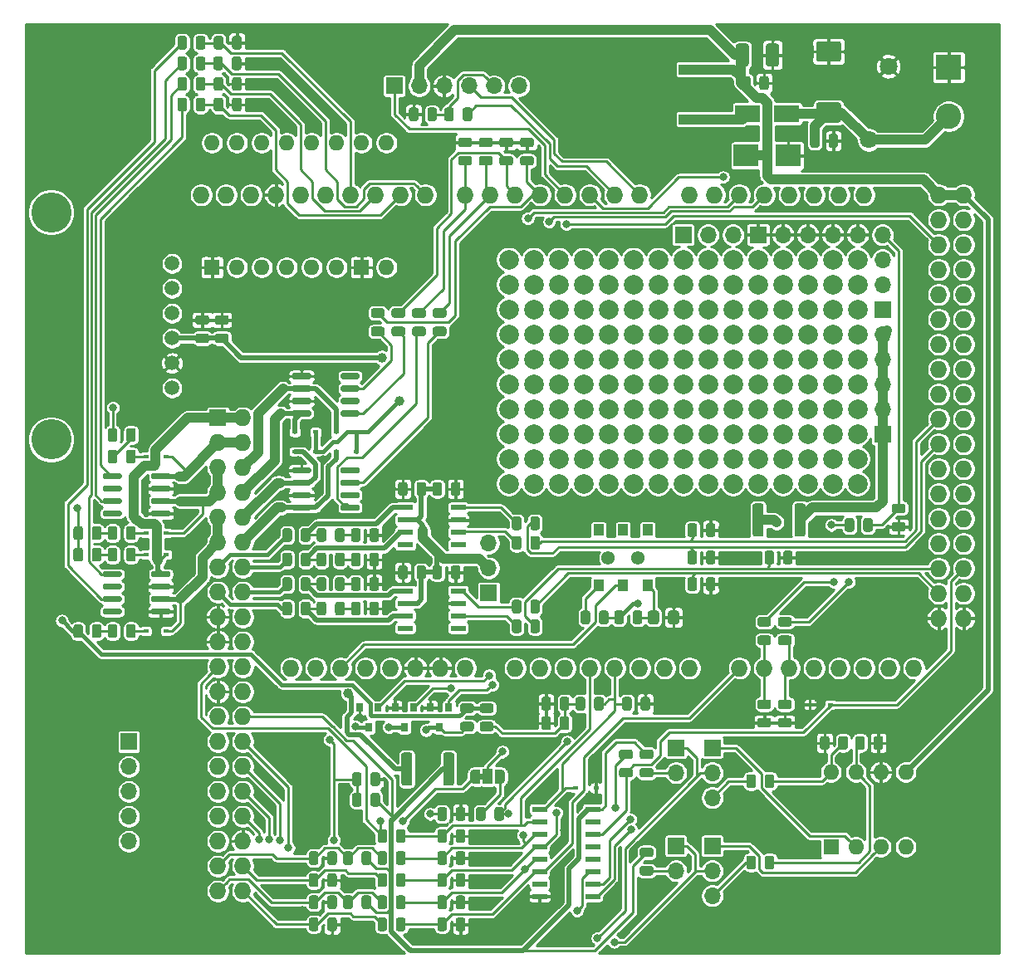
<source format=gtl>
G04 #@! TF.GenerationSoftware,KiCad,Pcbnew,(5.1.9-0-10_14)*
G04 #@! TF.CreationDate,2021-06-23T14:37:37+10:00*
G04 #@! TF.ProjectId,v0.4.4c,76302e34-2e34-4632-9e6b-696361645f70,4c*
G04 #@! TF.SameCoordinates,Original*
G04 #@! TF.FileFunction,Copper,L1,Top*
G04 #@! TF.FilePolarity,Positive*
%FSLAX46Y46*%
G04 Gerber Fmt 4.6, Leading zero omitted, Abs format (unit mm)*
G04 Created by KiCad (PCBNEW (5.1.9-0-10_14)) date 2021-06-23 14:37:37*
%MOMM*%
%LPD*%
G01*
G04 APERTURE LIST*
G04 #@! TA.AperFunction,EtchedComponent*
%ADD10C,0.100000*%
G04 #@! TD*
G04 #@! TA.AperFunction,ComponentPad*
%ADD11C,2.000000*%
G04 #@! TD*
G04 #@! TA.AperFunction,ComponentPad*
%ADD12O,1.700000X1.700000*%
G04 #@! TD*
G04 #@! TA.AperFunction,ComponentPad*
%ADD13R,1.700000X1.700000*%
G04 #@! TD*
G04 #@! TA.AperFunction,SMDPad,CuDef*
%ADD14R,2.500000X2.300000*%
G04 #@! TD*
G04 #@! TA.AperFunction,ComponentPad*
%ADD15C,1.500000*%
G04 #@! TD*
G04 #@! TA.AperFunction,ComponentPad*
%ADD16C,4.100000*%
G04 #@! TD*
G04 #@! TA.AperFunction,ComponentPad*
%ADD17C,1.800000*%
G04 #@! TD*
G04 #@! TA.AperFunction,SMDPad,CuDef*
%ADD18R,0.600000X0.450000*%
G04 #@! TD*
G04 #@! TA.AperFunction,SMDPad,CuDef*
%ADD19R,1.500000X0.600000*%
G04 #@! TD*
G04 #@! TA.AperFunction,ComponentPad*
%ADD20O,1.727200X1.727200*%
G04 #@! TD*
G04 #@! TA.AperFunction,SMDPad,CuDef*
%ADD21R,1.550000X0.600000*%
G04 #@! TD*
G04 #@! TA.AperFunction,ComponentPad*
%ADD22R,1.727200X1.727200*%
G04 #@! TD*
G04 #@! TA.AperFunction,SMDPad,CuDef*
%ADD23R,2.500000X1.800000*%
G04 #@! TD*
G04 #@! TA.AperFunction,SMDPad,CuDef*
%ADD24R,1.000000X1.150000*%
G04 #@! TD*
G04 #@! TA.AperFunction,ComponentPad*
%ADD25C,1.381000*%
G04 #@! TD*
G04 #@! TA.AperFunction,SMDPad,CuDef*
%ADD26R,4.600000X1.100000*%
G04 #@! TD*
G04 #@! TA.AperFunction,SMDPad,CuDef*
%ADD27R,9.400000X10.800000*%
G04 #@! TD*
G04 #@! TA.AperFunction,ComponentPad*
%ADD28R,1.600000X1.600000*%
G04 #@! TD*
G04 #@! TA.AperFunction,ComponentPad*
%ADD29O,1.600000X1.600000*%
G04 #@! TD*
G04 #@! TA.AperFunction,ComponentPad*
%ADD30C,2.600000*%
G04 #@! TD*
G04 #@! TA.AperFunction,ComponentPad*
%ADD31R,2.600000X2.600000*%
G04 #@! TD*
G04 #@! TA.AperFunction,SMDPad,CuDef*
%ADD32R,0.800000X0.900000*%
G04 #@! TD*
G04 #@! TA.AperFunction,SMDPad,CuDef*
%ADD33C,0.100000*%
G04 #@! TD*
G04 #@! TA.AperFunction,SMDPad,CuDef*
%ADD34R,1.000000X1.500000*%
G04 #@! TD*
G04 #@! TA.AperFunction,ViaPad*
%ADD35C,0.800000*%
G04 #@! TD*
G04 #@! TA.AperFunction,ViaPad*
%ADD36C,1.000000*%
G04 #@! TD*
G04 #@! TA.AperFunction,Conductor*
%ADD37C,0.250000*%
G04 #@! TD*
G04 #@! TA.AperFunction,Conductor*
%ADD38C,1.000000*%
G04 #@! TD*
G04 #@! TA.AperFunction,Conductor*
%ADD39C,0.500000*%
G04 #@! TD*
G04 #@! TA.AperFunction,Conductor*
%ADD40C,0.400000*%
G04 #@! TD*
G04 #@! TA.AperFunction,Conductor*
%ADD41C,0.100000*%
G04 #@! TD*
G04 APERTURE END LIST*
D10*
G36*
X157088000Y-116032000D02*
G01*
X157588000Y-116032000D01*
X157588000Y-116632000D01*
X157088000Y-116632000D01*
X157088000Y-116032000D01*
G37*
D11*
X195715000Y-86480000D03*
X193175000Y-86480000D03*
X190635000Y-86480000D03*
X188095000Y-86480000D03*
X185555000Y-86480000D03*
X183015000Y-86480000D03*
X180475000Y-86480000D03*
X177935000Y-86480000D03*
X175395000Y-86480000D03*
X172855000Y-86480000D03*
X170315000Y-86480000D03*
X167775000Y-86480000D03*
X165235000Y-86480000D03*
X162695000Y-86480000D03*
X160155000Y-86480000D03*
X195715000Y-83940000D03*
X193175000Y-83940000D03*
X190635000Y-83940000D03*
X188095000Y-83940000D03*
X185555000Y-83940000D03*
X183015000Y-83940000D03*
X180475000Y-83940000D03*
X177935000Y-83940000D03*
X175395000Y-83940000D03*
X172855000Y-83940000D03*
X170315000Y-83940000D03*
X167775000Y-83940000D03*
X165235000Y-83940000D03*
X162695000Y-83940000D03*
X160155000Y-83940000D03*
X195715000Y-81400000D03*
X193175000Y-81400000D03*
X190635000Y-81400000D03*
X188095000Y-81400000D03*
X185555000Y-81400000D03*
X183015000Y-81400000D03*
X180475000Y-81400000D03*
X177935000Y-81400000D03*
X175395000Y-81400000D03*
X172855000Y-81400000D03*
X170315000Y-81400000D03*
X167775000Y-81400000D03*
X165235000Y-81400000D03*
X162695000Y-81400000D03*
X160155000Y-81400000D03*
X195715000Y-78860000D03*
X193175000Y-78860000D03*
X190635000Y-78860000D03*
X188095000Y-78860000D03*
X185555000Y-78860000D03*
X183015000Y-78860000D03*
X180475000Y-78860000D03*
X177935000Y-78860000D03*
X175395000Y-78860000D03*
X172855000Y-78860000D03*
X170315000Y-78860000D03*
X167775000Y-78860000D03*
X165235000Y-78860000D03*
X162695000Y-78860000D03*
X160155000Y-78860000D03*
X195715000Y-76320000D03*
X193175000Y-76320000D03*
X190635000Y-76320000D03*
X188095000Y-76320000D03*
X185555000Y-76320000D03*
X183015000Y-76320000D03*
X180475000Y-76320000D03*
X177935000Y-76320000D03*
X175395000Y-76320000D03*
X172855000Y-76320000D03*
X170315000Y-76320000D03*
X167775000Y-76320000D03*
X165235000Y-76320000D03*
X162695000Y-76320000D03*
X160155000Y-76320000D03*
X195715000Y-73780000D03*
X193175000Y-73780000D03*
X190635000Y-73780000D03*
X188095000Y-73780000D03*
X185555000Y-73780000D03*
X183015000Y-73780000D03*
X180475000Y-73780000D03*
X177935000Y-73780000D03*
X175395000Y-73780000D03*
X172855000Y-73780000D03*
X170315000Y-73780000D03*
X167775000Y-73780000D03*
X165235000Y-73780000D03*
X162695000Y-73780000D03*
X160155000Y-73780000D03*
X195715000Y-71240000D03*
X193175000Y-71240000D03*
X190635000Y-71240000D03*
X188095000Y-71240000D03*
X185555000Y-71240000D03*
X183015000Y-71240000D03*
X180475000Y-71240000D03*
X177935000Y-71240000D03*
X175395000Y-71240000D03*
X172855000Y-71240000D03*
X170315000Y-71240000D03*
X167775000Y-71240000D03*
X165235000Y-71240000D03*
X162695000Y-71240000D03*
X160155000Y-71240000D03*
X195715000Y-68700000D03*
X193175000Y-68700000D03*
X190635000Y-68700000D03*
X188095000Y-68700000D03*
X185555000Y-68700000D03*
X183015000Y-68700000D03*
X180475000Y-68700000D03*
X177935000Y-68700000D03*
X175395000Y-68700000D03*
X172855000Y-68700000D03*
X170315000Y-68700000D03*
X167775000Y-68700000D03*
X165235000Y-68700000D03*
X162695000Y-68700000D03*
X160155000Y-68700000D03*
X195715000Y-66160000D03*
X193175000Y-66160000D03*
X190635000Y-66160000D03*
X188095000Y-66160000D03*
X185555000Y-66160000D03*
X183015000Y-66160000D03*
X180475000Y-66160000D03*
X177935000Y-66160000D03*
X175395000Y-66160000D03*
X172855000Y-66160000D03*
X170315000Y-66160000D03*
X167775000Y-66160000D03*
X165235000Y-66160000D03*
X162695000Y-66160000D03*
X160155000Y-66160000D03*
X195715000Y-63620000D03*
X193175000Y-63620000D03*
X190635000Y-63620000D03*
X188095000Y-63620000D03*
X185555000Y-63620000D03*
X183015000Y-63620000D03*
X180475000Y-63620000D03*
X177935000Y-63620000D03*
X175395000Y-63620000D03*
X172855000Y-63620000D03*
X170315000Y-63620000D03*
X167775000Y-63620000D03*
X165235000Y-63620000D03*
X162695000Y-63620000D03*
X160155000Y-63620000D03*
D12*
X183015000Y-61080000D03*
X180475000Y-61080000D03*
D13*
X177935000Y-61080000D03*
D12*
X121412000Y-122936000D03*
X121412000Y-120396000D03*
X121412000Y-117856000D03*
X121412000Y-115316000D03*
D13*
X121412000Y-112776000D03*
D12*
X161180000Y-45900000D03*
X158640000Y-45900000D03*
X156100000Y-45900000D03*
X153560000Y-45900000D03*
X151020000Y-45900000D03*
D13*
X148480000Y-45900000D03*
G04 #@! TA.AperFunction,SMDPad,CuDef*
G36*
G01*
X179350000Y-96243750D02*
X179350000Y-97156250D01*
G75*
G02*
X179106250Y-97400000I-243750J0D01*
G01*
X178618750Y-97400000D01*
G75*
G02*
X178375000Y-97156250I0J243750D01*
G01*
X178375000Y-96243750D01*
G75*
G02*
X178618750Y-96000000I243750J0D01*
G01*
X179106250Y-96000000D01*
G75*
G02*
X179350000Y-96243750I0J-243750D01*
G01*
G37*
G04 #@! TD.AperFunction*
G04 #@! TA.AperFunction,SMDPad,CuDef*
G36*
G01*
X181225000Y-96243750D02*
X181225000Y-97156250D01*
G75*
G02*
X180981250Y-97400000I-243750J0D01*
G01*
X180493750Y-97400000D01*
G75*
G02*
X180250000Y-97156250I0J243750D01*
G01*
X180250000Y-96243750D01*
G75*
G02*
X180493750Y-96000000I243750J0D01*
G01*
X180981250Y-96000000D01*
G75*
G02*
X181225000Y-96243750I0J-243750D01*
G01*
G37*
G04 #@! TD.AperFunction*
G04 #@! TA.AperFunction,SMDPad,CuDef*
G36*
G01*
X178375000Y-91656250D02*
X178375000Y-90743750D01*
G75*
G02*
X178618750Y-90500000I243750J0D01*
G01*
X179106250Y-90500000D01*
G75*
G02*
X179350000Y-90743750I0J-243750D01*
G01*
X179350000Y-91656250D01*
G75*
G02*
X179106250Y-91900000I-243750J0D01*
G01*
X178618750Y-91900000D01*
G75*
G02*
X178375000Y-91656250I0J243750D01*
G01*
G37*
G04 #@! TD.AperFunction*
G04 #@! TA.AperFunction,SMDPad,CuDef*
G36*
G01*
X180250000Y-91656250D02*
X180250000Y-90743750D01*
G75*
G02*
X180493750Y-90500000I243750J0D01*
G01*
X180981250Y-90500000D01*
G75*
G02*
X181225000Y-90743750I0J-243750D01*
G01*
X181225000Y-91656250D01*
G75*
G02*
X180981250Y-91900000I-243750J0D01*
G01*
X180493750Y-91900000D01*
G75*
G02*
X180250000Y-91656250I0J243750D01*
G01*
G37*
G04 #@! TD.AperFunction*
G04 #@! TA.AperFunction,SMDPad,CuDef*
G36*
G01*
X140000000Y-79155000D02*
X140000000Y-79455000D01*
G75*
G02*
X139850000Y-79605000I-150000J0D01*
G01*
X138200000Y-79605000D01*
G75*
G02*
X138050000Y-79455000I0J150000D01*
G01*
X138050000Y-79155000D01*
G75*
G02*
X138200000Y-79005000I150000J0D01*
G01*
X139850000Y-79005000D01*
G75*
G02*
X140000000Y-79155000I0J-150000D01*
G01*
G37*
G04 #@! TD.AperFunction*
G04 #@! TA.AperFunction,SMDPad,CuDef*
G36*
G01*
X140000000Y-77885000D02*
X140000000Y-78185000D01*
G75*
G02*
X139850000Y-78335000I-150000J0D01*
G01*
X138200000Y-78335000D01*
G75*
G02*
X138050000Y-78185000I0J150000D01*
G01*
X138050000Y-77885000D01*
G75*
G02*
X138200000Y-77735000I150000J0D01*
G01*
X139850000Y-77735000D01*
G75*
G02*
X140000000Y-77885000I0J-150000D01*
G01*
G37*
G04 #@! TD.AperFunction*
G04 #@! TA.AperFunction,SMDPad,CuDef*
G36*
G01*
X140000000Y-76615000D02*
X140000000Y-76915000D01*
G75*
G02*
X139850000Y-77065000I-150000J0D01*
G01*
X138200000Y-77065000D01*
G75*
G02*
X138050000Y-76915000I0J150000D01*
G01*
X138050000Y-76615000D01*
G75*
G02*
X138200000Y-76465000I150000J0D01*
G01*
X139850000Y-76465000D01*
G75*
G02*
X140000000Y-76615000I0J-150000D01*
G01*
G37*
G04 #@! TD.AperFunction*
G04 #@! TA.AperFunction,SMDPad,CuDef*
G36*
G01*
X140000000Y-75345000D02*
X140000000Y-75645000D01*
G75*
G02*
X139850000Y-75795000I-150000J0D01*
G01*
X138200000Y-75795000D01*
G75*
G02*
X138050000Y-75645000I0J150000D01*
G01*
X138050000Y-75345000D01*
G75*
G02*
X138200000Y-75195000I150000J0D01*
G01*
X139850000Y-75195000D01*
G75*
G02*
X140000000Y-75345000I0J-150000D01*
G01*
G37*
G04 #@! TD.AperFunction*
G04 #@! TA.AperFunction,SMDPad,CuDef*
G36*
G01*
X144950000Y-75345000D02*
X144950000Y-75645000D01*
G75*
G02*
X144800000Y-75795000I-150000J0D01*
G01*
X143150000Y-75795000D01*
G75*
G02*
X143000000Y-75645000I0J150000D01*
G01*
X143000000Y-75345000D01*
G75*
G02*
X143150000Y-75195000I150000J0D01*
G01*
X144800000Y-75195000D01*
G75*
G02*
X144950000Y-75345000I0J-150000D01*
G01*
G37*
G04 #@! TD.AperFunction*
G04 #@! TA.AperFunction,SMDPad,CuDef*
G36*
G01*
X144950000Y-76615000D02*
X144950000Y-76915000D01*
G75*
G02*
X144800000Y-77065000I-150000J0D01*
G01*
X143150000Y-77065000D01*
G75*
G02*
X143000000Y-76915000I0J150000D01*
G01*
X143000000Y-76615000D01*
G75*
G02*
X143150000Y-76465000I150000J0D01*
G01*
X144800000Y-76465000D01*
G75*
G02*
X144950000Y-76615000I0J-150000D01*
G01*
G37*
G04 #@! TD.AperFunction*
G04 #@! TA.AperFunction,SMDPad,CuDef*
G36*
G01*
X144950000Y-77885000D02*
X144950000Y-78185000D01*
G75*
G02*
X144800000Y-78335000I-150000J0D01*
G01*
X143150000Y-78335000D01*
G75*
G02*
X143000000Y-78185000I0J150000D01*
G01*
X143000000Y-77885000D01*
G75*
G02*
X143150000Y-77735000I150000J0D01*
G01*
X144800000Y-77735000D01*
G75*
G02*
X144950000Y-77885000I0J-150000D01*
G01*
G37*
G04 #@! TD.AperFunction*
G04 #@! TA.AperFunction,SMDPad,CuDef*
G36*
G01*
X144950000Y-79155000D02*
X144950000Y-79455000D01*
G75*
G02*
X144800000Y-79605000I-150000J0D01*
G01*
X143150000Y-79605000D01*
G75*
G02*
X143000000Y-79455000I0J150000D01*
G01*
X143000000Y-79155000D01*
G75*
G02*
X143150000Y-79005000I150000J0D01*
G01*
X144800000Y-79005000D01*
G75*
G02*
X144950000Y-79155000I0J-150000D01*
G01*
G37*
G04 #@! TD.AperFunction*
G04 #@! TA.AperFunction,SMDPad,CuDef*
G36*
G01*
X140000000Y-88755000D02*
X140000000Y-89055000D01*
G75*
G02*
X139850000Y-89205000I-150000J0D01*
G01*
X138200000Y-89205000D01*
G75*
G02*
X138050000Y-89055000I0J150000D01*
G01*
X138050000Y-88755000D01*
G75*
G02*
X138200000Y-88605000I150000J0D01*
G01*
X139850000Y-88605000D01*
G75*
G02*
X140000000Y-88755000I0J-150000D01*
G01*
G37*
G04 #@! TD.AperFunction*
G04 #@! TA.AperFunction,SMDPad,CuDef*
G36*
G01*
X140000000Y-87485000D02*
X140000000Y-87785000D01*
G75*
G02*
X139850000Y-87935000I-150000J0D01*
G01*
X138200000Y-87935000D01*
G75*
G02*
X138050000Y-87785000I0J150000D01*
G01*
X138050000Y-87485000D01*
G75*
G02*
X138200000Y-87335000I150000J0D01*
G01*
X139850000Y-87335000D01*
G75*
G02*
X140000000Y-87485000I0J-150000D01*
G01*
G37*
G04 #@! TD.AperFunction*
G04 #@! TA.AperFunction,SMDPad,CuDef*
G36*
G01*
X140000000Y-86215000D02*
X140000000Y-86515000D01*
G75*
G02*
X139850000Y-86665000I-150000J0D01*
G01*
X138200000Y-86665000D01*
G75*
G02*
X138050000Y-86515000I0J150000D01*
G01*
X138050000Y-86215000D01*
G75*
G02*
X138200000Y-86065000I150000J0D01*
G01*
X139850000Y-86065000D01*
G75*
G02*
X140000000Y-86215000I0J-150000D01*
G01*
G37*
G04 #@! TD.AperFunction*
G04 #@! TA.AperFunction,SMDPad,CuDef*
G36*
G01*
X140000000Y-84945000D02*
X140000000Y-85245000D01*
G75*
G02*
X139850000Y-85395000I-150000J0D01*
G01*
X138200000Y-85395000D01*
G75*
G02*
X138050000Y-85245000I0J150000D01*
G01*
X138050000Y-84945000D01*
G75*
G02*
X138200000Y-84795000I150000J0D01*
G01*
X139850000Y-84795000D01*
G75*
G02*
X140000000Y-84945000I0J-150000D01*
G01*
G37*
G04 #@! TD.AperFunction*
G04 #@! TA.AperFunction,SMDPad,CuDef*
G36*
G01*
X144950000Y-84945000D02*
X144950000Y-85245000D01*
G75*
G02*
X144800000Y-85395000I-150000J0D01*
G01*
X143150000Y-85395000D01*
G75*
G02*
X143000000Y-85245000I0J150000D01*
G01*
X143000000Y-84945000D01*
G75*
G02*
X143150000Y-84795000I150000J0D01*
G01*
X144800000Y-84795000D01*
G75*
G02*
X144950000Y-84945000I0J-150000D01*
G01*
G37*
G04 #@! TD.AperFunction*
G04 #@! TA.AperFunction,SMDPad,CuDef*
G36*
G01*
X144950000Y-86215000D02*
X144950000Y-86515000D01*
G75*
G02*
X144800000Y-86665000I-150000J0D01*
G01*
X143150000Y-86665000D01*
G75*
G02*
X143000000Y-86515000I0J150000D01*
G01*
X143000000Y-86215000D01*
G75*
G02*
X143150000Y-86065000I150000J0D01*
G01*
X144800000Y-86065000D01*
G75*
G02*
X144950000Y-86215000I0J-150000D01*
G01*
G37*
G04 #@! TD.AperFunction*
G04 #@! TA.AperFunction,SMDPad,CuDef*
G36*
G01*
X144950000Y-87485000D02*
X144950000Y-87785000D01*
G75*
G02*
X144800000Y-87935000I-150000J0D01*
G01*
X143150000Y-87935000D01*
G75*
G02*
X143000000Y-87785000I0J150000D01*
G01*
X143000000Y-87485000D01*
G75*
G02*
X143150000Y-87335000I150000J0D01*
G01*
X144800000Y-87335000D01*
G75*
G02*
X144950000Y-87485000I0J-150000D01*
G01*
G37*
G04 #@! TD.AperFunction*
G04 #@! TA.AperFunction,SMDPad,CuDef*
G36*
G01*
X144950000Y-88755000D02*
X144950000Y-89055000D01*
G75*
G02*
X144800000Y-89205000I-150000J0D01*
G01*
X143150000Y-89205000D01*
G75*
G02*
X143000000Y-89055000I0J150000D01*
G01*
X143000000Y-88755000D01*
G75*
G02*
X143150000Y-88605000I150000J0D01*
G01*
X144800000Y-88605000D01*
G75*
G02*
X144950000Y-88755000I0J-150000D01*
G01*
G37*
G04 #@! TD.AperFunction*
G04 #@! TA.AperFunction,SMDPad,CuDef*
G36*
G01*
X123700000Y-85845000D02*
X123700000Y-85545000D01*
G75*
G02*
X123850000Y-85395000I150000J0D01*
G01*
X125500000Y-85395000D01*
G75*
G02*
X125650000Y-85545000I0J-150000D01*
G01*
X125650000Y-85845000D01*
G75*
G02*
X125500000Y-85995000I-150000J0D01*
G01*
X123850000Y-85995000D01*
G75*
G02*
X123700000Y-85845000I0J150000D01*
G01*
G37*
G04 #@! TD.AperFunction*
G04 #@! TA.AperFunction,SMDPad,CuDef*
G36*
G01*
X123700000Y-87115000D02*
X123700000Y-86815000D01*
G75*
G02*
X123850000Y-86665000I150000J0D01*
G01*
X125500000Y-86665000D01*
G75*
G02*
X125650000Y-86815000I0J-150000D01*
G01*
X125650000Y-87115000D01*
G75*
G02*
X125500000Y-87265000I-150000J0D01*
G01*
X123850000Y-87265000D01*
G75*
G02*
X123700000Y-87115000I0J150000D01*
G01*
G37*
G04 #@! TD.AperFunction*
G04 #@! TA.AperFunction,SMDPad,CuDef*
G36*
G01*
X123700000Y-88385000D02*
X123700000Y-88085000D01*
G75*
G02*
X123850000Y-87935000I150000J0D01*
G01*
X125500000Y-87935000D01*
G75*
G02*
X125650000Y-88085000I0J-150000D01*
G01*
X125650000Y-88385000D01*
G75*
G02*
X125500000Y-88535000I-150000J0D01*
G01*
X123850000Y-88535000D01*
G75*
G02*
X123700000Y-88385000I0J150000D01*
G01*
G37*
G04 #@! TD.AperFunction*
G04 #@! TA.AperFunction,SMDPad,CuDef*
G36*
G01*
X123700000Y-89655000D02*
X123700000Y-89355000D01*
G75*
G02*
X123850000Y-89205000I150000J0D01*
G01*
X125500000Y-89205000D01*
G75*
G02*
X125650000Y-89355000I0J-150000D01*
G01*
X125650000Y-89655000D01*
G75*
G02*
X125500000Y-89805000I-150000J0D01*
G01*
X123850000Y-89805000D01*
G75*
G02*
X123700000Y-89655000I0J150000D01*
G01*
G37*
G04 #@! TD.AperFunction*
G04 #@! TA.AperFunction,SMDPad,CuDef*
G36*
G01*
X118750000Y-89655000D02*
X118750000Y-89355000D01*
G75*
G02*
X118900000Y-89205000I150000J0D01*
G01*
X120550000Y-89205000D01*
G75*
G02*
X120700000Y-89355000I0J-150000D01*
G01*
X120700000Y-89655000D01*
G75*
G02*
X120550000Y-89805000I-150000J0D01*
G01*
X118900000Y-89805000D01*
G75*
G02*
X118750000Y-89655000I0J150000D01*
G01*
G37*
G04 #@! TD.AperFunction*
G04 #@! TA.AperFunction,SMDPad,CuDef*
G36*
G01*
X118750000Y-88385000D02*
X118750000Y-88085000D01*
G75*
G02*
X118900000Y-87935000I150000J0D01*
G01*
X120550000Y-87935000D01*
G75*
G02*
X120700000Y-88085000I0J-150000D01*
G01*
X120700000Y-88385000D01*
G75*
G02*
X120550000Y-88535000I-150000J0D01*
G01*
X118900000Y-88535000D01*
G75*
G02*
X118750000Y-88385000I0J150000D01*
G01*
G37*
G04 #@! TD.AperFunction*
G04 #@! TA.AperFunction,SMDPad,CuDef*
G36*
G01*
X118750000Y-87115000D02*
X118750000Y-86815000D01*
G75*
G02*
X118900000Y-86665000I150000J0D01*
G01*
X120550000Y-86665000D01*
G75*
G02*
X120700000Y-86815000I0J-150000D01*
G01*
X120700000Y-87115000D01*
G75*
G02*
X120550000Y-87265000I-150000J0D01*
G01*
X118900000Y-87265000D01*
G75*
G02*
X118750000Y-87115000I0J150000D01*
G01*
G37*
G04 #@! TD.AperFunction*
G04 #@! TA.AperFunction,SMDPad,CuDef*
G36*
G01*
X118750000Y-85845000D02*
X118750000Y-85545000D01*
G75*
G02*
X118900000Y-85395000I150000J0D01*
G01*
X120550000Y-85395000D01*
G75*
G02*
X120700000Y-85545000I0J-150000D01*
G01*
X120700000Y-85845000D01*
G75*
G02*
X120550000Y-85995000I-150000J0D01*
G01*
X118900000Y-85995000D01*
G75*
G02*
X118750000Y-85845000I0J150000D01*
G01*
G37*
G04 #@! TD.AperFunction*
G04 #@! TA.AperFunction,SMDPad,CuDef*
G36*
G01*
X123700000Y-95845000D02*
X123700000Y-95545000D01*
G75*
G02*
X123850000Y-95395000I150000J0D01*
G01*
X125500000Y-95395000D01*
G75*
G02*
X125650000Y-95545000I0J-150000D01*
G01*
X125650000Y-95845000D01*
G75*
G02*
X125500000Y-95995000I-150000J0D01*
G01*
X123850000Y-95995000D01*
G75*
G02*
X123700000Y-95845000I0J150000D01*
G01*
G37*
G04 #@! TD.AperFunction*
G04 #@! TA.AperFunction,SMDPad,CuDef*
G36*
G01*
X123700000Y-97115000D02*
X123700000Y-96815000D01*
G75*
G02*
X123850000Y-96665000I150000J0D01*
G01*
X125500000Y-96665000D01*
G75*
G02*
X125650000Y-96815000I0J-150000D01*
G01*
X125650000Y-97115000D01*
G75*
G02*
X125500000Y-97265000I-150000J0D01*
G01*
X123850000Y-97265000D01*
G75*
G02*
X123700000Y-97115000I0J150000D01*
G01*
G37*
G04 #@! TD.AperFunction*
G04 #@! TA.AperFunction,SMDPad,CuDef*
G36*
G01*
X123700000Y-98385000D02*
X123700000Y-98085000D01*
G75*
G02*
X123850000Y-97935000I150000J0D01*
G01*
X125500000Y-97935000D01*
G75*
G02*
X125650000Y-98085000I0J-150000D01*
G01*
X125650000Y-98385000D01*
G75*
G02*
X125500000Y-98535000I-150000J0D01*
G01*
X123850000Y-98535000D01*
G75*
G02*
X123700000Y-98385000I0J150000D01*
G01*
G37*
G04 #@! TD.AperFunction*
G04 #@! TA.AperFunction,SMDPad,CuDef*
G36*
G01*
X123700000Y-99655000D02*
X123700000Y-99355000D01*
G75*
G02*
X123850000Y-99205000I150000J0D01*
G01*
X125500000Y-99205000D01*
G75*
G02*
X125650000Y-99355000I0J-150000D01*
G01*
X125650000Y-99655000D01*
G75*
G02*
X125500000Y-99805000I-150000J0D01*
G01*
X123850000Y-99805000D01*
G75*
G02*
X123700000Y-99655000I0J150000D01*
G01*
G37*
G04 #@! TD.AperFunction*
G04 #@! TA.AperFunction,SMDPad,CuDef*
G36*
G01*
X118750000Y-99655000D02*
X118750000Y-99355000D01*
G75*
G02*
X118900000Y-99205000I150000J0D01*
G01*
X120550000Y-99205000D01*
G75*
G02*
X120700000Y-99355000I0J-150000D01*
G01*
X120700000Y-99655000D01*
G75*
G02*
X120550000Y-99805000I-150000J0D01*
G01*
X118900000Y-99805000D01*
G75*
G02*
X118750000Y-99655000I0J150000D01*
G01*
G37*
G04 #@! TD.AperFunction*
G04 #@! TA.AperFunction,SMDPad,CuDef*
G36*
G01*
X118750000Y-98385000D02*
X118750000Y-98085000D01*
G75*
G02*
X118900000Y-97935000I150000J0D01*
G01*
X120550000Y-97935000D01*
G75*
G02*
X120700000Y-98085000I0J-150000D01*
G01*
X120700000Y-98385000D01*
G75*
G02*
X120550000Y-98535000I-150000J0D01*
G01*
X118900000Y-98535000D01*
G75*
G02*
X118750000Y-98385000I0J150000D01*
G01*
G37*
G04 #@! TD.AperFunction*
G04 #@! TA.AperFunction,SMDPad,CuDef*
G36*
G01*
X118750000Y-97115000D02*
X118750000Y-96815000D01*
G75*
G02*
X118900000Y-96665000I150000J0D01*
G01*
X120550000Y-96665000D01*
G75*
G02*
X120700000Y-96815000I0J-150000D01*
G01*
X120700000Y-97115000D01*
G75*
G02*
X120550000Y-97265000I-150000J0D01*
G01*
X118900000Y-97265000D01*
G75*
G02*
X118750000Y-97115000I0J150000D01*
G01*
G37*
G04 #@! TD.AperFunction*
G04 #@! TA.AperFunction,SMDPad,CuDef*
G36*
G01*
X118750000Y-95845000D02*
X118750000Y-95545000D01*
G75*
G02*
X118900000Y-95395000I150000J0D01*
G01*
X120550000Y-95395000D01*
G75*
G02*
X120700000Y-95545000I0J-150000D01*
G01*
X120700000Y-95845000D01*
G75*
G02*
X120550000Y-95995000I-150000J0D01*
G01*
X118900000Y-95995000D01*
G75*
G02*
X118750000Y-95845000I0J150000D01*
G01*
G37*
G04 #@! TD.AperFunction*
G04 #@! TA.AperFunction,SMDPad,CuDef*
G36*
G01*
X185700000Y-46056250D02*
X185700000Y-45143750D01*
G75*
G02*
X185943750Y-44900000I243750J0D01*
G01*
X186431250Y-44900000D01*
G75*
G02*
X186675000Y-45143750I0J-243750D01*
G01*
X186675000Y-46056250D01*
G75*
G02*
X186431250Y-46300000I-243750J0D01*
G01*
X185943750Y-46300000D01*
G75*
G02*
X185700000Y-46056250I0J243750D01*
G01*
G37*
G04 #@! TD.AperFunction*
G04 #@! TA.AperFunction,SMDPad,CuDef*
G36*
G01*
X183825000Y-46056250D02*
X183825000Y-45143750D01*
G75*
G02*
X184068750Y-44900000I243750J0D01*
G01*
X184556250Y-44900000D01*
G75*
G02*
X184800000Y-45143750I0J-243750D01*
G01*
X184800000Y-46056250D01*
G75*
G02*
X184556250Y-46300000I-243750J0D01*
G01*
X184068750Y-46300000D01*
G75*
G02*
X183825000Y-46056250I0J243750D01*
G01*
G37*
G04 #@! TD.AperFunction*
G04 #@! TA.AperFunction,SMDPad,CuDef*
G36*
G01*
X192750000Y-51956250D02*
X192750000Y-51043750D01*
G75*
G02*
X192993750Y-50800000I243750J0D01*
G01*
X193481250Y-50800000D01*
G75*
G02*
X193725000Y-51043750I0J-243750D01*
G01*
X193725000Y-51956250D01*
G75*
G02*
X193481250Y-52200000I-243750J0D01*
G01*
X192993750Y-52200000D01*
G75*
G02*
X192750000Y-51956250I0J243750D01*
G01*
G37*
G04 #@! TD.AperFunction*
G04 #@! TA.AperFunction,SMDPad,CuDef*
G36*
G01*
X190875000Y-51956250D02*
X190875000Y-51043750D01*
G75*
G02*
X191118750Y-50800000I243750J0D01*
G01*
X191606250Y-50800000D01*
G75*
G02*
X191850000Y-51043750I0J-243750D01*
G01*
X191850000Y-51956250D01*
G75*
G02*
X191606250Y-52200000I-243750J0D01*
G01*
X191118750Y-52200000D01*
G75*
G02*
X190875000Y-51956250I0J243750D01*
G01*
G37*
G04 #@! TD.AperFunction*
G04 #@! TA.AperFunction,SMDPad,CuDef*
G36*
G01*
X137075000Y-94656250D02*
X137075000Y-93743750D01*
G75*
G02*
X137318750Y-93500000I243750J0D01*
G01*
X137806250Y-93500000D01*
G75*
G02*
X138050000Y-93743750I0J-243750D01*
G01*
X138050000Y-94656250D01*
G75*
G02*
X137806250Y-94900000I-243750J0D01*
G01*
X137318750Y-94900000D01*
G75*
G02*
X137075000Y-94656250I0J243750D01*
G01*
G37*
G04 #@! TD.AperFunction*
G04 #@! TA.AperFunction,SMDPad,CuDef*
G36*
G01*
X138950000Y-94656250D02*
X138950000Y-93743750D01*
G75*
G02*
X139193750Y-93500000I243750J0D01*
G01*
X139681250Y-93500000D01*
G75*
G02*
X139925000Y-93743750I0J-243750D01*
G01*
X139925000Y-94656250D01*
G75*
G02*
X139681250Y-94900000I-243750J0D01*
G01*
X139193750Y-94900000D01*
G75*
G02*
X138950000Y-94656250I0J243750D01*
G01*
G37*
G04 #@! TD.AperFunction*
G04 #@! TA.AperFunction,SMDPad,CuDef*
G36*
G01*
X149625000Y-126443750D02*
X149625000Y-127356250D01*
G75*
G02*
X149381250Y-127600000I-243750J0D01*
G01*
X148893750Y-127600000D01*
G75*
G02*
X148650000Y-127356250I0J243750D01*
G01*
X148650000Y-126443750D01*
G75*
G02*
X148893750Y-126200000I243750J0D01*
G01*
X149381250Y-126200000D01*
G75*
G02*
X149625000Y-126443750I0J-243750D01*
G01*
G37*
G04 #@! TD.AperFunction*
G04 #@! TA.AperFunction,SMDPad,CuDef*
G36*
G01*
X147750000Y-126443750D02*
X147750000Y-127356250D01*
G75*
G02*
X147506250Y-127600000I-243750J0D01*
G01*
X147018750Y-127600000D01*
G75*
G02*
X146775000Y-127356250I0J243750D01*
G01*
X146775000Y-126443750D01*
G75*
G02*
X147018750Y-126200000I243750J0D01*
G01*
X147506250Y-126200000D01*
G75*
G02*
X147750000Y-126443750I0J-243750D01*
G01*
G37*
G04 #@! TD.AperFunction*
G04 #@! TA.AperFunction,SMDPad,CuDef*
G36*
G01*
X161543750Y-53050000D02*
X162456250Y-53050000D01*
G75*
G02*
X162700000Y-53293750I0J-243750D01*
G01*
X162700000Y-53781250D01*
G75*
G02*
X162456250Y-54025000I-243750J0D01*
G01*
X161543750Y-54025000D01*
G75*
G02*
X161300000Y-53781250I0J243750D01*
G01*
X161300000Y-53293750D01*
G75*
G02*
X161543750Y-53050000I243750J0D01*
G01*
G37*
G04 #@! TD.AperFunction*
G04 #@! TA.AperFunction,SMDPad,CuDef*
G36*
G01*
X161543750Y-51175000D02*
X162456250Y-51175000D01*
G75*
G02*
X162700000Y-51418750I0J-243750D01*
G01*
X162700000Y-51906250D01*
G75*
G02*
X162456250Y-52150000I-243750J0D01*
G01*
X161543750Y-52150000D01*
G75*
G02*
X161300000Y-51906250I0J243750D01*
G01*
X161300000Y-51418750D01*
G75*
G02*
X161543750Y-51175000I243750J0D01*
G01*
G37*
G04 #@! TD.AperFunction*
G04 #@! TA.AperFunction,SMDPad,CuDef*
G36*
G01*
X160356250Y-52150000D02*
X159443750Y-52150000D01*
G75*
G02*
X159200000Y-51906250I0J243750D01*
G01*
X159200000Y-51418750D01*
G75*
G02*
X159443750Y-51175000I243750J0D01*
G01*
X160356250Y-51175000D01*
G75*
G02*
X160600000Y-51418750I0J-243750D01*
G01*
X160600000Y-51906250D01*
G75*
G02*
X160356250Y-52150000I-243750J0D01*
G01*
G37*
G04 #@! TD.AperFunction*
G04 #@! TA.AperFunction,SMDPad,CuDef*
G36*
G01*
X160356250Y-54025000D02*
X159443750Y-54025000D01*
G75*
G02*
X159200000Y-53781250I0J243750D01*
G01*
X159200000Y-53293750D01*
G75*
G02*
X159443750Y-53050000I243750J0D01*
G01*
X160356250Y-53050000D01*
G75*
G02*
X160600000Y-53293750I0J-243750D01*
G01*
X160600000Y-53781250D01*
G75*
G02*
X160356250Y-54025000I-243750J0D01*
G01*
G37*
G04 #@! TD.AperFunction*
G04 #@! TA.AperFunction,SMDPad,CuDef*
G36*
G01*
X147256250Y-69550000D02*
X146343750Y-69550000D01*
G75*
G02*
X146100000Y-69306250I0J243750D01*
G01*
X146100000Y-68818750D01*
G75*
G02*
X146343750Y-68575000I243750J0D01*
G01*
X147256250Y-68575000D01*
G75*
G02*
X147500000Y-68818750I0J-243750D01*
G01*
X147500000Y-69306250D01*
G75*
G02*
X147256250Y-69550000I-243750J0D01*
G01*
G37*
G04 #@! TD.AperFunction*
G04 #@! TA.AperFunction,SMDPad,CuDef*
G36*
G01*
X147256250Y-71425000D02*
X146343750Y-71425000D01*
G75*
G02*
X146100000Y-71181250I0J243750D01*
G01*
X146100000Y-70693750D01*
G75*
G02*
X146343750Y-70450000I243750J0D01*
G01*
X147256250Y-70450000D01*
G75*
G02*
X147500000Y-70693750I0J-243750D01*
G01*
X147500000Y-71181250D01*
G75*
G02*
X147256250Y-71425000I-243750J0D01*
G01*
G37*
G04 #@! TD.AperFunction*
G04 #@! TA.AperFunction,SMDPad,CuDef*
G36*
G01*
X149356250Y-69550000D02*
X148443750Y-69550000D01*
G75*
G02*
X148200000Y-69306250I0J243750D01*
G01*
X148200000Y-68818750D01*
G75*
G02*
X148443750Y-68575000I243750J0D01*
G01*
X149356250Y-68575000D01*
G75*
G02*
X149600000Y-68818750I0J-243750D01*
G01*
X149600000Y-69306250D01*
G75*
G02*
X149356250Y-69550000I-243750J0D01*
G01*
G37*
G04 #@! TD.AperFunction*
G04 #@! TA.AperFunction,SMDPad,CuDef*
G36*
G01*
X149356250Y-71425000D02*
X148443750Y-71425000D01*
G75*
G02*
X148200000Y-71181250I0J243750D01*
G01*
X148200000Y-70693750D01*
G75*
G02*
X148443750Y-70450000I243750J0D01*
G01*
X149356250Y-70450000D01*
G75*
G02*
X149600000Y-70693750I0J-243750D01*
G01*
X149600000Y-71181250D01*
G75*
G02*
X149356250Y-71425000I-243750J0D01*
G01*
G37*
G04 #@! TD.AperFunction*
G04 #@! TA.AperFunction,SMDPad,CuDef*
G36*
G01*
X154550000Y-48343750D02*
X154550000Y-49256250D01*
G75*
G02*
X154306250Y-49500000I-243750J0D01*
G01*
X153818750Y-49500000D01*
G75*
G02*
X153575000Y-49256250I0J243750D01*
G01*
X153575000Y-48343750D01*
G75*
G02*
X153818750Y-48100000I243750J0D01*
G01*
X154306250Y-48100000D01*
G75*
G02*
X154550000Y-48343750I0J-243750D01*
G01*
G37*
G04 #@! TD.AperFunction*
G04 #@! TA.AperFunction,SMDPad,CuDef*
G36*
G01*
X156425000Y-48343750D02*
X156425000Y-49256250D01*
G75*
G02*
X156181250Y-49500000I-243750J0D01*
G01*
X155693750Y-49500000D01*
G75*
G02*
X155450000Y-49256250I0J243750D01*
G01*
X155450000Y-48343750D01*
G75*
G02*
X155693750Y-48100000I243750J0D01*
G01*
X156181250Y-48100000D01*
G75*
G02*
X156425000Y-48343750I0J-243750D01*
G01*
G37*
G04 #@! TD.AperFunction*
G04 #@! TA.AperFunction,SMDPad,CuDef*
G36*
G01*
X150950000Y-48343750D02*
X150950000Y-49256250D01*
G75*
G02*
X150706250Y-49500000I-243750J0D01*
G01*
X150218750Y-49500000D01*
G75*
G02*
X149975000Y-49256250I0J243750D01*
G01*
X149975000Y-48343750D01*
G75*
G02*
X150218750Y-48100000I243750J0D01*
G01*
X150706250Y-48100000D01*
G75*
G02*
X150950000Y-48343750I0J-243750D01*
G01*
G37*
G04 #@! TD.AperFunction*
G04 #@! TA.AperFunction,SMDPad,CuDef*
G36*
G01*
X152825000Y-48343750D02*
X152825000Y-49256250D01*
G75*
G02*
X152581250Y-49500000I-243750J0D01*
G01*
X152093750Y-49500000D01*
G75*
G02*
X151850000Y-49256250I0J243750D01*
G01*
X151850000Y-48343750D01*
G75*
G02*
X152093750Y-48100000I243750J0D01*
G01*
X152581250Y-48100000D01*
G75*
G02*
X152825000Y-48343750I0J-243750D01*
G01*
G37*
G04 #@! TD.AperFunction*
G04 #@! TA.AperFunction,SMDPad,CuDef*
G36*
G01*
X156356250Y-109850000D02*
X155443750Y-109850000D01*
G75*
G02*
X155200000Y-109606250I0J243750D01*
G01*
X155200000Y-109118750D01*
G75*
G02*
X155443750Y-108875000I243750J0D01*
G01*
X156356250Y-108875000D01*
G75*
G02*
X156600000Y-109118750I0J-243750D01*
G01*
X156600000Y-109606250D01*
G75*
G02*
X156356250Y-109850000I-243750J0D01*
G01*
G37*
G04 #@! TD.AperFunction*
G04 #@! TA.AperFunction,SMDPad,CuDef*
G36*
G01*
X156356250Y-111725000D02*
X155443750Y-111725000D01*
G75*
G02*
X155200000Y-111481250I0J243750D01*
G01*
X155200000Y-110993750D01*
G75*
G02*
X155443750Y-110750000I243750J0D01*
G01*
X156356250Y-110750000D01*
G75*
G02*
X156600000Y-110993750I0J-243750D01*
G01*
X156600000Y-111481250D01*
G75*
G02*
X156356250Y-111725000I-243750J0D01*
G01*
G37*
G04 #@! TD.AperFunction*
G04 #@! TA.AperFunction,SMDPad,CuDef*
G36*
G01*
X157343750Y-53050000D02*
X158256250Y-53050000D01*
G75*
G02*
X158500000Y-53293750I0J-243750D01*
G01*
X158500000Y-53781250D01*
G75*
G02*
X158256250Y-54025000I-243750J0D01*
G01*
X157343750Y-54025000D01*
G75*
G02*
X157100000Y-53781250I0J243750D01*
G01*
X157100000Y-53293750D01*
G75*
G02*
X157343750Y-53050000I243750J0D01*
G01*
G37*
G04 #@! TD.AperFunction*
G04 #@! TA.AperFunction,SMDPad,CuDef*
G36*
G01*
X157343750Y-51175000D02*
X158256250Y-51175000D01*
G75*
G02*
X158500000Y-51418750I0J-243750D01*
G01*
X158500000Y-51906250D01*
G75*
G02*
X158256250Y-52150000I-243750J0D01*
G01*
X157343750Y-52150000D01*
G75*
G02*
X157100000Y-51906250I0J243750D01*
G01*
X157100000Y-51418750D01*
G75*
G02*
X157343750Y-51175000I243750J0D01*
G01*
G37*
G04 #@! TD.AperFunction*
G04 #@! TA.AperFunction,SMDPad,CuDef*
G36*
G01*
X156156250Y-52150000D02*
X155243750Y-52150000D01*
G75*
G02*
X155000000Y-51906250I0J243750D01*
G01*
X155000000Y-51418750D01*
G75*
G02*
X155243750Y-51175000I243750J0D01*
G01*
X156156250Y-51175000D01*
G75*
G02*
X156400000Y-51418750I0J-243750D01*
G01*
X156400000Y-51906250D01*
G75*
G02*
X156156250Y-52150000I-243750J0D01*
G01*
G37*
G04 #@! TD.AperFunction*
G04 #@! TA.AperFunction,SMDPad,CuDef*
G36*
G01*
X156156250Y-54025000D02*
X155243750Y-54025000D01*
G75*
G02*
X155000000Y-53781250I0J243750D01*
G01*
X155000000Y-53293750D01*
G75*
G02*
X155243750Y-53050000I243750J0D01*
G01*
X156156250Y-53050000D01*
G75*
G02*
X156400000Y-53293750I0J-243750D01*
G01*
X156400000Y-53781250D01*
G75*
G02*
X156156250Y-54025000I-243750J0D01*
G01*
G37*
G04 #@! TD.AperFunction*
G04 #@! TA.AperFunction,SMDPad,CuDef*
G36*
G01*
X153556250Y-69550000D02*
X152643750Y-69550000D01*
G75*
G02*
X152400000Y-69306250I0J243750D01*
G01*
X152400000Y-68818750D01*
G75*
G02*
X152643750Y-68575000I243750J0D01*
G01*
X153556250Y-68575000D01*
G75*
G02*
X153800000Y-68818750I0J-243750D01*
G01*
X153800000Y-69306250D01*
G75*
G02*
X153556250Y-69550000I-243750J0D01*
G01*
G37*
G04 #@! TD.AperFunction*
G04 #@! TA.AperFunction,SMDPad,CuDef*
G36*
G01*
X153556250Y-71425000D02*
X152643750Y-71425000D01*
G75*
G02*
X152400000Y-71181250I0J243750D01*
G01*
X152400000Y-70693750D01*
G75*
G02*
X152643750Y-70450000I243750J0D01*
G01*
X153556250Y-70450000D01*
G75*
G02*
X153800000Y-70693750I0J-243750D01*
G01*
X153800000Y-71181250D01*
G75*
G02*
X153556250Y-71425000I-243750J0D01*
G01*
G37*
G04 #@! TD.AperFunction*
G04 #@! TA.AperFunction,SMDPad,CuDef*
G36*
G01*
X151456250Y-69550000D02*
X150543750Y-69550000D01*
G75*
G02*
X150300000Y-69306250I0J243750D01*
G01*
X150300000Y-68818750D01*
G75*
G02*
X150543750Y-68575000I243750J0D01*
G01*
X151456250Y-68575000D01*
G75*
G02*
X151700000Y-68818750I0J-243750D01*
G01*
X151700000Y-69306250D01*
G75*
G02*
X151456250Y-69550000I-243750J0D01*
G01*
G37*
G04 #@! TD.AperFunction*
G04 #@! TA.AperFunction,SMDPad,CuDef*
G36*
G01*
X151456250Y-71425000D02*
X150543750Y-71425000D01*
G75*
G02*
X150300000Y-71181250I0J243750D01*
G01*
X150300000Y-70693750D01*
G75*
G02*
X150543750Y-70450000I243750J0D01*
G01*
X151456250Y-70450000D01*
G75*
G02*
X151700000Y-70693750I0J-243750D01*
G01*
X151700000Y-71181250D01*
G75*
G02*
X151456250Y-71425000I-243750J0D01*
G01*
G37*
G04 #@! TD.AperFunction*
D12*
X177200000Y-125940000D03*
D13*
X177200000Y-123400000D03*
D12*
X177200000Y-115940000D03*
D13*
X177200000Y-113400000D03*
D12*
X180900000Y-128480000D03*
X180900000Y-125940000D03*
D13*
X180900000Y-123400000D03*
D12*
X180900000Y-118480000D03*
X180900000Y-115940000D03*
D13*
X180900000Y-113400000D03*
D12*
X158100000Y-92520000D03*
X158100000Y-95060000D03*
D13*
X158100000Y-97600000D03*
D14*
X184350000Y-53000000D03*
X188650000Y-53000000D03*
D15*
X125820000Y-76700000D03*
X125820000Y-74160000D03*
X125820000Y-71620000D03*
X125820000Y-69080000D03*
X125820000Y-66540000D03*
X125820000Y-64000000D03*
D16*
X113500000Y-58800000D03*
X113500000Y-81950000D03*
D17*
X198850000Y-43900000D03*
X196850000Y-51400000D03*
G04 #@! TA.AperFunction,SMDPad,CuDef*
G36*
G01*
X128443750Y-69275000D02*
X129356250Y-69275000D01*
G75*
G02*
X129600000Y-69518750I0J-243750D01*
G01*
X129600000Y-70006250D01*
G75*
G02*
X129356250Y-70250000I-243750J0D01*
G01*
X128443750Y-70250000D01*
G75*
G02*
X128200000Y-70006250I0J243750D01*
G01*
X128200000Y-69518750D01*
G75*
G02*
X128443750Y-69275000I243750J0D01*
G01*
G37*
G04 #@! TD.AperFunction*
G04 #@! TA.AperFunction,SMDPad,CuDef*
G36*
G01*
X128443750Y-71150000D02*
X129356250Y-71150000D01*
G75*
G02*
X129600000Y-71393750I0J-243750D01*
G01*
X129600000Y-71881250D01*
G75*
G02*
X129356250Y-72125000I-243750J0D01*
G01*
X128443750Y-72125000D01*
G75*
G02*
X128200000Y-71881250I0J243750D01*
G01*
X128200000Y-71393750D01*
G75*
G02*
X128443750Y-71150000I243750J0D01*
G01*
G37*
G04 #@! TD.AperFunction*
G04 #@! TA.AperFunction,SMDPad,CuDef*
G36*
G01*
X130443750Y-71150000D02*
X131356250Y-71150000D01*
G75*
G02*
X131600000Y-71393750I0J-243750D01*
G01*
X131600000Y-71881250D01*
G75*
G02*
X131356250Y-72125000I-243750J0D01*
G01*
X130443750Y-72125000D01*
G75*
G02*
X130200000Y-71881250I0J243750D01*
G01*
X130200000Y-71393750D01*
G75*
G02*
X130443750Y-71150000I243750J0D01*
G01*
G37*
G04 #@! TD.AperFunction*
G04 #@! TA.AperFunction,SMDPad,CuDef*
G36*
G01*
X130443750Y-69275000D02*
X131356250Y-69275000D01*
G75*
G02*
X131600000Y-69518750I0J-243750D01*
G01*
X131600000Y-70006250D01*
G75*
G02*
X131356250Y-70250000I-243750J0D01*
G01*
X130443750Y-70250000D01*
G75*
G02*
X130200000Y-70006250I0J243750D01*
G01*
X130200000Y-69518750D01*
G75*
G02*
X130443750Y-69275000I243750J0D01*
G01*
G37*
G04 #@! TD.AperFunction*
G04 #@! TA.AperFunction,SMDPad,CuDef*
G36*
G01*
X141650000Y-131856250D02*
X141650000Y-130943750D01*
G75*
G02*
X141893750Y-130700000I243750J0D01*
G01*
X142381250Y-130700000D01*
G75*
G02*
X142625000Y-130943750I0J-243750D01*
G01*
X142625000Y-131856250D01*
G75*
G02*
X142381250Y-132100000I-243750J0D01*
G01*
X141893750Y-132100000D01*
G75*
G02*
X141650000Y-131856250I0J243750D01*
G01*
G37*
G04 #@! TD.AperFunction*
G04 #@! TA.AperFunction,SMDPad,CuDef*
G36*
G01*
X139775000Y-131856250D02*
X139775000Y-130943750D01*
G75*
G02*
X140018750Y-130700000I243750J0D01*
G01*
X140506250Y-130700000D01*
G75*
G02*
X140750000Y-130943750I0J-243750D01*
G01*
X140750000Y-131856250D01*
G75*
G02*
X140506250Y-132100000I-243750J0D01*
G01*
X140018750Y-132100000D01*
G75*
G02*
X139775000Y-131856250I0J243750D01*
G01*
G37*
G04 #@! TD.AperFunction*
G04 #@! TA.AperFunction,SMDPad,CuDef*
G36*
G01*
X166325000Y-108443750D02*
X166325000Y-109356250D01*
G75*
G02*
X166081250Y-109600000I-243750J0D01*
G01*
X165593750Y-109600000D01*
G75*
G02*
X165350000Y-109356250I0J243750D01*
G01*
X165350000Y-108443750D01*
G75*
G02*
X165593750Y-108200000I243750J0D01*
G01*
X166081250Y-108200000D01*
G75*
G02*
X166325000Y-108443750I0J-243750D01*
G01*
G37*
G04 #@! TD.AperFunction*
G04 #@! TA.AperFunction,SMDPad,CuDef*
G36*
G01*
X164450000Y-108443750D02*
X164450000Y-109356250D01*
G75*
G02*
X164206250Y-109600000I-243750J0D01*
G01*
X163718750Y-109600000D01*
G75*
G02*
X163475000Y-109356250I0J243750D01*
G01*
X163475000Y-108443750D01*
G75*
G02*
X163718750Y-108200000I243750J0D01*
G01*
X164206250Y-108200000D01*
G75*
G02*
X164450000Y-108443750I0J-243750D01*
G01*
G37*
G04 #@! TD.AperFunction*
G04 #@! TA.AperFunction,SMDPad,CuDef*
G36*
G01*
X144175000Y-117056250D02*
X144175000Y-116143750D01*
G75*
G02*
X144418750Y-115900000I243750J0D01*
G01*
X144906250Y-115900000D01*
G75*
G02*
X145150000Y-116143750I0J-243750D01*
G01*
X145150000Y-117056250D01*
G75*
G02*
X144906250Y-117300000I-243750J0D01*
G01*
X144418750Y-117300000D01*
G75*
G02*
X144175000Y-117056250I0J243750D01*
G01*
G37*
G04 #@! TD.AperFunction*
G04 #@! TA.AperFunction,SMDPad,CuDef*
G36*
G01*
X146050000Y-117056250D02*
X146050000Y-116143750D01*
G75*
G02*
X146293750Y-115900000I243750J0D01*
G01*
X146781250Y-115900000D01*
G75*
G02*
X147025000Y-116143750I0J-243750D01*
G01*
X147025000Y-117056250D01*
G75*
G02*
X146781250Y-117300000I-243750J0D01*
G01*
X146293750Y-117300000D01*
G75*
G02*
X146050000Y-117056250I0J243750D01*
G01*
G37*
G04 #@! TD.AperFunction*
G04 #@! TA.AperFunction,SMDPad,CuDef*
G36*
G01*
X152875000Y-131856250D02*
X152875000Y-130943750D01*
G75*
G02*
X153118750Y-130700000I243750J0D01*
G01*
X153606250Y-130700000D01*
G75*
G02*
X153850000Y-130943750I0J-243750D01*
G01*
X153850000Y-131856250D01*
G75*
G02*
X153606250Y-132100000I-243750J0D01*
G01*
X153118750Y-132100000D01*
G75*
G02*
X152875000Y-131856250I0J243750D01*
G01*
G37*
G04 #@! TD.AperFunction*
G04 #@! TA.AperFunction,SMDPad,CuDef*
G36*
G01*
X154750000Y-131856250D02*
X154750000Y-130943750D01*
G75*
G02*
X154993750Y-130700000I243750J0D01*
G01*
X155481250Y-130700000D01*
G75*
G02*
X155725000Y-130943750I0J-243750D01*
G01*
X155725000Y-131856250D01*
G75*
G02*
X155481250Y-132100000I-243750J0D01*
G01*
X154993750Y-132100000D01*
G75*
G02*
X154750000Y-131856250I0J243750D01*
G01*
G37*
G04 #@! TD.AperFunction*
G04 #@! TA.AperFunction,SMDPad,CuDef*
G36*
G01*
X171712500Y-109356250D02*
X171712500Y-108443750D01*
G75*
G02*
X171956250Y-108200000I243750J0D01*
G01*
X172443750Y-108200000D01*
G75*
G02*
X172687500Y-108443750I0J-243750D01*
G01*
X172687500Y-109356250D01*
G75*
G02*
X172443750Y-109600000I-243750J0D01*
G01*
X171956250Y-109600000D01*
G75*
G02*
X171712500Y-109356250I0J243750D01*
G01*
G37*
G04 #@! TD.AperFunction*
G04 #@! TA.AperFunction,SMDPad,CuDef*
G36*
G01*
X173587500Y-109356250D02*
X173587500Y-108443750D01*
G75*
G02*
X173831250Y-108200000I243750J0D01*
G01*
X174318750Y-108200000D01*
G75*
G02*
X174562500Y-108443750I0J-243750D01*
G01*
X174562500Y-109356250D01*
G75*
G02*
X174318750Y-109600000I-243750J0D01*
G01*
X173831250Y-109600000D01*
G75*
G02*
X173587500Y-109356250I0J243750D01*
G01*
G37*
G04 #@! TD.AperFunction*
G04 #@! TA.AperFunction,SMDPad,CuDef*
G36*
G01*
X153850000Y-121943750D02*
X153850000Y-122856250D01*
G75*
G02*
X153606250Y-123100000I-243750J0D01*
G01*
X153118750Y-123100000D01*
G75*
G02*
X152875000Y-122856250I0J243750D01*
G01*
X152875000Y-121943750D01*
G75*
G02*
X153118750Y-121700000I243750J0D01*
G01*
X153606250Y-121700000D01*
G75*
G02*
X153850000Y-121943750I0J-243750D01*
G01*
G37*
G04 #@! TD.AperFunction*
G04 #@! TA.AperFunction,SMDPad,CuDef*
G36*
G01*
X155725000Y-121943750D02*
X155725000Y-122856250D01*
G75*
G02*
X155481250Y-123100000I-243750J0D01*
G01*
X154993750Y-123100000D01*
G75*
G02*
X154750000Y-122856250I0J243750D01*
G01*
X154750000Y-121943750D01*
G75*
G02*
X154993750Y-121700000I243750J0D01*
G01*
X155481250Y-121700000D01*
G75*
G02*
X155725000Y-121943750I0J-243750D01*
G01*
G37*
G04 #@! TD.AperFunction*
G04 #@! TA.AperFunction,SMDPad,CuDef*
G36*
G01*
X141650000Y-127356250D02*
X141650000Y-126443750D01*
G75*
G02*
X141893750Y-126200000I243750J0D01*
G01*
X142381250Y-126200000D01*
G75*
G02*
X142625000Y-126443750I0J-243750D01*
G01*
X142625000Y-127356250D01*
G75*
G02*
X142381250Y-127600000I-243750J0D01*
G01*
X141893750Y-127600000D01*
G75*
G02*
X141650000Y-127356250I0J243750D01*
G01*
G37*
G04 #@! TD.AperFunction*
G04 #@! TA.AperFunction,SMDPad,CuDef*
G36*
G01*
X139775000Y-127356250D02*
X139775000Y-126443750D01*
G75*
G02*
X140018750Y-126200000I243750J0D01*
G01*
X140506250Y-126200000D01*
G75*
G02*
X140750000Y-126443750I0J-243750D01*
G01*
X140750000Y-127356250D01*
G75*
G02*
X140506250Y-127600000I-243750J0D01*
G01*
X140018750Y-127600000D01*
G75*
G02*
X139775000Y-127356250I0J243750D01*
G01*
G37*
G04 #@! TD.AperFunction*
G04 #@! TA.AperFunction,SMDPad,CuDef*
G36*
G01*
X141650000Y-129606250D02*
X141650000Y-128693750D01*
G75*
G02*
X141893750Y-128450000I243750J0D01*
G01*
X142381250Y-128450000D01*
G75*
G02*
X142625000Y-128693750I0J-243750D01*
G01*
X142625000Y-129606250D01*
G75*
G02*
X142381250Y-129850000I-243750J0D01*
G01*
X141893750Y-129850000D01*
G75*
G02*
X141650000Y-129606250I0J243750D01*
G01*
G37*
G04 #@! TD.AperFunction*
G04 #@! TA.AperFunction,SMDPad,CuDef*
G36*
G01*
X139775000Y-129606250D02*
X139775000Y-128693750D01*
G75*
G02*
X140018750Y-128450000I243750J0D01*
G01*
X140506250Y-128450000D01*
G75*
G02*
X140750000Y-128693750I0J-243750D01*
G01*
X140750000Y-129606250D01*
G75*
G02*
X140506250Y-129850000I-243750J0D01*
G01*
X140018750Y-129850000D01*
G75*
G02*
X139775000Y-129606250I0J243750D01*
G01*
G37*
G04 #@! TD.AperFunction*
G04 #@! TA.AperFunction,SMDPad,CuDef*
G36*
G01*
X141650000Y-125106250D02*
X141650000Y-124193750D01*
G75*
G02*
X141893750Y-123950000I243750J0D01*
G01*
X142381250Y-123950000D01*
G75*
G02*
X142625000Y-124193750I0J-243750D01*
G01*
X142625000Y-125106250D01*
G75*
G02*
X142381250Y-125350000I-243750J0D01*
G01*
X141893750Y-125350000D01*
G75*
G02*
X141650000Y-125106250I0J243750D01*
G01*
G37*
G04 #@! TD.AperFunction*
G04 #@! TA.AperFunction,SMDPad,CuDef*
G36*
G01*
X139775000Y-125106250D02*
X139775000Y-124193750D01*
G75*
G02*
X140018750Y-123950000I243750J0D01*
G01*
X140506250Y-123950000D01*
G75*
G02*
X140750000Y-124193750I0J-243750D01*
G01*
X140750000Y-125106250D01*
G75*
G02*
X140506250Y-125350000I-243750J0D01*
G01*
X140018750Y-125350000D01*
G75*
G02*
X139775000Y-125106250I0J243750D01*
G01*
G37*
G04 #@! TD.AperFunction*
G04 #@! TA.AperFunction,SMDPad,CuDef*
G36*
G01*
X152875000Y-127356250D02*
X152875000Y-126443750D01*
G75*
G02*
X153118750Y-126200000I243750J0D01*
G01*
X153606250Y-126200000D01*
G75*
G02*
X153850000Y-126443750I0J-243750D01*
G01*
X153850000Y-127356250D01*
G75*
G02*
X153606250Y-127600000I-243750J0D01*
G01*
X153118750Y-127600000D01*
G75*
G02*
X152875000Y-127356250I0J243750D01*
G01*
G37*
G04 #@! TD.AperFunction*
G04 #@! TA.AperFunction,SMDPad,CuDef*
G36*
G01*
X154750000Y-127356250D02*
X154750000Y-126443750D01*
G75*
G02*
X154993750Y-126200000I243750J0D01*
G01*
X155481250Y-126200000D01*
G75*
G02*
X155725000Y-126443750I0J-243750D01*
G01*
X155725000Y-127356250D01*
G75*
G02*
X155481250Y-127600000I-243750J0D01*
G01*
X154993750Y-127600000D01*
G75*
G02*
X154750000Y-127356250I0J243750D01*
G01*
G37*
G04 #@! TD.AperFunction*
G04 #@! TA.AperFunction,SMDPad,CuDef*
G36*
G01*
X152875000Y-129606250D02*
X152875000Y-128693750D01*
G75*
G02*
X153118750Y-128450000I243750J0D01*
G01*
X153606250Y-128450000D01*
G75*
G02*
X153850000Y-128693750I0J-243750D01*
G01*
X153850000Y-129606250D01*
G75*
G02*
X153606250Y-129850000I-243750J0D01*
G01*
X153118750Y-129850000D01*
G75*
G02*
X152875000Y-129606250I0J243750D01*
G01*
G37*
G04 #@! TD.AperFunction*
G04 #@! TA.AperFunction,SMDPad,CuDef*
G36*
G01*
X154750000Y-129606250D02*
X154750000Y-128693750D01*
G75*
G02*
X154993750Y-128450000I243750J0D01*
G01*
X155481250Y-128450000D01*
G75*
G02*
X155725000Y-128693750I0J-243750D01*
G01*
X155725000Y-129606250D01*
G75*
G02*
X155481250Y-129850000I-243750J0D01*
G01*
X154993750Y-129850000D01*
G75*
G02*
X154750000Y-129606250I0J243750D01*
G01*
G37*
G04 #@! TD.AperFunction*
G04 #@! TA.AperFunction,SMDPad,CuDef*
G36*
G01*
X152875000Y-125106250D02*
X152875000Y-124193750D01*
G75*
G02*
X153118750Y-123950000I243750J0D01*
G01*
X153606250Y-123950000D01*
G75*
G02*
X153850000Y-124193750I0J-243750D01*
G01*
X153850000Y-125106250D01*
G75*
G02*
X153606250Y-125350000I-243750J0D01*
G01*
X153118750Y-125350000D01*
G75*
G02*
X152875000Y-125106250I0J243750D01*
G01*
G37*
G04 #@! TD.AperFunction*
G04 #@! TA.AperFunction,SMDPad,CuDef*
G36*
G01*
X154750000Y-125106250D02*
X154750000Y-124193750D01*
G75*
G02*
X154993750Y-123950000I243750J0D01*
G01*
X155481250Y-123950000D01*
G75*
G02*
X155725000Y-124193750I0J-243750D01*
G01*
X155725000Y-125106250D01*
G75*
G02*
X155481250Y-125350000I-243750J0D01*
G01*
X154993750Y-125350000D01*
G75*
G02*
X154750000Y-125106250I0J243750D01*
G01*
G37*
G04 #@! TD.AperFunction*
G04 #@! TA.AperFunction,SMDPad,CuDef*
G36*
G01*
X196450000Y-112443750D02*
X196450000Y-113356250D01*
G75*
G02*
X196206250Y-113600000I-243750J0D01*
G01*
X195718750Y-113600000D01*
G75*
G02*
X195475000Y-113356250I0J243750D01*
G01*
X195475000Y-112443750D01*
G75*
G02*
X195718750Y-112200000I243750J0D01*
G01*
X196206250Y-112200000D01*
G75*
G02*
X196450000Y-112443750I0J-243750D01*
G01*
G37*
G04 #@! TD.AperFunction*
G04 #@! TA.AperFunction,SMDPad,CuDef*
G36*
G01*
X198325000Y-112443750D02*
X198325000Y-113356250D01*
G75*
G02*
X198081250Y-113600000I-243750J0D01*
G01*
X197593750Y-113600000D01*
G75*
G02*
X197350000Y-113356250I0J243750D01*
G01*
X197350000Y-112443750D01*
G75*
G02*
X197593750Y-112200000I243750J0D01*
G01*
X198081250Y-112200000D01*
G75*
G02*
X198325000Y-112443750I0J-243750D01*
G01*
G37*
G04 #@! TD.AperFunction*
G04 #@! TA.AperFunction,SMDPad,CuDef*
G36*
G01*
X193775000Y-49650000D02*
X191725000Y-49650000D01*
G75*
G02*
X191475000Y-49400000I0J250000D01*
G01*
X191475000Y-47825000D01*
G75*
G02*
X191725000Y-47575000I250000J0D01*
G01*
X193775000Y-47575000D01*
G75*
G02*
X194025000Y-47825000I0J-250000D01*
G01*
X194025000Y-49400000D01*
G75*
G02*
X193775000Y-49650000I-250000J0D01*
G01*
G37*
G04 #@! TD.AperFunction*
G04 #@! TA.AperFunction,SMDPad,CuDef*
G36*
G01*
X193775000Y-43425000D02*
X191725000Y-43425000D01*
G75*
G02*
X191475000Y-43175000I0J250000D01*
G01*
X191475000Y-41600000D01*
G75*
G02*
X191725000Y-41350000I250000J0D01*
G01*
X193775000Y-41350000D01*
G75*
G02*
X194025000Y-41600000I0J-250000D01*
G01*
X194025000Y-43175000D01*
G75*
G02*
X193775000Y-43425000I-250000J0D01*
G01*
G37*
G04 #@! TD.AperFunction*
G04 #@! TA.AperFunction,SMDPad,CuDef*
G36*
G01*
X183300000Y-43675001D02*
X183300000Y-41824999D01*
G75*
G02*
X183549999Y-41575000I249999J0D01*
G01*
X184375001Y-41575000D01*
G75*
G02*
X184625000Y-41824999I0J-249999D01*
G01*
X184625000Y-43675001D01*
G75*
G02*
X184375001Y-43925000I-249999J0D01*
G01*
X183549999Y-43925000D01*
G75*
G02*
X183300000Y-43675001I0J249999D01*
G01*
G37*
G04 #@! TD.AperFunction*
G04 #@! TA.AperFunction,SMDPad,CuDef*
G36*
G01*
X186375000Y-43675001D02*
X186375000Y-41824999D01*
G75*
G02*
X186624999Y-41575000I249999J0D01*
G01*
X187450001Y-41575000D01*
G75*
G02*
X187700000Y-41824999I0J-249999D01*
G01*
X187700000Y-43675001D01*
G75*
G02*
X187450001Y-43925000I-249999J0D01*
G01*
X186624999Y-43925000D01*
G75*
G02*
X186375000Y-43675001I0J249999D01*
G01*
G37*
G04 #@! TD.AperFunction*
G04 #@! TA.AperFunction,SMDPad,CuDef*
G36*
G01*
X145050000Y-93743750D02*
X145050000Y-94656250D01*
G75*
G02*
X144806250Y-94900000I-243750J0D01*
G01*
X144318750Y-94900000D01*
G75*
G02*
X144075000Y-94656250I0J243750D01*
G01*
X144075000Y-93743750D01*
G75*
G02*
X144318750Y-93500000I243750J0D01*
G01*
X144806250Y-93500000D01*
G75*
G02*
X145050000Y-93743750I0J-243750D01*
G01*
G37*
G04 #@! TD.AperFunction*
G04 #@! TA.AperFunction,SMDPad,CuDef*
G36*
G01*
X146925000Y-93743750D02*
X146925000Y-94656250D01*
G75*
G02*
X146681250Y-94900000I-243750J0D01*
G01*
X146193750Y-94900000D01*
G75*
G02*
X145950000Y-94656250I0J243750D01*
G01*
X145950000Y-93743750D01*
G75*
G02*
X146193750Y-93500000I243750J0D01*
G01*
X146681250Y-93500000D01*
G75*
G02*
X146925000Y-93743750I0J-243750D01*
G01*
G37*
G04 #@! TD.AperFunction*
G04 #@! TA.AperFunction,SMDPad,CuDef*
G36*
G01*
X146925000Y-91243750D02*
X146925000Y-92156250D01*
G75*
G02*
X146681250Y-92400000I-243750J0D01*
G01*
X146193750Y-92400000D01*
G75*
G02*
X145950000Y-92156250I0J243750D01*
G01*
X145950000Y-91243750D01*
G75*
G02*
X146193750Y-91000000I243750J0D01*
G01*
X146681250Y-91000000D01*
G75*
G02*
X146925000Y-91243750I0J-243750D01*
G01*
G37*
G04 #@! TD.AperFunction*
G04 #@! TA.AperFunction,SMDPad,CuDef*
G36*
G01*
X145050000Y-91243750D02*
X145050000Y-92156250D01*
G75*
G02*
X144806250Y-92400000I-243750J0D01*
G01*
X144318750Y-92400000D01*
G75*
G02*
X144075000Y-92156250I0J243750D01*
G01*
X144075000Y-91243750D01*
G75*
G02*
X144318750Y-91000000I243750J0D01*
G01*
X144806250Y-91000000D01*
G75*
G02*
X145050000Y-91243750I0J-243750D01*
G01*
G37*
G04 #@! TD.AperFunction*
G04 #@! TA.AperFunction,SMDPad,CuDef*
G36*
G01*
X120250000Y-93243750D02*
X120250000Y-94156250D01*
G75*
G02*
X120006250Y-94400000I-243750J0D01*
G01*
X119518750Y-94400000D01*
G75*
G02*
X119275000Y-94156250I0J243750D01*
G01*
X119275000Y-93243750D01*
G75*
G02*
X119518750Y-93000000I243750J0D01*
G01*
X120006250Y-93000000D01*
G75*
G02*
X120250000Y-93243750I0J-243750D01*
G01*
G37*
G04 #@! TD.AperFunction*
G04 #@! TA.AperFunction,SMDPad,CuDef*
G36*
G01*
X122125000Y-93243750D02*
X122125000Y-94156250D01*
G75*
G02*
X121881250Y-94400000I-243750J0D01*
G01*
X121393750Y-94400000D01*
G75*
G02*
X121150000Y-94156250I0J243750D01*
G01*
X121150000Y-93243750D01*
G75*
G02*
X121393750Y-93000000I243750J0D01*
G01*
X121881250Y-93000000D01*
G75*
G02*
X122125000Y-93243750I0J-243750D01*
G01*
G37*
G04 #@! TD.AperFunction*
G04 #@! TA.AperFunction,SMDPad,CuDef*
G36*
G01*
X122125000Y-101043750D02*
X122125000Y-101956250D01*
G75*
G02*
X121881250Y-102200000I-243750J0D01*
G01*
X121393750Y-102200000D01*
G75*
G02*
X121150000Y-101956250I0J243750D01*
G01*
X121150000Y-101043750D01*
G75*
G02*
X121393750Y-100800000I243750J0D01*
G01*
X121881250Y-100800000D01*
G75*
G02*
X122125000Y-101043750I0J-243750D01*
G01*
G37*
G04 #@! TD.AperFunction*
G04 #@! TA.AperFunction,SMDPad,CuDef*
G36*
G01*
X120250000Y-101043750D02*
X120250000Y-101956250D01*
G75*
G02*
X120006250Y-102200000I-243750J0D01*
G01*
X119518750Y-102200000D01*
G75*
G02*
X119275000Y-101956250I0J243750D01*
G01*
X119275000Y-101043750D01*
G75*
G02*
X119518750Y-100800000I243750J0D01*
G01*
X120006250Y-100800000D01*
G75*
G02*
X120250000Y-101043750I0J-243750D01*
G01*
G37*
G04 #@! TD.AperFunction*
G04 #@! TA.AperFunction,SMDPad,CuDef*
G36*
G01*
X120250000Y-83243750D02*
X120250000Y-84156250D01*
G75*
G02*
X120006250Y-84400000I-243750J0D01*
G01*
X119518750Y-84400000D01*
G75*
G02*
X119275000Y-84156250I0J243750D01*
G01*
X119275000Y-83243750D01*
G75*
G02*
X119518750Y-83000000I243750J0D01*
G01*
X120006250Y-83000000D01*
G75*
G02*
X120250000Y-83243750I0J-243750D01*
G01*
G37*
G04 #@! TD.AperFunction*
G04 #@! TA.AperFunction,SMDPad,CuDef*
G36*
G01*
X122125000Y-83243750D02*
X122125000Y-84156250D01*
G75*
G02*
X121881250Y-84400000I-243750J0D01*
G01*
X121393750Y-84400000D01*
G75*
G02*
X121150000Y-84156250I0J243750D01*
G01*
X121150000Y-83243750D01*
G75*
G02*
X121393750Y-83000000I243750J0D01*
G01*
X121881250Y-83000000D01*
G75*
G02*
X122125000Y-83243750I0J-243750D01*
G01*
G37*
G04 #@! TD.AperFunction*
G04 #@! TA.AperFunction,SMDPad,CuDef*
G36*
G01*
X122125000Y-91043750D02*
X122125000Y-91956250D01*
G75*
G02*
X121881250Y-92200000I-243750J0D01*
G01*
X121393750Y-92200000D01*
G75*
G02*
X121150000Y-91956250I0J243750D01*
G01*
X121150000Y-91043750D01*
G75*
G02*
X121393750Y-90800000I243750J0D01*
G01*
X121881250Y-90800000D01*
G75*
G02*
X122125000Y-91043750I0J-243750D01*
G01*
G37*
G04 #@! TD.AperFunction*
G04 #@! TA.AperFunction,SMDPad,CuDef*
G36*
G01*
X120250000Y-91043750D02*
X120250000Y-91956250D01*
G75*
G02*
X120006250Y-92200000I-243750J0D01*
G01*
X119518750Y-92200000D01*
G75*
G02*
X119275000Y-91956250I0J243750D01*
G01*
X119275000Y-91043750D01*
G75*
G02*
X119518750Y-90800000I243750J0D01*
G01*
X120006250Y-90800000D01*
G75*
G02*
X120250000Y-91043750I0J-243750D01*
G01*
G37*
G04 #@! TD.AperFunction*
D18*
X123150000Y-83700000D03*
X125250000Y-83700000D03*
G04 #@! TA.AperFunction,SMDPad,CuDef*
G36*
G01*
X130037500Y-44056250D02*
X130037500Y-43143750D01*
G75*
G02*
X130281250Y-42900000I243750J0D01*
G01*
X130768750Y-42900000D01*
G75*
G02*
X131012500Y-43143750I0J-243750D01*
G01*
X131012500Y-44056250D01*
G75*
G02*
X130768750Y-44300000I-243750J0D01*
G01*
X130281250Y-44300000D01*
G75*
G02*
X130037500Y-44056250I0J243750D01*
G01*
G37*
G04 #@! TD.AperFunction*
G04 #@! TA.AperFunction,SMDPad,CuDef*
G36*
G01*
X131912500Y-44056250D02*
X131912500Y-43143750D01*
G75*
G02*
X132156250Y-42900000I243750J0D01*
G01*
X132643750Y-42900000D01*
G75*
G02*
X132887500Y-43143750I0J-243750D01*
G01*
X132887500Y-44056250D01*
G75*
G02*
X132643750Y-44300000I-243750J0D01*
G01*
X132156250Y-44300000D01*
G75*
G02*
X131912500Y-44056250I0J243750D01*
G01*
G37*
G04 #@! TD.AperFunction*
G04 #@! TA.AperFunction,SMDPad,CuDef*
G36*
G01*
X131050000Y-41043750D02*
X131050000Y-41956250D01*
G75*
G02*
X130806250Y-42200000I-243750J0D01*
G01*
X130318750Y-42200000D01*
G75*
G02*
X130075000Y-41956250I0J243750D01*
G01*
X130075000Y-41043750D01*
G75*
G02*
X130318750Y-40800000I243750J0D01*
G01*
X130806250Y-40800000D01*
G75*
G02*
X131050000Y-41043750I0J-243750D01*
G01*
G37*
G04 #@! TD.AperFunction*
G04 #@! TA.AperFunction,SMDPad,CuDef*
G36*
G01*
X132925000Y-41043750D02*
X132925000Y-41956250D01*
G75*
G02*
X132681250Y-42200000I-243750J0D01*
G01*
X132193750Y-42200000D01*
G75*
G02*
X131950000Y-41956250I0J243750D01*
G01*
X131950000Y-41043750D01*
G75*
G02*
X132193750Y-40800000I243750J0D01*
G01*
X132681250Y-40800000D01*
G75*
G02*
X132925000Y-41043750I0J-243750D01*
G01*
G37*
G04 #@! TD.AperFunction*
G04 #@! TA.AperFunction,SMDPad,CuDef*
G36*
G01*
X179350000Y-93543750D02*
X179350000Y-94456250D01*
G75*
G02*
X179106250Y-94700000I-243750J0D01*
G01*
X178618750Y-94700000D01*
G75*
G02*
X178375000Y-94456250I0J243750D01*
G01*
X178375000Y-93543750D01*
G75*
G02*
X178618750Y-93300000I243750J0D01*
G01*
X179106250Y-93300000D01*
G75*
G02*
X179350000Y-93543750I0J-243750D01*
G01*
G37*
G04 #@! TD.AperFunction*
G04 #@! TA.AperFunction,SMDPad,CuDef*
G36*
G01*
X181225000Y-93543750D02*
X181225000Y-94456250D01*
G75*
G02*
X180981250Y-94700000I-243750J0D01*
G01*
X180493750Y-94700000D01*
G75*
G02*
X180250000Y-94456250I0J243750D01*
G01*
X180250000Y-93543750D01*
G75*
G02*
X180493750Y-93300000I243750J0D01*
G01*
X180981250Y-93300000D01*
G75*
G02*
X181225000Y-93543750I0J-243750D01*
G01*
G37*
G04 #@! TD.AperFunction*
G04 #@! TA.AperFunction,SMDPad,CuDef*
G36*
G01*
X128250000Y-44056250D02*
X128250000Y-43143750D01*
G75*
G02*
X128493750Y-42900000I243750J0D01*
G01*
X128981250Y-42900000D01*
G75*
G02*
X129225000Y-43143750I0J-243750D01*
G01*
X129225000Y-44056250D01*
G75*
G02*
X128981250Y-44300000I-243750J0D01*
G01*
X128493750Y-44300000D01*
G75*
G02*
X128250000Y-44056250I0J243750D01*
G01*
G37*
G04 #@! TD.AperFunction*
G04 #@! TA.AperFunction,SMDPad,CuDef*
G36*
G01*
X126375000Y-44056250D02*
X126375000Y-43143750D01*
G75*
G02*
X126618750Y-42900000I243750J0D01*
G01*
X127106250Y-42900000D01*
G75*
G02*
X127350000Y-43143750I0J-243750D01*
G01*
X127350000Y-44056250D01*
G75*
G02*
X127106250Y-44300000I-243750J0D01*
G01*
X126618750Y-44300000D01*
G75*
G02*
X126375000Y-44056250I0J243750D01*
G01*
G37*
G04 #@! TD.AperFunction*
G04 #@! TA.AperFunction,SMDPad,CuDef*
G36*
G01*
X126375000Y-41956250D02*
X126375000Y-41043750D01*
G75*
G02*
X126618750Y-40800000I243750J0D01*
G01*
X127106250Y-40800000D01*
G75*
G02*
X127350000Y-41043750I0J-243750D01*
G01*
X127350000Y-41956250D01*
G75*
G02*
X127106250Y-42200000I-243750J0D01*
G01*
X126618750Y-42200000D01*
G75*
G02*
X126375000Y-41956250I0J243750D01*
G01*
G37*
G04 #@! TD.AperFunction*
G04 #@! TA.AperFunction,SMDPad,CuDef*
G36*
G01*
X128250000Y-41956250D02*
X128250000Y-41043750D01*
G75*
G02*
X128493750Y-40800000I243750J0D01*
G01*
X128981250Y-40800000D01*
G75*
G02*
X129225000Y-41043750I0J-243750D01*
G01*
X129225000Y-41956250D01*
G75*
G02*
X128981250Y-42200000I-243750J0D01*
G01*
X128493750Y-42200000D01*
G75*
G02*
X128250000Y-41956250I0J243750D01*
G01*
G37*
G04 #@! TD.AperFunction*
G04 #@! TA.AperFunction,SMDPad,CuDef*
G36*
G01*
X160475000Y-92956250D02*
X160475000Y-92043750D01*
G75*
G02*
X160718750Y-91800000I243750J0D01*
G01*
X161206250Y-91800000D01*
G75*
G02*
X161450000Y-92043750I0J-243750D01*
G01*
X161450000Y-92956250D01*
G75*
G02*
X161206250Y-93200000I-243750J0D01*
G01*
X160718750Y-93200000D01*
G75*
G02*
X160475000Y-92956250I0J243750D01*
G01*
G37*
G04 #@! TD.AperFunction*
G04 #@! TA.AperFunction,SMDPad,CuDef*
G36*
G01*
X162350000Y-92956250D02*
X162350000Y-92043750D01*
G75*
G02*
X162593750Y-91800000I243750J0D01*
G01*
X163081250Y-91800000D01*
G75*
G02*
X163325000Y-92043750I0J-243750D01*
G01*
X163325000Y-92956250D01*
G75*
G02*
X163081250Y-93200000I-243750J0D01*
G01*
X162593750Y-93200000D01*
G75*
G02*
X162350000Y-92956250I0J243750D01*
G01*
G37*
G04 #@! TD.AperFunction*
G04 #@! TA.AperFunction,SMDPad,CuDef*
G36*
G01*
X162350000Y-90956250D02*
X162350000Y-90043750D01*
G75*
G02*
X162593750Y-89800000I243750J0D01*
G01*
X163081250Y-89800000D01*
G75*
G02*
X163325000Y-90043750I0J-243750D01*
G01*
X163325000Y-90956250D01*
G75*
G02*
X163081250Y-91200000I-243750J0D01*
G01*
X162593750Y-91200000D01*
G75*
G02*
X162350000Y-90956250I0J243750D01*
G01*
G37*
G04 #@! TD.AperFunction*
G04 #@! TA.AperFunction,SMDPad,CuDef*
G36*
G01*
X160475000Y-90956250D02*
X160475000Y-90043750D01*
G75*
G02*
X160718750Y-89800000I243750J0D01*
G01*
X161206250Y-89800000D01*
G75*
G02*
X161450000Y-90043750I0J-243750D01*
G01*
X161450000Y-90956250D01*
G75*
G02*
X161206250Y-91200000I-243750J0D01*
G01*
X160718750Y-91200000D01*
G75*
G02*
X160475000Y-90956250I0J243750D01*
G01*
G37*
G04 #@! TD.AperFunction*
G04 #@! TA.AperFunction,SMDPad,CuDef*
G36*
G01*
X118625000Y-93243750D02*
X118625000Y-94156250D01*
G75*
G02*
X118381250Y-94400000I-243750J0D01*
G01*
X117893750Y-94400000D01*
G75*
G02*
X117650000Y-94156250I0J243750D01*
G01*
X117650000Y-93243750D01*
G75*
G02*
X117893750Y-93000000I243750J0D01*
G01*
X118381250Y-93000000D01*
G75*
G02*
X118625000Y-93243750I0J-243750D01*
G01*
G37*
G04 #@! TD.AperFunction*
G04 #@! TA.AperFunction,SMDPad,CuDef*
G36*
G01*
X116750000Y-93243750D02*
X116750000Y-94156250D01*
G75*
G02*
X116506250Y-94400000I-243750J0D01*
G01*
X116018750Y-94400000D01*
G75*
G02*
X115775000Y-94156250I0J243750D01*
G01*
X115775000Y-93243750D01*
G75*
G02*
X116018750Y-93000000I243750J0D01*
G01*
X116506250Y-93000000D01*
G75*
G02*
X116750000Y-93243750I0J-243750D01*
G01*
G37*
G04 #@! TD.AperFunction*
G04 #@! TA.AperFunction,SMDPad,CuDef*
G36*
G01*
X116750000Y-101043750D02*
X116750000Y-101956250D01*
G75*
G02*
X116506250Y-102200000I-243750J0D01*
G01*
X116018750Y-102200000D01*
G75*
G02*
X115775000Y-101956250I0J243750D01*
G01*
X115775000Y-101043750D01*
G75*
G02*
X116018750Y-100800000I243750J0D01*
G01*
X116506250Y-100800000D01*
G75*
G02*
X116750000Y-101043750I0J-243750D01*
G01*
G37*
G04 #@! TD.AperFunction*
G04 #@! TA.AperFunction,SMDPad,CuDef*
G36*
G01*
X118625000Y-101043750D02*
X118625000Y-101956250D01*
G75*
G02*
X118381250Y-102200000I-243750J0D01*
G01*
X117893750Y-102200000D01*
G75*
G02*
X117650000Y-101956250I0J243750D01*
G01*
X117650000Y-101043750D01*
G75*
G02*
X117893750Y-100800000I243750J0D01*
G01*
X118381250Y-100800000D01*
G75*
G02*
X118625000Y-101043750I0J-243750D01*
G01*
G37*
G04 #@! TD.AperFunction*
G04 #@! TA.AperFunction,SMDPad,CuDef*
G36*
G01*
X142450000Y-94656250D02*
X142450000Y-93743750D01*
G75*
G02*
X142693750Y-93500000I243750J0D01*
G01*
X143181250Y-93500000D01*
G75*
G02*
X143425000Y-93743750I0J-243750D01*
G01*
X143425000Y-94656250D01*
G75*
G02*
X143181250Y-94900000I-243750J0D01*
G01*
X142693750Y-94900000D01*
G75*
G02*
X142450000Y-94656250I0J243750D01*
G01*
G37*
G04 #@! TD.AperFunction*
G04 #@! TA.AperFunction,SMDPad,CuDef*
G36*
G01*
X140575000Y-94656250D02*
X140575000Y-93743750D01*
G75*
G02*
X140818750Y-93500000I243750J0D01*
G01*
X141306250Y-93500000D01*
G75*
G02*
X141550000Y-93743750I0J-243750D01*
G01*
X141550000Y-94656250D01*
G75*
G02*
X141306250Y-94900000I-243750J0D01*
G01*
X140818750Y-94900000D01*
G75*
G02*
X140575000Y-94656250I0J243750D01*
G01*
G37*
G04 #@! TD.AperFunction*
G04 #@! TA.AperFunction,SMDPad,CuDef*
G36*
G01*
X140575000Y-92156250D02*
X140575000Y-91243750D01*
G75*
G02*
X140818750Y-91000000I243750J0D01*
G01*
X141306250Y-91000000D01*
G75*
G02*
X141550000Y-91243750I0J-243750D01*
G01*
X141550000Y-92156250D01*
G75*
G02*
X141306250Y-92400000I-243750J0D01*
G01*
X140818750Y-92400000D01*
G75*
G02*
X140575000Y-92156250I0J243750D01*
G01*
G37*
G04 #@! TD.AperFunction*
G04 #@! TA.AperFunction,SMDPad,CuDef*
G36*
G01*
X142450000Y-92156250D02*
X142450000Y-91243750D01*
G75*
G02*
X142693750Y-91000000I243750J0D01*
G01*
X143181250Y-91000000D01*
G75*
G02*
X143425000Y-91243750I0J-243750D01*
G01*
X143425000Y-92156250D01*
G75*
G02*
X143181250Y-92400000I-243750J0D01*
G01*
X142693750Y-92400000D01*
G75*
G02*
X142450000Y-92156250I0J243750D01*
G01*
G37*
G04 #@! TD.AperFunction*
G04 #@! TA.AperFunction,SMDPad,CuDef*
G36*
G01*
X138950000Y-92156250D02*
X138950000Y-91243750D01*
G75*
G02*
X139193750Y-91000000I243750J0D01*
G01*
X139681250Y-91000000D01*
G75*
G02*
X139925000Y-91243750I0J-243750D01*
G01*
X139925000Y-92156250D01*
G75*
G02*
X139681250Y-92400000I-243750J0D01*
G01*
X139193750Y-92400000D01*
G75*
G02*
X138950000Y-92156250I0J243750D01*
G01*
G37*
G04 #@! TD.AperFunction*
G04 #@! TA.AperFunction,SMDPad,CuDef*
G36*
G01*
X137075000Y-92156250D02*
X137075000Y-91243750D01*
G75*
G02*
X137318750Y-91000000I243750J0D01*
G01*
X137806250Y-91000000D01*
G75*
G02*
X138050000Y-91243750I0J-243750D01*
G01*
X138050000Y-92156250D01*
G75*
G02*
X137806250Y-92400000I-243750J0D01*
G01*
X137318750Y-92400000D01*
G75*
G02*
X137075000Y-92156250I0J243750D01*
G01*
G37*
G04 #@! TD.AperFunction*
G04 #@! TA.AperFunction,SMDPad,CuDef*
G36*
G01*
X131950000Y-48256250D02*
X131950000Y-47343750D01*
G75*
G02*
X132193750Y-47100000I243750J0D01*
G01*
X132681250Y-47100000D01*
G75*
G02*
X132925000Y-47343750I0J-243750D01*
G01*
X132925000Y-48256250D01*
G75*
G02*
X132681250Y-48500000I-243750J0D01*
G01*
X132193750Y-48500000D01*
G75*
G02*
X131950000Y-48256250I0J243750D01*
G01*
G37*
G04 #@! TD.AperFunction*
G04 #@! TA.AperFunction,SMDPad,CuDef*
G36*
G01*
X130075000Y-48256250D02*
X130075000Y-47343750D01*
G75*
G02*
X130318750Y-47100000I243750J0D01*
G01*
X130806250Y-47100000D01*
G75*
G02*
X131050000Y-47343750I0J-243750D01*
G01*
X131050000Y-48256250D01*
G75*
G02*
X130806250Y-48500000I-243750J0D01*
G01*
X130318750Y-48500000D01*
G75*
G02*
X130075000Y-48256250I0J243750D01*
G01*
G37*
G04 #@! TD.AperFunction*
G04 #@! TA.AperFunction,SMDPad,CuDef*
G36*
G01*
X132925000Y-45243750D02*
X132925000Y-46156250D01*
G75*
G02*
X132681250Y-46400000I-243750J0D01*
G01*
X132193750Y-46400000D01*
G75*
G02*
X131950000Y-46156250I0J243750D01*
G01*
X131950000Y-45243750D01*
G75*
G02*
X132193750Y-45000000I243750J0D01*
G01*
X132681250Y-45000000D01*
G75*
G02*
X132925000Y-45243750I0J-243750D01*
G01*
G37*
G04 #@! TD.AperFunction*
G04 #@! TA.AperFunction,SMDPad,CuDef*
G36*
G01*
X131050000Y-45243750D02*
X131050000Y-46156250D01*
G75*
G02*
X130806250Y-46400000I-243750J0D01*
G01*
X130318750Y-46400000D01*
G75*
G02*
X130075000Y-46156250I0J243750D01*
G01*
X130075000Y-45243750D01*
G75*
G02*
X130318750Y-45000000I243750J0D01*
G01*
X130806250Y-45000000D01*
G75*
G02*
X131050000Y-45243750I0J-243750D01*
G01*
G37*
G04 #@! TD.AperFunction*
G04 #@! TA.AperFunction,SMDPad,CuDef*
G36*
G01*
X128250000Y-48256250D02*
X128250000Y-47343750D01*
G75*
G02*
X128493750Y-47100000I243750J0D01*
G01*
X128981250Y-47100000D01*
G75*
G02*
X129225000Y-47343750I0J-243750D01*
G01*
X129225000Y-48256250D01*
G75*
G02*
X128981250Y-48500000I-243750J0D01*
G01*
X128493750Y-48500000D01*
G75*
G02*
X128250000Y-48256250I0J243750D01*
G01*
G37*
G04 #@! TD.AperFunction*
G04 #@! TA.AperFunction,SMDPad,CuDef*
G36*
G01*
X126375000Y-48256250D02*
X126375000Y-47343750D01*
G75*
G02*
X126618750Y-47100000I243750J0D01*
G01*
X127106250Y-47100000D01*
G75*
G02*
X127350000Y-47343750I0J-243750D01*
G01*
X127350000Y-48256250D01*
G75*
G02*
X127106250Y-48500000I-243750J0D01*
G01*
X126618750Y-48500000D01*
G75*
G02*
X126375000Y-48256250I0J243750D01*
G01*
G37*
G04 #@! TD.AperFunction*
G04 #@! TA.AperFunction,SMDPad,CuDef*
G36*
G01*
X126375000Y-46156250D02*
X126375000Y-45243750D01*
G75*
G02*
X126618750Y-45000000I243750J0D01*
G01*
X127106250Y-45000000D01*
G75*
G02*
X127350000Y-45243750I0J-243750D01*
G01*
X127350000Y-46156250D01*
G75*
G02*
X127106250Y-46400000I-243750J0D01*
G01*
X126618750Y-46400000D01*
G75*
G02*
X126375000Y-46156250I0J243750D01*
G01*
G37*
G04 #@! TD.AperFunction*
G04 #@! TA.AperFunction,SMDPad,CuDef*
G36*
G01*
X128250000Y-46156250D02*
X128250000Y-45243750D01*
G75*
G02*
X128493750Y-45000000I243750J0D01*
G01*
X128981250Y-45000000D01*
G75*
G02*
X129225000Y-45243750I0J-243750D01*
G01*
X129225000Y-46156250D01*
G75*
G02*
X128981250Y-46400000I-243750J0D01*
G01*
X128493750Y-46400000D01*
G75*
G02*
X128250000Y-46156250I0J243750D01*
G01*
G37*
G04 #@! TD.AperFunction*
G04 #@! TA.AperFunction,SMDPad,CuDef*
G36*
G01*
X186237500Y-94456250D02*
X186237500Y-93543750D01*
G75*
G02*
X186481250Y-93300000I243750J0D01*
G01*
X186968750Y-93300000D01*
G75*
G02*
X187212500Y-93543750I0J-243750D01*
G01*
X187212500Y-94456250D01*
G75*
G02*
X186968750Y-94700000I-243750J0D01*
G01*
X186481250Y-94700000D01*
G75*
G02*
X186237500Y-94456250I0J243750D01*
G01*
G37*
G04 #@! TD.AperFunction*
G04 #@! TA.AperFunction,SMDPad,CuDef*
G36*
G01*
X188112500Y-94456250D02*
X188112500Y-93543750D01*
G75*
G02*
X188356250Y-93300000I243750J0D01*
G01*
X188843750Y-93300000D01*
G75*
G02*
X189087500Y-93543750I0J-243750D01*
G01*
X189087500Y-94456250D01*
G75*
G02*
X188843750Y-94700000I-243750J0D01*
G01*
X188356250Y-94700000D01*
G75*
G02*
X188112500Y-94456250I0J243750D01*
G01*
G37*
G04 #@! TD.AperFunction*
G04 #@! TA.AperFunction,SMDPad,CuDef*
G36*
G01*
X162350000Y-101456250D02*
X162350000Y-100543750D01*
G75*
G02*
X162593750Y-100300000I243750J0D01*
G01*
X163081250Y-100300000D01*
G75*
G02*
X163325000Y-100543750I0J-243750D01*
G01*
X163325000Y-101456250D01*
G75*
G02*
X163081250Y-101700000I-243750J0D01*
G01*
X162593750Y-101700000D01*
G75*
G02*
X162350000Y-101456250I0J243750D01*
G01*
G37*
G04 #@! TD.AperFunction*
G04 #@! TA.AperFunction,SMDPad,CuDef*
G36*
G01*
X160475000Y-101456250D02*
X160475000Y-100543750D01*
G75*
G02*
X160718750Y-100300000I243750J0D01*
G01*
X161206250Y-100300000D01*
G75*
G02*
X161450000Y-100543750I0J-243750D01*
G01*
X161450000Y-101456250D01*
G75*
G02*
X161206250Y-101700000I-243750J0D01*
G01*
X160718750Y-101700000D01*
G75*
G02*
X160475000Y-101456250I0J243750D01*
G01*
G37*
G04 #@! TD.AperFunction*
G04 #@! TA.AperFunction,SMDPad,CuDef*
G36*
G01*
X160475000Y-99456250D02*
X160475000Y-98543750D01*
G75*
G02*
X160718750Y-98300000I243750J0D01*
G01*
X161206250Y-98300000D01*
G75*
G02*
X161450000Y-98543750I0J-243750D01*
G01*
X161450000Y-99456250D01*
G75*
G02*
X161206250Y-99700000I-243750J0D01*
G01*
X160718750Y-99700000D01*
G75*
G02*
X160475000Y-99456250I0J243750D01*
G01*
G37*
G04 #@! TD.AperFunction*
G04 #@! TA.AperFunction,SMDPad,CuDef*
G36*
G01*
X162350000Y-99456250D02*
X162350000Y-98543750D01*
G75*
G02*
X162593750Y-98300000I243750J0D01*
G01*
X163081250Y-98300000D01*
G75*
G02*
X163325000Y-98543750I0J-243750D01*
G01*
X163325000Y-99456250D01*
G75*
G02*
X163081250Y-99700000I-243750J0D01*
G01*
X162593750Y-99700000D01*
G75*
G02*
X162350000Y-99456250I0J243750D01*
G01*
G37*
G04 #@! TD.AperFunction*
G04 #@! TA.AperFunction,SMDPad,CuDef*
G36*
G01*
X122125000Y-81043750D02*
X122125000Y-81956250D01*
G75*
G02*
X121881250Y-82200000I-243750J0D01*
G01*
X121393750Y-82200000D01*
G75*
G02*
X121150000Y-81956250I0J243750D01*
G01*
X121150000Y-81043750D01*
G75*
G02*
X121393750Y-80800000I243750J0D01*
G01*
X121881250Y-80800000D01*
G75*
G02*
X122125000Y-81043750I0J-243750D01*
G01*
G37*
G04 #@! TD.AperFunction*
G04 #@! TA.AperFunction,SMDPad,CuDef*
G36*
G01*
X120250000Y-81043750D02*
X120250000Y-81956250D01*
G75*
G02*
X120006250Y-82200000I-243750J0D01*
G01*
X119518750Y-82200000D01*
G75*
G02*
X119275000Y-81956250I0J243750D01*
G01*
X119275000Y-81043750D01*
G75*
G02*
X119518750Y-80800000I243750J0D01*
G01*
X120006250Y-80800000D01*
G75*
G02*
X120250000Y-81043750I0J-243750D01*
G01*
G37*
G04 #@! TD.AperFunction*
G04 #@! TA.AperFunction,SMDPad,CuDef*
G36*
G01*
X118625000Y-91043750D02*
X118625000Y-91956250D01*
G75*
G02*
X118381250Y-92200000I-243750J0D01*
G01*
X117893750Y-92200000D01*
G75*
G02*
X117650000Y-91956250I0J243750D01*
G01*
X117650000Y-91043750D01*
G75*
G02*
X117893750Y-90800000I243750J0D01*
G01*
X118381250Y-90800000D01*
G75*
G02*
X118625000Y-91043750I0J-243750D01*
G01*
G37*
G04 #@! TD.AperFunction*
G04 #@! TA.AperFunction,SMDPad,CuDef*
G36*
G01*
X116750000Y-91043750D02*
X116750000Y-91956250D01*
G75*
G02*
X116506250Y-92200000I-243750J0D01*
G01*
X116018750Y-92200000D01*
G75*
G02*
X115775000Y-91956250I0J243750D01*
G01*
X115775000Y-91043750D01*
G75*
G02*
X116018750Y-90800000I243750J0D01*
G01*
X116506250Y-90800000D01*
G75*
G02*
X116750000Y-91043750I0J-243750D01*
G01*
G37*
G04 #@! TD.AperFunction*
G04 #@! TA.AperFunction,SMDPad,CuDef*
G36*
G01*
X140575000Y-99656250D02*
X140575000Y-98743750D01*
G75*
G02*
X140818750Y-98500000I243750J0D01*
G01*
X141306250Y-98500000D01*
G75*
G02*
X141550000Y-98743750I0J-243750D01*
G01*
X141550000Y-99656250D01*
G75*
G02*
X141306250Y-99900000I-243750J0D01*
G01*
X140818750Y-99900000D01*
G75*
G02*
X140575000Y-99656250I0J243750D01*
G01*
G37*
G04 #@! TD.AperFunction*
G04 #@! TA.AperFunction,SMDPad,CuDef*
G36*
G01*
X142450000Y-99656250D02*
X142450000Y-98743750D01*
G75*
G02*
X142693750Y-98500000I243750J0D01*
G01*
X143181250Y-98500000D01*
G75*
G02*
X143425000Y-98743750I0J-243750D01*
G01*
X143425000Y-99656250D01*
G75*
G02*
X143181250Y-99900000I-243750J0D01*
G01*
X142693750Y-99900000D01*
G75*
G02*
X142450000Y-99656250I0J243750D01*
G01*
G37*
G04 #@! TD.AperFunction*
G04 #@! TA.AperFunction,SMDPad,CuDef*
G36*
G01*
X140575000Y-97156250D02*
X140575000Y-96243750D01*
G75*
G02*
X140818750Y-96000000I243750J0D01*
G01*
X141306250Y-96000000D01*
G75*
G02*
X141550000Y-96243750I0J-243750D01*
G01*
X141550000Y-97156250D01*
G75*
G02*
X141306250Y-97400000I-243750J0D01*
G01*
X140818750Y-97400000D01*
G75*
G02*
X140575000Y-97156250I0J243750D01*
G01*
G37*
G04 #@! TD.AperFunction*
G04 #@! TA.AperFunction,SMDPad,CuDef*
G36*
G01*
X142450000Y-97156250D02*
X142450000Y-96243750D01*
G75*
G02*
X142693750Y-96000000I243750J0D01*
G01*
X143181250Y-96000000D01*
G75*
G02*
X143425000Y-96243750I0J-243750D01*
G01*
X143425000Y-97156250D01*
G75*
G02*
X143181250Y-97400000I-243750J0D01*
G01*
X142693750Y-97400000D01*
G75*
G02*
X142450000Y-97156250I0J243750D01*
G01*
G37*
G04 #@! TD.AperFunction*
G04 #@! TA.AperFunction,SMDPad,CuDef*
G36*
G01*
X138950000Y-99656250D02*
X138950000Y-98743750D01*
G75*
G02*
X139193750Y-98500000I243750J0D01*
G01*
X139681250Y-98500000D01*
G75*
G02*
X139925000Y-98743750I0J-243750D01*
G01*
X139925000Y-99656250D01*
G75*
G02*
X139681250Y-99900000I-243750J0D01*
G01*
X139193750Y-99900000D01*
G75*
G02*
X138950000Y-99656250I0J243750D01*
G01*
G37*
G04 #@! TD.AperFunction*
G04 #@! TA.AperFunction,SMDPad,CuDef*
G36*
G01*
X137075000Y-99656250D02*
X137075000Y-98743750D01*
G75*
G02*
X137318750Y-98500000I243750J0D01*
G01*
X137806250Y-98500000D01*
G75*
G02*
X138050000Y-98743750I0J-243750D01*
G01*
X138050000Y-99656250D01*
G75*
G02*
X137806250Y-99900000I-243750J0D01*
G01*
X137318750Y-99900000D01*
G75*
G02*
X137075000Y-99656250I0J243750D01*
G01*
G37*
G04 #@! TD.AperFunction*
G04 #@! TA.AperFunction,SMDPad,CuDef*
G36*
G01*
X138950000Y-97156250D02*
X138950000Y-96243750D01*
G75*
G02*
X139193750Y-96000000I243750J0D01*
G01*
X139681250Y-96000000D01*
G75*
G02*
X139925000Y-96243750I0J-243750D01*
G01*
X139925000Y-97156250D01*
G75*
G02*
X139681250Y-97400000I-243750J0D01*
G01*
X139193750Y-97400000D01*
G75*
G02*
X138950000Y-97156250I0J243750D01*
G01*
G37*
G04 #@! TD.AperFunction*
G04 #@! TA.AperFunction,SMDPad,CuDef*
G36*
G01*
X137075000Y-97156250D02*
X137075000Y-96243750D01*
G75*
G02*
X137318750Y-96000000I243750J0D01*
G01*
X137806250Y-96000000D01*
G75*
G02*
X138050000Y-96243750I0J-243750D01*
G01*
X138050000Y-97156250D01*
G75*
G02*
X137806250Y-97400000I-243750J0D01*
G01*
X137318750Y-97400000D01*
G75*
G02*
X137075000Y-97156250I0J243750D01*
G01*
G37*
G04 #@! TD.AperFunction*
G04 #@! TA.AperFunction,SMDPad,CuDef*
G36*
G01*
X163475000Y-111356250D02*
X163475000Y-110443750D01*
G75*
G02*
X163718750Y-110200000I243750J0D01*
G01*
X164206250Y-110200000D01*
G75*
G02*
X164450000Y-110443750I0J-243750D01*
G01*
X164450000Y-111356250D01*
G75*
G02*
X164206250Y-111600000I-243750J0D01*
G01*
X163718750Y-111600000D01*
G75*
G02*
X163475000Y-111356250I0J243750D01*
G01*
G37*
G04 #@! TD.AperFunction*
G04 #@! TA.AperFunction,SMDPad,CuDef*
G36*
G01*
X165350000Y-111356250D02*
X165350000Y-110443750D01*
G75*
G02*
X165593750Y-110200000I243750J0D01*
G01*
X166081250Y-110200000D01*
G75*
G02*
X166325000Y-110443750I0J-243750D01*
G01*
X166325000Y-111356250D01*
G75*
G02*
X166081250Y-111600000I-243750J0D01*
G01*
X165593750Y-111600000D01*
G75*
G02*
X165350000Y-111356250I0J243750D01*
G01*
G37*
G04 #@! TD.AperFunction*
G04 #@! TA.AperFunction,SMDPad,CuDef*
G36*
G01*
X158356250Y-109850000D02*
X157443750Y-109850000D01*
G75*
G02*
X157200000Y-109606250I0J243750D01*
G01*
X157200000Y-109118750D01*
G75*
G02*
X157443750Y-108875000I243750J0D01*
G01*
X158356250Y-108875000D01*
G75*
G02*
X158600000Y-109118750I0J-243750D01*
G01*
X158600000Y-109606250D01*
G75*
G02*
X158356250Y-109850000I-243750J0D01*
G01*
G37*
G04 #@! TD.AperFunction*
G04 #@! TA.AperFunction,SMDPad,CuDef*
G36*
G01*
X158356250Y-111725000D02*
X157443750Y-111725000D01*
G75*
G02*
X157200000Y-111481250I0J243750D01*
G01*
X157200000Y-110993750D01*
G75*
G02*
X157443750Y-110750000I243750J0D01*
G01*
X158356250Y-110750000D01*
G75*
G02*
X158600000Y-110993750I0J-243750D01*
G01*
X158600000Y-111481250D01*
G75*
G02*
X158356250Y-111725000I-243750J0D01*
G01*
G37*
G04 #@! TD.AperFunction*
G04 #@! TA.AperFunction,SMDPad,CuDef*
G36*
G01*
X149625000Y-130943750D02*
X149625000Y-131856250D01*
G75*
G02*
X149381250Y-132100000I-243750J0D01*
G01*
X148893750Y-132100000D01*
G75*
G02*
X148650000Y-131856250I0J243750D01*
G01*
X148650000Y-130943750D01*
G75*
G02*
X148893750Y-130700000I243750J0D01*
G01*
X149381250Y-130700000D01*
G75*
G02*
X149625000Y-130943750I0J-243750D01*
G01*
G37*
G04 #@! TD.AperFunction*
G04 #@! TA.AperFunction,SMDPad,CuDef*
G36*
G01*
X147750000Y-130943750D02*
X147750000Y-131856250D01*
G75*
G02*
X147506250Y-132100000I-243750J0D01*
G01*
X147018750Y-132100000D01*
G75*
G02*
X146775000Y-131856250I0J243750D01*
G01*
X146775000Y-130943750D01*
G75*
G02*
X147018750Y-130700000I243750J0D01*
G01*
X147506250Y-130700000D01*
G75*
G02*
X147750000Y-130943750I0J-243750D01*
G01*
G37*
G04 #@! TD.AperFunction*
G04 #@! TA.AperFunction,SMDPad,CuDef*
G36*
G01*
X169825000Y-108443750D02*
X169825000Y-109356250D01*
G75*
G02*
X169581250Y-109600000I-243750J0D01*
G01*
X169093750Y-109600000D01*
G75*
G02*
X168850000Y-109356250I0J243750D01*
G01*
X168850000Y-108443750D01*
G75*
G02*
X169093750Y-108200000I243750J0D01*
G01*
X169581250Y-108200000D01*
G75*
G02*
X169825000Y-108443750I0J-243750D01*
G01*
G37*
G04 #@! TD.AperFunction*
G04 #@! TA.AperFunction,SMDPad,CuDef*
G36*
G01*
X167950000Y-108443750D02*
X167950000Y-109356250D01*
G75*
G02*
X167706250Y-109600000I-243750J0D01*
G01*
X167218750Y-109600000D01*
G75*
G02*
X166975000Y-109356250I0J243750D01*
G01*
X166975000Y-108443750D01*
G75*
G02*
X167218750Y-108200000I243750J0D01*
G01*
X167706250Y-108200000D01*
G75*
G02*
X167950000Y-108443750I0J-243750D01*
G01*
G37*
G04 #@! TD.AperFunction*
G04 #@! TA.AperFunction,SMDPad,CuDef*
G36*
G01*
X145150000Y-118243750D02*
X145150000Y-119156250D01*
G75*
G02*
X144906250Y-119400000I-243750J0D01*
G01*
X144418750Y-119400000D01*
G75*
G02*
X144175000Y-119156250I0J243750D01*
G01*
X144175000Y-118243750D01*
G75*
G02*
X144418750Y-118000000I243750J0D01*
G01*
X144906250Y-118000000D01*
G75*
G02*
X145150000Y-118243750I0J-243750D01*
G01*
G37*
G04 #@! TD.AperFunction*
G04 #@! TA.AperFunction,SMDPad,CuDef*
G36*
G01*
X147025000Y-118243750D02*
X147025000Y-119156250D01*
G75*
G02*
X146781250Y-119400000I-243750J0D01*
G01*
X146293750Y-119400000D01*
G75*
G02*
X146050000Y-119156250I0J243750D01*
G01*
X146050000Y-118243750D01*
G75*
G02*
X146293750Y-118000000I243750J0D01*
G01*
X146781250Y-118000000D01*
G75*
G02*
X147025000Y-118243750I0J-243750D01*
G01*
G37*
G04 #@! TD.AperFunction*
G04 #@! TA.AperFunction,SMDPad,CuDef*
G36*
G01*
X149625000Y-121943750D02*
X149625000Y-122856250D01*
G75*
G02*
X149381250Y-123100000I-243750J0D01*
G01*
X148893750Y-123100000D01*
G75*
G02*
X148650000Y-122856250I0J243750D01*
G01*
X148650000Y-121943750D01*
G75*
G02*
X148893750Y-121700000I243750J0D01*
G01*
X149381250Y-121700000D01*
G75*
G02*
X149625000Y-121943750I0J-243750D01*
G01*
G37*
G04 #@! TD.AperFunction*
G04 #@! TA.AperFunction,SMDPad,CuDef*
G36*
G01*
X147750000Y-121943750D02*
X147750000Y-122856250D01*
G75*
G02*
X147506250Y-123100000I-243750J0D01*
G01*
X147018750Y-123100000D01*
G75*
G02*
X146775000Y-122856250I0J243750D01*
G01*
X146775000Y-121943750D01*
G75*
G02*
X147018750Y-121700000I243750J0D01*
G01*
X147506250Y-121700000D01*
G75*
G02*
X147750000Y-121943750I0J-243750D01*
G01*
G37*
G04 #@! TD.AperFunction*
G04 #@! TA.AperFunction,SMDPad,CuDef*
G36*
G01*
X145150000Y-129606250D02*
X145150000Y-128693750D01*
G75*
G02*
X145393750Y-128450000I243750J0D01*
G01*
X145881250Y-128450000D01*
G75*
G02*
X146125000Y-128693750I0J-243750D01*
G01*
X146125000Y-129606250D01*
G75*
G02*
X145881250Y-129850000I-243750J0D01*
G01*
X145393750Y-129850000D01*
G75*
G02*
X145150000Y-129606250I0J243750D01*
G01*
G37*
G04 #@! TD.AperFunction*
G04 #@! TA.AperFunction,SMDPad,CuDef*
G36*
G01*
X143275000Y-129606250D02*
X143275000Y-128693750D01*
G75*
G02*
X143518750Y-128450000I243750J0D01*
G01*
X144006250Y-128450000D01*
G75*
G02*
X144250000Y-128693750I0J-243750D01*
G01*
X144250000Y-129606250D01*
G75*
G02*
X144006250Y-129850000I-243750J0D01*
G01*
X143518750Y-129850000D01*
G75*
G02*
X143275000Y-129606250I0J243750D01*
G01*
G37*
G04 #@! TD.AperFunction*
G04 #@! TA.AperFunction,SMDPad,CuDef*
G36*
G01*
X143275000Y-125106250D02*
X143275000Y-124193750D01*
G75*
G02*
X143518750Y-123950000I243750J0D01*
G01*
X144006250Y-123950000D01*
G75*
G02*
X144250000Y-124193750I0J-243750D01*
G01*
X144250000Y-125106250D01*
G75*
G02*
X144006250Y-125350000I-243750J0D01*
G01*
X143518750Y-125350000D01*
G75*
G02*
X143275000Y-125106250I0J243750D01*
G01*
G37*
G04 #@! TD.AperFunction*
G04 #@! TA.AperFunction,SMDPad,CuDef*
G36*
G01*
X145150000Y-125106250D02*
X145150000Y-124193750D01*
G75*
G02*
X145393750Y-123950000I243750J0D01*
G01*
X145881250Y-123950000D01*
G75*
G02*
X146125000Y-124193750I0J-243750D01*
G01*
X146125000Y-125106250D01*
G75*
G02*
X145881250Y-125350000I-243750J0D01*
G01*
X145393750Y-125350000D01*
G75*
G02*
X145150000Y-125106250I0J243750D01*
G01*
G37*
G04 #@! TD.AperFunction*
G04 #@! TA.AperFunction,SMDPad,CuDef*
G36*
G01*
X171643750Y-115450000D02*
X172556250Y-115450000D01*
G75*
G02*
X172800000Y-115693750I0J-243750D01*
G01*
X172800000Y-116181250D01*
G75*
G02*
X172556250Y-116425000I-243750J0D01*
G01*
X171643750Y-116425000D01*
G75*
G02*
X171400000Y-116181250I0J243750D01*
G01*
X171400000Y-115693750D01*
G75*
G02*
X171643750Y-115450000I243750J0D01*
G01*
G37*
G04 #@! TD.AperFunction*
G04 #@! TA.AperFunction,SMDPad,CuDef*
G36*
G01*
X171643750Y-113575000D02*
X172556250Y-113575000D01*
G75*
G02*
X172800000Y-113818750I0J-243750D01*
G01*
X172800000Y-114306250D01*
G75*
G02*
X172556250Y-114550000I-243750J0D01*
G01*
X171643750Y-114550000D01*
G75*
G02*
X171400000Y-114306250I0J243750D01*
G01*
X171400000Y-113818750D01*
G75*
G02*
X171643750Y-113575000I243750J0D01*
G01*
G37*
G04 #@! TD.AperFunction*
G04 #@! TA.AperFunction,SMDPad,CuDef*
G36*
G01*
X147750000Y-128693750D02*
X147750000Y-129606250D01*
G75*
G02*
X147506250Y-129850000I-243750J0D01*
G01*
X147018750Y-129850000D01*
G75*
G02*
X146775000Y-129606250I0J243750D01*
G01*
X146775000Y-128693750D01*
G75*
G02*
X147018750Y-128450000I243750J0D01*
G01*
X147506250Y-128450000D01*
G75*
G02*
X147750000Y-128693750I0J-243750D01*
G01*
G37*
G04 #@! TD.AperFunction*
G04 #@! TA.AperFunction,SMDPad,CuDef*
G36*
G01*
X149625000Y-128693750D02*
X149625000Y-129606250D01*
G75*
G02*
X149381250Y-129850000I-243750J0D01*
G01*
X148893750Y-129850000D01*
G75*
G02*
X148650000Y-129606250I0J243750D01*
G01*
X148650000Y-128693750D01*
G75*
G02*
X148893750Y-128450000I243750J0D01*
G01*
X149381250Y-128450000D01*
G75*
G02*
X149625000Y-128693750I0J-243750D01*
G01*
G37*
G04 #@! TD.AperFunction*
G04 #@! TA.AperFunction,SMDPad,CuDef*
G36*
G01*
X147750000Y-124193750D02*
X147750000Y-125106250D01*
G75*
G02*
X147506250Y-125350000I-243750J0D01*
G01*
X147018750Y-125350000D01*
G75*
G02*
X146775000Y-125106250I0J243750D01*
G01*
X146775000Y-124193750D01*
G75*
G02*
X147018750Y-123950000I243750J0D01*
G01*
X147506250Y-123950000D01*
G75*
G02*
X147750000Y-124193750I0J-243750D01*
G01*
G37*
G04 #@! TD.AperFunction*
G04 #@! TA.AperFunction,SMDPad,CuDef*
G36*
G01*
X149625000Y-124193750D02*
X149625000Y-125106250D01*
G75*
G02*
X149381250Y-125350000I-243750J0D01*
G01*
X148893750Y-125350000D01*
G75*
G02*
X148650000Y-125106250I0J243750D01*
G01*
X148650000Y-124193750D01*
G75*
G02*
X148893750Y-123950000I243750J0D01*
G01*
X149381250Y-123950000D01*
G75*
G02*
X149625000Y-124193750I0J-243750D01*
G01*
G37*
G04 #@! TD.AperFunction*
G04 #@! TA.AperFunction,SMDPad,CuDef*
G36*
G01*
X174656250Y-114550000D02*
X173743750Y-114550000D01*
G75*
G02*
X173500000Y-114306250I0J243750D01*
G01*
X173500000Y-113818750D01*
G75*
G02*
X173743750Y-113575000I243750J0D01*
G01*
X174656250Y-113575000D01*
G75*
G02*
X174900000Y-113818750I0J-243750D01*
G01*
X174900000Y-114306250D01*
G75*
G02*
X174656250Y-114550000I-243750J0D01*
G01*
G37*
G04 #@! TD.AperFunction*
G04 #@! TA.AperFunction,SMDPad,CuDef*
G36*
G01*
X174656250Y-116425000D02*
X173743750Y-116425000D01*
G75*
G02*
X173500000Y-116181250I0J243750D01*
G01*
X173500000Y-115693750D01*
G75*
G02*
X173743750Y-115450000I243750J0D01*
G01*
X174656250Y-115450000D01*
G75*
G02*
X174900000Y-115693750I0J-243750D01*
G01*
X174900000Y-116181250D01*
G75*
G02*
X174656250Y-116425000I-243750J0D01*
G01*
G37*
G04 #@! TD.AperFunction*
G04 #@! TA.AperFunction,SMDPad,CuDef*
G36*
G01*
X174656250Y-124550000D02*
X173743750Y-124550000D01*
G75*
G02*
X173500000Y-124306250I0J243750D01*
G01*
X173500000Y-123818750D01*
G75*
G02*
X173743750Y-123575000I243750J0D01*
G01*
X174656250Y-123575000D01*
G75*
G02*
X174900000Y-123818750I0J-243750D01*
G01*
X174900000Y-124306250D01*
G75*
G02*
X174656250Y-124550000I-243750J0D01*
G01*
G37*
G04 #@! TD.AperFunction*
G04 #@! TA.AperFunction,SMDPad,CuDef*
G36*
G01*
X174656250Y-126425000D02*
X173743750Y-126425000D01*
G75*
G02*
X173500000Y-126181250I0J243750D01*
G01*
X173500000Y-125693750D01*
G75*
G02*
X173743750Y-125450000I243750J0D01*
G01*
X174656250Y-125450000D01*
G75*
G02*
X174900000Y-125693750I0J-243750D01*
G01*
X174900000Y-126181250D01*
G75*
G02*
X174656250Y-126425000I-243750J0D01*
G01*
G37*
G04 #@! TD.AperFunction*
D19*
X163300000Y-119655000D03*
X163300000Y-120925000D03*
X163300000Y-122195000D03*
X163300000Y-123465000D03*
X163300000Y-124735000D03*
X163300000Y-126005000D03*
X163300000Y-127275000D03*
X163300000Y-128545000D03*
X168700000Y-128545000D03*
X168700000Y-127275000D03*
X168700000Y-126005000D03*
X168700000Y-124735000D03*
X168700000Y-123465000D03*
X168700000Y-122195000D03*
X168700000Y-120925000D03*
X168700000Y-119655000D03*
D20*
X160800000Y-105260000D03*
X155720000Y-105260000D03*
X153180000Y-105260000D03*
X150640000Y-105260000D03*
X148100000Y-105260000D03*
X145560000Y-105260000D03*
X143020000Y-105260000D03*
X140480000Y-105260000D03*
X196360000Y-57000000D03*
X193820000Y-57000000D03*
X191280000Y-57000000D03*
X188740000Y-57000000D03*
X186200000Y-57000000D03*
X183660000Y-57000000D03*
X181120000Y-57000000D03*
X178580000Y-57000000D03*
X173500000Y-57000000D03*
X170960000Y-57000000D03*
X168420000Y-57000000D03*
X165880000Y-57000000D03*
X163340000Y-57000000D03*
X160800000Y-57000000D03*
X158260000Y-57000000D03*
X155720000Y-57000000D03*
X136416000Y-57000000D03*
X151656000Y-57000000D03*
X149116000Y-57000000D03*
X146576000Y-57000000D03*
X128796000Y-57000000D03*
X131336000Y-57000000D03*
X133876000Y-57000000D03*
X138956000Y-57000000D03*
X141496000Y-57000000D03*
X144036000Y-57000000D03*
X137940000Y-105260000D03*
X163340000Y-105260000D03*
X165880000Y-105260000D03*
X168420000Y-105260000D03*
X170960000Y-105260000D03*
X173500000Y-105260000D03*
X176040000Y-105260000D03*
X178580000Y-105260000D03*
X183660000Y-105260000D03*
X186200000Y-105260000D03*
X188740000Y-105260000D03*
X191280000Y-105260000D03*
X193820000Y-105260000D03*
X196360000Y-105260000D03*
X198900000Y-105260000D03*
X201440000Y-105260000D03*
X203980000Y-57000000D03*
X206520000Y-57000000D03*
X203980000Y-59540000D03*
X206520000Y-59540000D03*
X203980000Y-62080000D03*
X206520000Y-62080000D03*
X203980000Y-64620000D03*
X206520000Y-64620000D03*
X203980000Y-67160000D03*
X206520000Y-67160000D03*
X203980000Y-69700000D03*
X206520000Y-69700000D03*
X203980000Y-72240000D03*
X206520000Y-72240000D03*
X203980000Y-74780000D03*
X206520000Y-74780000D03*
X203980000Y-77320000D03*
X206520000Y-77320000D03*
X203980000Y-79860000D03*
X206520000Y-79860000D03*
X203980000Y-82400000D03*
X206520000Y-82400000D03*
X203980000Y-84940000D03*
X206520000Y-84940000D03*
X203980000Y-87480000D03*
X206520000Y-87480000D03*
X203980000Y-90020000D03*
X206520000Y-90020000D03*
X203980000Y-92560000D03*
X206520000Y-92560000D03*
X203980000Y-95100000D03*
X206520000Y-95100000D03*
X203980000Y-97640000D03*
X206520000Y-97640000D03*
X203980000Y-100180000D03*
X206520000Y-100180000D03*
D18*
X125250000Y-93700000D03*
X123150000Y-93700000D03*
X123150000Y-101500000D03*
X125250000Y-101500000D03*
X140450000Y-83200000D03*
X138350000Y-83200000D03*
X144650000Y-83200000D03*
X142550000Y-83200000D03*
G04 #@! TA.AperFunction,SMDPad,CuDef*
G36*
G01*
X187843750Y-101950000D02*
X188756250Y-101950000D01*
G75*
G02*
X189000000Y-102193750I0J-243750D01*
G01*
X189000000Y-102681250D01*
G75*
G02*
X188756250Y-102925000I-243750J0D01*
G01*
X187843750Y-102925000D01*
G75*
G02*
X187600000Y-102681250I0J243750D01*
G01*
X187600000Y-102193750D01*
G75*
G02*
X187843750Y-101950000I243750J0D01*
G01*
G37*
G04 #@! TD.AperFunction*
G04 #@! TA.AperFunction,SMDPad,CuDef*
G36*
G01*
X187843750Y-100075000D02*
X188756250Y-100075000D01*
G75*
G02*
X189000000Y-100318750I0J-243750D01*
G01*
X189000000Y-100806250D01*
G75*
G02*
X188756250Y-101050000I-243750J0D01*
G01*
X187843750Y-101050000D01*
G75*
G02*
X187600000Y-100806250I0J243750D01*
G01*
X187600000Y-100318750D01*
G75*
G02*
X187843750Y-100075000I243750J0D01*
G01*
G37*
G04 #@! TD.AperFunction*
X140450000Y-81200000D03*
X138350000Y-81200000D03*
G04 #@! TA.AperFunction,SMDPad,CuDef*
G36*
G01*
X193750000Y-113356250D02*
X193750000Y-112443750D01*
G75*
G02*
X193993750Y-112200000I243750J0D01*
G01*
X194481250Y-112200000D01*
G75*
G02*
X194725000Y-112443750I0J-243750D01*
G01*
X194725000Y-113356250D01*
G75*
G02*
X194481250Y-113600000I-243750J0D01*
G01*
X193993750Y-113600000D01*
G75*
G02*
X193750000Y-113356250I0J243750D01*
G01*
G37*
G04 #@! TD.AperFunction*
G04 #@! TA.AperFunction,SMDPad,CuDef*
G36*
G01*
X191875000Y-113356250D02*
X191875000Y-112443750D01*
G75*
G02*
X192118750Y-112200000I243750J0D01*
G01*
X192606250Y-112200000D01*
G75*
G02*
X192850000Y-112443750I0J-243750D01*
G01*
X192850000Y-113356250D01*
G75*
G02*
X192606250Y-113600000I-243750J0D01*
G01*
X192118750Y-113600000D01*
G75*
G02*
X191875000Y-113356250I0J243750D01*
G01*
G37*
G04 #@! TD.AperFunction*
G04 #@! TA.AperFunction,SMDPad,CuDef*
G36*
G01*
X174325000Y-100550001D02*
X174325000Y-99649999D01*
G75*
G02*
X174574999Y-99400000I249999J0D01*
G01*
X175225001Y-99400000D01*
G75*
G02*
X175475000Y-99649999I0J-249999D01*
G01*
X175475000Y-100550001D01*
G75*
G02*
X175225001Y-100800000I-249999J0D01*
G01*
X174574999Y-100800000D01*
G75*
G02*
X174325000Y-100550001I0J249999D01*
G01*
G37*
G04 #@! TD.AperFunction*
G04 #@! TA.AperFunction,SMDPad,CuDef*
G36*
G01*
X176375000Y-100550001D02*
X176375000Y-99649999D01*
G75*
G02*
X176624999Y-99400000I249999J0D01*
G01*
X177275001Y-99400000D01*
G75*
G02*
X177525000Y-99649999I0J-249999D01*
G01*
X177525000Y-100550001D01*
G75*
G02*
X177275001Y-100800000I-249999J0D01*
G01*
X176624999Y-100800000D01*
G75*
G02*
X176375000Y-100550001I0J249999D01*
G01*
G37*
G04 #@! TD.AperFunction*
G04 #@! TA.AperFunction,SMDPad,CuDef*
G36*
G01*
X187843750Y-108475000D02*
X188756250Y-108475000D01*
G75*
G02*
X189000000Y-108718750I0J-243750D01*
G01*
X189000000Y-109206250D01*
G75*
G02*
X188756250Y-109450000I-243750J0D01*
G01*
X187843750Y-109450000D01*
G75*
G02*
X187600000Y-109206250I0J243750D01*
G01*
X187600000Y-108718750D01*
G75*
G02*
X187843750Y-108475000I243750J0D01*
G01*
G37*
G04 #@! TD.AperFunction*
G04 #@! TA.AperFunction,SMDPad,CuDef*
G36*
G01*
X187843750Y-110350000D02*
X188756250Y-110350000D01*
G75*
G02*
X189000000Y-110593750I0J-243750D01*
G01*
X189000000Y-111081250D01*
G75*
G02*
X188756250Y-111325000I-243750J0D01*
G01*
X187843750Y-111325000D01*
G75*
G02*
X187600000Y-111081250I0J243750D01*
G01*
X187600000Y-110593750D01*
G75*
G02*
X187843750Y-110350000I243750J0D01*
G01*
G37*
G04 #@! TD.AperFunction*
G04 #@! TA.AperFunction,SMDPad,CuDef*
G36*
G01*
X185743750Y-108475000D02*
X186656250Y-108475000D01*
G75*
G02*
X186900000Y-108718750I0J-243750D01*
G01*
X186900000Y-109206250D01*
G75*
G02*
X186656250Y-109450000I-243750J0D01*
G01*
X185743750Y-109450000D01*
G75*
G02*
X185500000Y-109206250I0J243750D01*
G01*
X185500000Y-108718750D01*
G75*
G02*
X185743750Y-108475000I243750J0D01*
G01*
G37*
G04 #@! TD.AperFunction*
G04 #@! TA.AperFunction,SMDPad,CuDef*
G36*
G01*
X185743750Y-110350000D02*
X186656250Y-110350000D01*
G75*
G02*
X186900000Y-110593750I0J-243750D01*
G01*
X186900000Y-111081250D01*
G75*
G02*
X186656250Y-111325000I-243750J0D01*
G01*
X185743750Y-111325000D01*
G75*
G02*
X185500000Y-111081250I0J243750D01*
G01*
X185500000Y-110593750D01*
G75*
G02*
X185743750Y-110350000I243750J0D01*
G01*
G37*
G04 #@! TD.AperFunction*
G04 #@! TA.AperFunction,SMDPad,CuDef*
G36*
G01*
X146925000Y-98743750D02*
X146925000Y-99656250D01*
G75*
G02*
X146681250Y-99900000I-243750J0D01*
G01*
X146193750Y-99900000D01*
G75*
G02*
X145950000Y-99656250I0J243750D01*
G01*
X145950000Y-98743750D01*
G75*
G02*
X146193750Y-98500000I243750J0D01*
G01*
X146681250Y-98500000D01*
G75*
G02*
X146925000Y-98743750I0J-243750D01*
G01*
G37*
G04 #@! TD.AperFunction*
G04 #@! TA.AperFunction,SMDPad,CuDef*
G36*
G01*
X145050000Y-98743750D02*
X145050000Y-99656250D01*
G75*
G02*
X144806250Y-99900000I-243750J0D01*
G01*
X144318750Y-99900000D01*
G75*
G02*
X144075000Y-99656250I0J243750D01*
G01*
X144075000Y-98743750D01*
G75*
G02*
X144318750Y-98500000I243750J0D01*
G01*
X144806250Y-98500000D01*
G75*
G02*
X145050000Y-98743750I0J-243750D01*
G01*
G37*
G04 #@! TD.AperFunction*
G04 #@! TA.AperFunction,SMDPad,CuDef*
G36*
G01*
X145050000Y-96243750D02*
X145050000Y-97156250D01*
G75*
G02*
X144806250Y-97400000I-243750J0D01*
G01*
X144318750Y-97400000D01*
G75*
G02*
X144075000Y-97156250I0J243750D01*
G01*
X144075000Y-96243750D01*
G75*
G02*
X144318750Y-96000000I243750J0D01*
G01*
X144806250Y-96000000D01*
G75*
G02*
X145050000Y-96243750I0J-243750D01*
G01*
G37*
G04 #@! TD.AperFunction*
G04 #@! TA.AperFunction,SMDPad,CuDef*
G36*
G01*
X146925000Y-96243750D02*
X146925000Y-97156250D01*
G75*
G02*
X146681250Y-97400000I-243750J0D01*
G01*
X146193750Y-97400000D01*
G75*
G02*
X145950000Y-97156250I0J243750D01*
G01*
X145950000Y-96243750D01*
G75*
G02*
X146193750Y-96000000I243750J0D01*
G01*
X146681250Y-96000000D01*
G75*
G02*
X146925000Y-96243750I0J-243750D01*
G01*
G37*
G04 #@! TD.AperFunction*
X125250000Y-91500000D03*
X123150000Y-91500000D03*
X192950000Y-109000000D03*
X190850000Y-109000000D03*
G04 #@! TA.AperFunction,SMDPad,CuDef*
G36*
G01*
X187225000Y-116343750D02*
X187225000Y-117256250D01*
G75*
G02*
X186981250Y-117500000I-243750J0D01*
G01*
X186493750Y-117500000D01*
G75*
G02*
X186250000Y-117256250I0J243750D01*
G01*
X186250000Y-116343750D01*
G75*
G02*
X186493750Y-116100000I243750J0D01*
G01*
X186981250Y-116100000D01*
G75*
G02*
X187225000Y-116343750I0J-243750D01*
G01*
G37*
G04 #@! TD.AperFunction*
G04 #@! TA.AperFunction,SMDPad,CuDef*
G36*
G01*
X185350000Y-116343750D02*
X185350000Y-117256250D01*
G75*
G02*
X185106250Y-117500000I-243750J0D01*
G01*
X184618750Y-117500000D01*
G75*
G02*
X184375000Y-117256250I0J243750D01*
G01*
X184375000Y-116343750D01*
G75*
G02*
X184618750Y-116100000I243750J0D01*
G01*
X185106250Y-116100000D01*
G75*
G02*
X185350000Y-116343750I0J-243750D01*
G01*
G37*
G04 #@! TD.AperFunction*
G04 #@! TA.AperFunction,SMDPad,CuDef*
G36*
G01*
X187225000Y-124643750D02*
X187225000Y-125556250D01*
G75*
G02*
X186981250Y-125800000I-243750J0D01*
G01*
X186493750Y-125800000D01*
G75*
G02*
X186250000Y-125556250I0J243750D01*
G01*
X186250000Y-124643750D01*
G75*
G02*
X186493750Y-124400000I243750J0D01*
G01*
X186981250Y-124400000D01*
G75*
G02*
X187225000Y-124643750I0J-243750D01*
G01*
G37*
G04 #@! TD.AperFunction*
G04 #@! TA.AperFunction,SMDPad,CuDef*
G36*
G01*
X185350000Y-124643750D02*
X185350000Y-125556250D01*
G75*
G02*
X185106250Y-125800000I-243750J0D01*
G01*
X184618750Y-125800000D01*
G75*
G02*
X184375000Y-125556250I0J243750D01*
G01*
X184375000Y-124643750D01*
G75*
G02*
X184618750Y-124400000I243750J0D01*
G01*
X185106250Y-124400000D01*
G75*
G02*
X185350000Y-124643750I0J-243750D01*
G01*
G37*
G04 #@! TD.AperFunction*
G04 #@! TA.AperFunction,SMDPad,CuDef*
G36*
G01*
X167475000Y-100556250D02*
X167475000Y-99643750D01*
G75*
G02*
X167718750Y-99400000I243750J0D01*
G01*
X168206250Y-99400000D01*
G75*
G02*
X168450000Y-99643750I0J-243750D01*
G01*
X168450000Y-100556250D01*
G75*
G02*
X168206250Y-100800000I-243750J0D01*
G01*
X167718750Y-100800000D01*
G75*
G02*
X167475000Y-100556250I0J243750D01*
G01*
G37*
G04 #@! TD.AperFunction*
G04 #@! TA.AperFunction,SMDPad,CuDef*
G36*
G01*
X169350000Y-100556250D02*
X169350000Y-99643750D01*
G75*
G02*
X169593750Y-99400000I243750J0D01*
G01*
X170081250Y-99400000D01*
G75*
G02*
X170325000Y-99643750I0J-243750D01*
G01*
X170325000Y-100556250D01*
G75*
G02*
X170081250Y-100800000I-243750J0D01*
G01*
X169593750Y-100800000D01*
G75*
G02*
X169350000Y-100556250I0J243750D01*
G01*
G37*
G04 #@! TD.AperFunction*
G04 #@! TA.AperFunction,SMDPad,CuDef*
G36*
G01*
X171887500Y-99643750D02*
X171887500Y-100556250D01*
G75*
G02*
X171643750Y-100800000I-243750J0D01*
G01*
X171156250Y-100800000D01*
G75*
G02*
X170912500Y-100556250I0J243750D01*
G01*
X170912500Y-99643750D01*
G75*
G02*
X171156250Y-99400000I243750J0D01*
G01*
X171643750Y-99400000D01*
G75*
G02*
X171887500Y-99643750I0J-243750D01*
G01*
G37*
G04 #@! TD.AperFunction*
G04 #@! TA.AperFunction,SMDPad,CuDef*
G36*
G01*
X173762500Y-99643750D02*
X173762500Y-100556250D01*
G75*
G02*
X173518750Y-100800000I-243750J0D01*
G01*
X173031250Y-100800000D01*
G75*
G02*
X172787500Y-100556250I0J243750D01*
G01*
X172787500Y-99643750D01*
G75*
G02*
X173031250Y-99400000I243750J0D01*
G01*
X173518750Y-99400000D01*
G75*
G02*
X173762500Y-99643750I0J-243750D01*
G01*
G37*
G04 #@! TD.AperFunction*
G04 #@! TA.AperFunction,SMDPad,CuDef*
G36*
G01*
X186656250Y-101050000D02*
X185743750Y-101050000D01*
G75*
G02*
X185500000Y-100806250I0J243750D01*
G01*
X185500000Y-100318750D01*
G75*
G02*
X185743750Y-100075000I243750J0D01*
G01*
X186656250Y-100075000D01*
G75*
G02*
X186900000Y-100318750I0J-243750D01*
G01*
X186900000Y-100806250D01*
G75*
G02*
X186656250Y-101050000I-243750J0D01*
G01*
G37*
G04 #@! TD.AperFunction*
G04 #@! TA.AperFunction,SMDPad,CuDef*
G36*
G01*
X186656250Y-102925000D02*
X185743750Y-102925000D01*
G75*
G02*
X185500000Y-102681250I0J243750D01*
G01*
X185500000Y-102193750D01*
G75*
G02*
X185743750Y-101950000I243750J0D01*
G01*
X186656250Y-101950000D01*
G75*
G02*
X186900000Y-102193750I0J-243750D01*
G01*
X186900000Y-102681250D01*
G75*
G02*
X186656250Y-102925000I-243750J0D01*
G01*
G37*
G04 #@! TD.AperFunction*
D21*
X149600000Y-92705000D03*
X149600000Y-91435000D03*
X149600000Y-90165000D03*
X149600000Y-88895000D03*
X155000000Y-88895000D03*
X155000000Y-90165000D03*
X155000000Y-91435000D03*
X155000000Y-92705000D03*
X155000000Y-101205000D03*
X155000000Y-99935000D03*
X155000000Y-98665000D03*
X155000000Y-97395000D03*
X149600000Y-97395000D03*
X149600000Y-98665000D03*
X149600000Y-99935000D03*
X149600000Y-101205000D03*
D22*
X130500000Y-79740000D03*
D20*
X133040000Y-79740000D03*
X130500000Y-82280000D03*
X133040000Y-82280000D03*
X130500000Y-84820000D03*
X133040000Y-84820000D03*
X130500000Y-87360000D03*
X133040000Y-87360000D03*
X130500000Y-89900000D03*
X133040000Y-89900000D03*
X130500000Y-92440000D03*
X133040000Y-92440000D03*
X130500000Y-94980000D03*
X133040000Y-94980000D03*
X130500000Y-97520000D03*
X133040000Y-97520000D03*
X130500000Y-100060000D03*
X133040000Y-100060000D03*
X130500000Y-102600000D03*
X133040000Y-102600000D03*
X130500000Y-105140000D03*
X133040000Y-105140000D03*
X130500000Y-107680000D03*
X133040000Y-107680000D03*
X130500000Y-110220000D03*
X133040000Y-110220000D03*
X130500000Y-112760000D03*
X133040000Y-112760000D03*
X130500000Y-115300000D03*
X133040000Y-115300000D03*
X130500000Y-117840000D03*
X133040000Y-117840000D03*
X130500000Y-120380000D03*
X133040000Y-120380000D03*
X130500000Y-122920000D03*
X133040000Y-122920000D03*
X130500000Y-125460000D03*
X133040000Y-125460000D03*
X130500000Y-128000000D03*
X133040000Y-128000000D03*
D23*
X184500000Y-48750000D03*
X188500000Y-48750000D03*
D24*
X174300000Y-96825000D03*
X171800000Y-96825000D03*
X169300000Y-96825000D03*
X174300000Y-91175000D03*
X171800000Y-91175000D03*
X169300000Y-91175000D03*
D25*
X173300000Y-94000000D03*
X170300000Y-94000000D03*
D26*
X179775000Y-49290000D03*
X179775000Y-46750000D03*
X179775000Y-44210000D03*
D27*
X170625000Y-46750000D03*
D28*
X129900000Y-64400000D03*
D29*
X147680000Y-51700000D03*
X132440000Y-64400000D03*
X145140000Y-51700000D03*
X134980000Y-64400000D03*
X142600000Y-51700000D03*
X137520000Y-64400000D03*
X140060000Y-51700000D03*
X140060000Y-64400000D03*
X137520000Y-51700000D03*
X142600000Y-64400000D03*
X134980000Y-51700000D03*
D28*
X145140000Y-64400000D03*
D29*
X132440000Y-51700000D03*
X147680000Y-64400000D03*
X129900000Y-51700000D03*
G04 #@! TA.AperFunction,SMDPad,CuDef*
G36*
G01*
X150750000Y-95956250D02*
X150750000Y-95043750D01*
G75*
G02*
X150993750Y-94800000I243750J0D01*
G01*
X151481250Y-94800000D01*
G75*
G02*
X151725000Y-95043750I0J-243750D01*
G01*
X151725000Y-95956250D01*
G75*
G02*
X151481250Y-96200000I-243750J0D01*
G01*
X150993750Y-96200000D01*
G75*
G02*
X150750000Y-95956250I0J243750D01*
G01*
G37*
G04 #@! TD.AperFunction*
G04 #@! TA.AperFunction,SMDPad,CuDef*
G36*
G01*
X148875000Y-95956250D02*
X148875000Y-95043750D01*
G75*
G02*
X149118750Y-94800000I243750J0D01*
G01*
X149606250Y-94800000D01*
G75*
G02*
X149850000Y-95043750I0J-243750D01*
G01*
X149850000Y-95956250D01*
G75*
G02*
X149606250Y-96200000I-243750J0D01*
G01*
X149118750Y-96200000D01*
G75*
G02*
X148875000Y-95956250I0J243750D01*
G01*
G37*
G04 #@! TD.AperFunction*
G04 #@! TA.AperFunction,SMDPad,CuDef*
G36*
G01*
X155225000Y-95043750D02*
X155225000Y-95956250D01*
G75*
G02*
X154981250Y-96200000I-243750J0D01*
G01*
X154493750Y-96200000D01*
G75*
G02*
X154250000Y-95956250I0J243750D01*
G01*
X154250000Y-95043750D01*
G75*
G02*
X154493750Y-94800000I243750J0D01*
G01*
X154981250Y-94800000D01*
G75*
G02*
X155225000Y-95043750I0J-243750D01*
G01*
G37*
G04 #@! TD.AperFunction*
G04 #@! TA.AperFunction,SMDPad,CuDef*
G36*
G01*
X153350000Y-95043750D02*
X153350000Y-95956250D01*
G75*
G02*
X153106250Y-96200000I-243750J0D01*
G01*
X152618750Y-96200000D01*
G75*
G02*
X152375000Y-95956250I0J243750D01*
G01*
X152375000Y-95043750D01*
G75*
G02*
X152618750Y-94800000I243750J0D01*
G01*
X153106250Y-94800000D01*
G75*
G02*
X153350000Y-95043750I0J-243750D01*
G01*
G37*
G04 #@! TD.AperFunction*
G04 #@! TA.AperFunction,SMDPad,CuDef*
G36*
G01*
X150750000Y-87456250D02*
X150750000Y-86543750D01*
G75*
G02*
X150993750Y-86300000I243750J0D01*
G01*
X151481250Y-86300000D01*
G75*
G02*
X151725000Y-86543750I0J-243750D01*
G01*
X151725000Y-87456250D01*
G75*
G02*
X151481250Y-87700000I-243750J0D01*
G01*
X150993750Y-87700000D01*
G75*
G02*
X150750000Y-87456250I0J243750D01*
G01*
G37*
G04 #@! TD.AperFunction*
G04 #@! TA.AperFunction,SMDPad,CuDef*
G36*
G01*
X148875000Y-87456250D02*
X148875000Y-86543750D01*
G75*
G02*
X149118750Y-86300000I243750J0D01*
G01*
X149606250Y-86300000D01*
G75*
G02*
X149850000Y-86543750I0J-243750D01*
G01*
X149850000Y-87456250D01*
G75*
G02*
X149606250Y-87700000I-243750J0D01*
G01*
X149118750Y-87700000D01*
G75*
G02*
X148875000Y-87456250I0J243750D01*
G01*
G37*
G04 #@! TD.AperFunction*
G04 #@! TA.AperFunction,SMDPad,CuDef*
G36*
G01*
X155225000Y-86543750D02*
X155225000Y-87456250D01*
G75*
G02*
X154981250Y-87700000I-243750J0D01*
G01*
X154493750Y-87700000D01*
G75*
G02*
X154250000Y-87456250I0J243750D01*
G01*
X154250000Y-86543750D01*
G75*
G02*
X154493750Y-86300000I243750J0D01*
G01*
X154981250Y-86300000D01*
G75*
G02*
X155225000Y-86543750I0J-243750D01*
G01*
G37*
G04 #@! TD.AperFunction*
G04 #@! TA.AperFunction,SMDPad,CuDef*
G36*
G01*
X153350000Y-86543750D02*
X153350000Y-87456250D01*
G75*
G02*
X153106250Y-87700000I-243750J0D01*
G01*
X152618750Y-87700000D01*
G75*
G02*
X152375000Y-87456250I0J243750D01*
G01*
X152375000Y-86543750D01*
G75*
G02*
X152618750Y-86300000I243750J0D01*
G01*
X153106250Y-86300000D01*
G75*
G02*
X153350000Y-86543750I0J-243750D01*
G01*
G37*
G04 #@! TD.AperFunction*
D18*
X144650000Y-81200000D03*
X142550000Y-81200000D03*
D28*
X193000000Y-123500000D03*
D29*
X200620000Y-115880000D03*
X195540000Y-123500000D03*
X198080000Y-115880000D03*
X198080000Y-123500000D03*
X195540000Y-115880000D03*
X200620000Y-123500000D03*
X193000000Y-115880000D03*
D30*
X205000000Y-49000000D03*
D31*
X205000000Y-44000000D03*
D13*
X198255000Y-68700000D03*
D12*
X198255000Y-66160000D03*
X198255000Y-63620000D03*
X198255000Y-61080000D03*
D32*
X154050000Y-109300000D03*
X152150000Y-109300000D03*
X153100000Y-111300000D03*
X145900000Y-111300000D03*
X144950000Y-109300000D03*
X146850000Y-109300000D03*
X150450000Y-109300000D03*
X148550000Y-109300000D03*
X149500000Y-111300000D03*
D13*
X198255000Y-81400000D03*
D12*
X198255000Y-78860000D03*
X198255000Y-76320000D03*
X198255000Y-73780000D03*
X198255000Y-71240000D03*
X195715000Y-61080000D03*
X193175000Y-61080000D03*
X190635000Y-61080000D03*
X188095000Y-61080000D03*
D13*
X185555000Y-61080000D03*
G04 #@! TA.AperFunction,SMDPad,CuDef*
G36*
G01*
X154592000Y-114119999D02*
X154592000Y-117020001D01*
G75*
G02*
X154342001Y-117270000I-249999J0D01*
G01*
X153716999Y-117270000D01*
G75*
G02*
X153467000Y-117020001I0J249999D01*
G01*
X153467000Y-114119999D01*
G75*
G02*
X153716999Y-113870000I249999J0D01*
G01*
X154342001Y-113870000D01*
G75*
G02*
X154592000Y-114119999I0J-249999D01*
G01*
G37*
G04 #@! TD.AperFunction*
G04 #@! TA.AperFunction,SMDPad,CuDef*
G36*
G01*
X150317000Y-114119999D02*
X150317000Y-117020001D01*
G75*
G02*
X150067001Y-117270000I-249999J0D01*
G01*
X149441999Y-117270000D01*
G75*
G02*
X149192000Y-117020001I0J249999D01*
G01*
X149192000Y-114119999D01*
G75*
G02*
X149441999Y-113870000I249999J0D01*
G01*
X150067001Y-113870000D01*
G75*
G02*
X150317000Y-114119999I0J-249999D01*
G01*
G37*
G04 #@! TD.AperFunction*
G04 #@! TA.AperFunction,SMDPad,CuDef*
G36*
G01*
X185006000Y-91620001D02*
X185006000Y-88719999D01*
G75*
G02*
X185255999Y-88470000I249999J0D01*
G01*
X185881001Y-88470000D01*
G75*
G02*
X186131000Y-88719999I0J-249999D01*
G01*
X186131000Y-91620001D01*
G75*
G02*
X185881001Y-91870000I-249999J0D01*
G01*
X185255999Y-91870000D01*
G75*
G02*
X185006000Y-91620001I0J249999D01*
G01*
G37*
G04 #@! TD.AperFunction*
G04 #@! TA.AperFunction,SMDPad,CuDef*
G36*
G01*
X189281000Y-91620001D02*
X189281000Y-88719999D01*
G75*
G02*
X189530999Y-88470000I249999J0D01*
G01*
X190156001Y-88470000D01*
G75*
G02*
X190406000Y-88719999I0J-249999D01*
G01*
X190406000Y-91620001D01*
G75*
G02*
X190156001Y-91870000I-249999J0D01*
G01*
X189530999Y-91870000D01*
G75*
G02*
X189281000Y-91620001I0J249999D01*
G01*
G37*
G04 #@! TD.AperFunction*
D18*
X166950000Y-117500000D03*
X169050000Y-117500000D03*
G04 #@! TA.AperFunction,SMDPad,CuDef*
G36*
G01*
X200354250Y-91341000D02*
X199441750Y-91341000D01*
G75*
G02*
X199198000Y-91097250I0J243750D01*
G01*
X199198000Y-90609750D01*
G75*
G02*
X199441750Y-90366000I243750J0D01*
G01*
X200354250Y-90366000D01*
G75*
G02*
X200598000Y-90609750I0J-243750D01*
G01*
X200598000Y-91097250D01*
G75*
G02*
X200354250Y-91341000I-243750J0D01*
G01*
G37*
G04 #@! TD.AperFunction*
G04 #@! TA.AperFunction,SMDPad,CuDef*
G36*
G01*
X200354250Y-89466000D02*
X199441750Y-89466000D01*
G75*
G02*
X199198000Y-89222250I0J243750D01*
G01*
X199198000Y-88734750D01*
G75*
G02*
X199441750Y-88491000I243750J0D01*
G01*
X200354250Y-88491000D01*
G75*
G02*
X200598000Y-88734750I0J-243750D01*
G01*
X200598000Y-89222250D01*
G75*
G02*
X200354250Y-89466000I-243750J0D01*
G01*
G37*
G04 #@! TD.AperFunction*
G04 #@! TA.AperFunction,SMDPad,CuDef*
G36*
G01*
X197259000Y-90221750D02*
X197259000Y-91134250D01*
G75*
G02*
X197015250Y-91378000I-243750J0D01*
G01*
X196527750Y-91378000D01*
G75*
G02*
X196284000Y-91134250I0J243750D01*
G01*
X196284000Y-90221750D01*
G75*
G02*
X196527750Y-89978000I243750J0D01*
G01*
X197015250Y-89978000D01*
G75*
G02*
X197259000Y-90221750I0J-243750D01*
G01*
G37*
G04 #@! TD.AperFunction*
G04 #@! TA.AperFunction,SMDPad,CuDef*
G36*
G01*
X195384000Y-90221750D02*
X195384000Y-91134250D01*
G75*
G02*
X195140250Y-91378000I-243750J0D01*
G01*
X194652750Y-91378000D01*
G75*
G02*
X194409000Y-91134250I0J243750D01*
G01*
X194409000Y-90221750D01*
G75*
G02*
X194652750Y-89978000I243750J0D01*
G01*
X195140250Y-89978000D01*
G75*
G02*
X195384000Y-90221750I0J-243750D01*
G01*
G37*
G04 #@! TD.AperFunction*
G04 #@! TA.AperFunction,SMDPad,CuDef*
G36*
G01*
X152875000Y-120598250D02*
X152875000Y-119685750D01*
G75*
G02*
X153118750Y-119442000I243750J0D01*
G01*
X153606250Y-119442000D01*
G75*
G02*
X153850000Y-119685750I0J-243750D01*
G01*
X153850000Y-120598250D01*
G75*
G02*
X153606250Y-120842000I-243750J0D01*
G01*
X153118750Y-120842000D01*
G75*
G02*
X152875000Y-120598250I0J243750D01*
G01*
G37*
G04 #@! TD.AperFunction*
G04 #@! TA.AperFunction,SMDPad,CuDef*
G36*
G01*
X154750000Y-120598250D02*
X154750000Y-119685750D01*
G75*
G02*
X154993750Y-119442000I243750J0D01*
G01*
X155481250Y-119442000D01*
G75*
G02*
X155725000Y-119685750I0J-243750D01*
G01*
X155725000Y-120598250D01*
G75*
G02*
X155481250Y-120842000I-243750J0D01*
G01*
X154993750Y-120842000D01*
G75*
G02*
X154750000Y-120598250I0J243750D01*
G01*
G37*
G04 #@! TD.AperFunction*
G04 #@! TA.AperFunction,SMDPad,CuDef*
D33*
G36*
X159288000Y-115582602D02*
G01*
X159312534Y-115582602D01*
X159361365Y-115587412D01*
X159409490Y-115596984D01*
X159456445Y-115611228D01*
X159501778Y-115630005D01*
X159545051Y-115653136D01*
X159585850Y-115680396D01*
X159623779Y-115711524D01*
X159658476Y-115746221D01*
X159689604Y-115784150D01*
X159716864Y-115824949D01*
X159739995Y-115868222D01*
X159758772Y-115913555D01*
X159773016Y-115960510D01*
X159782588Y-116008635D01*
X159787398Y-116057466D01*
X159787398Y-116082000D01*
X159788000Y-116082000D01*
X159788000Y-116582000D01*
X159787398Y-116582000D01*
X159787398Y-116606534D01*
X159782588Y-116655365D01*
X159773016Y-116703490D01*
X159758772Y-116750445D01*
X159739995Y-116795778D01*
X159716864Y-116839051D01*
X159689604Y-116879850D01*
X159658476Y-116917779D01*
X159623779Y-116952476D01*
X159585850Y-116983604D01*
X159545051Y-117010864D01*
X159501778Y-117033995D01*
X159456445Y-117052772D01*
X159409490Y-117067016D01*
X159361365Y-117076588D01*
X159312534Y-117081398D01*
X159288000Y-117081398D01*
X159288000Y-117082000D01*
X158738000Y-117082000D01*
X158738000Y-115582000D01*
X159288000Y-115582000D01*
X159288000Y-115582602D01*
G37*
G04 #@! TD.AperFunction*
D34*
X157988000Y-116332000D03*
G04 #@! TA.AperFunction,SMDPad,CuDef*
D33*
G36*
X157238000Y-117082000D02*
G01*
X156688000Y-117082000D01*
X156688000Y-117081398D01*
X156663466Y-117081398D01*
X156614635Y-117076588D01*
X156566510Y-117067016D01*
X156519555Y-117052772D01*
X156474222Y-117033995D01*
X156430949Y-117010864D01*
X156390150Y-116983604D01*
X156352221Y-116952476D01*
X156317524Y-116917779D01*
X156286396Y-116879850D01*
X156259136Y-116839051D01*
X156236005Y-116795778D01*
X156217228Y-116750445D01*
X156202984Y-116703490D01*
X156193412Y-116655365D01*
X156188602Y-116606534D01*
X156188602Y-116582000D01*
X156188000Y-116582000D01*
X156188000Y-116082000D01*
X156188602Y-116082000D01*
X156188602Y-116057466D01*
X156193412Y-116008635D01*
X156202984Y-115960510D01*
X156217228Y-115913555D01*
X156236005Y-115868222D01*
X156259136Y-115824949D01*
X156286396Y-115784150D01*
X156317524Y-115746221D01*
X156352221Y-115711524D01*
X156390150Y-115680396D01*
X156430949Y-115653136D01*
X156474222Y-115630005D01*
X156519555Y-115611228D01*
X156566510Y-115596984D01*
X156614635Y-115587412D01*
X156663466Y-115582602D01*
X156688000Y-115582602D01*
X156688000Y-115582000D01*
X157238000Y-115582000D01*
X157238000Y-117082000D01*
G37*
G04 #@! TD.AperFunction*
G04 #@! TA.AperFunction,SMDPad,CuDef*
G36*
G01*
X159667000Y-119685750D02*
X159667000Y-120598250D01*
G75*
G02*
X159423250Y-120842000I-243750J0D01*
G01*
X158935750Y-120842000D01*
G75*
G02*
X158692000Y-120598250I0J243750D01*
G01*
X158692000Y-119685750D01*
G75*
G02*
X158935750Y-119442000I243750J0D01*
G01*
X159423250Y-119442000D01*
G75*
G02*
X159667000Y-119685750I0J-243750D01*
G01*
G37*
G04 #@! TD.AperFunction*
G04 #@! TA.AperFunction,SMDPad,CuDef*
G36*
G01*
X157792000Y-119685750D02*
X157792000Y-120598250D01*
G75*
G02*
X157548250Y-120842000I-243750J0D01*
G01*
X157060750Y-120842000D01*
G75*
G02*
X156817000Y-120598250I0J243750D01*
G01*
X156817000Y-119685750D01*
G75*
G02*
X157060750Y-119442000I243750J0D01*
G01*
X157548250Y-119442000D01*
G75*
G02*
X157792000Y-119685750I0J-243750D01*
G01*
G37*
G04 #@! TD.AperFunction*
D35*
X169200000Y-114300000D03*
X159500000Y-124600000D03*
X158800000Y-122400000D03*
X140900000Y-78600000D03*
X153200000Y-108200000D03*
X126500000Y-90400000D03*
X150749000Y-107442000D03*
X127600000Y-92900000D03*
X136300000Y-112700000D03*
X137400000Y-115300000D03*
X162200000Y-113500000D03*
X145300000Y-127300000D03*
X127600000Y-94400000D03*
X128800000Y-87000000D03*
X127500000Y-89500000D03*
X159500000Y-126700000D03*
X144200000Y-121000000D03*
X139100000Y-129900000D03*
X138600000Y-128100000D03*
X158600000Y-129000000D03*
X138700000Y-125800000D03*
X128800000Y-85700000D03*
X165100000Y-127800000D03*
X141400000Y-79500000D03*
X137700000Y-84000000D03*
X140843000Y-86995000D03*
X138684000Y-84074000D03*
X162300000Y-109800000D03*
X180251552Y-98700010D03*
X193000000Y-94000000D03*
X184000000Y-94000000D03*
X147701000Y-91567000D03*
X141200000Y-84000000D03*
X139100000Y-123300000D03*
X136500000Y-49000000D03*
X137000000Y-46500000D03*
X136500000Y-43700000D03*
X147800000Y-98900000D03*
X202700000Y-108300000D03*
X175000000Y-117500000D03*
X184500000Y-119200000D03*
X191500000Y-128500000D03*
X176000000Y-133000000D03*
X198000000Y-128100000D03*
X194000000Y-118900000D03*
X164200000Y-117300000D03*
X170900000Y-128700000D03*
X175300000Y-128500000D03*
X165800000Y-121800000D03*
X190100000Y-99300000D03*
X147508736Y-117746075D03*
X136800000Y-109250000D03*
X144947746Y-110303094D03*
X166750000Y-42950000D03*
X169290000Y-42950000D03*
X171830000Y-42950000D03*
X174370000Y-42950000D03*
X166750000Y-45490000D03*
X169290000Y-45490000D03*
X171830000Y-45490000D03*
X174370000Y-45490000D03*
X166750000Y-48030000D03*
X169290000Y-48030000D03*
X171830000Y-48030000D03*
X174370000Y-48030000D03*
X166750000Y-50570000D03*
X169290000Y-50570000D03*
X171830000Y-50570000D03*
X174370000Y-50570000D03*
X156210000Y-118618000D03*
X166878000Y-106934000D03*
X165000000Y-120000000D03*
X161792500Y-125792500D03*
X161600000Y-122300000D03*
X173300000Y-98700000D03*
D36*
X147200000Y-73600000D03*
D35*
X187452000Y-90424000D03*
X193040000Y-90678000D03*
D36*
X143752645Y-107866047D03*
D35*
X114600000Y-100425000D03*
X116150000Y-88950000D03*
X119800000Y-78700000D03*
D36*
X149000000Y-78000000D03*
D35*
X158475164Y-106965007D03*
X162100000Y-59400000D03*
X166023452Y-59986990D03*
X154304442Y-107314791D03*
X158159977Y-106015965D03*
X167100000Y-130000000D03*
X142299998Y-122800000D03*
X182000000Y-55200000D03*
X141899518Y-112574434D03*
X172600000Y-121700000D03*
X172552644Y-120701110D03*
X193300000Y-96500000D03*
X194800000Y-96500000D03*
X164278465Y-59725011D03*
X137700000Y-123600000D03*
X136800000Y-122800002D03*
X149352000Y-120904000D03*
X147066000Y-120904000D03*
X151712856Y-111599925D03*
X169200000Y-132800000D03*
X135700000Y-122700000D03*
X134700000Y-122699998D03*
X170900000Y-133199990D03*
X144505459Y-111199981D03*
X147929818Y-111289564D03*
X171000000Y-119500000D03*
X166111347Y-112771347D03*
X152146000Y-120142000D03*
X160075000Y-120142000D03*
X159512000Y-113792000D03*
D37*
X136440000Y-131400000D02*
X133040000Y-128000000D01*
X140262500Y-131400000D02*
X136440000Y-131400000D01*
X146462500Y-130600000D02*
X147262500Y-131400000D01*
X144300000Y-130600000D02*
X146462500Y-130600000D01*
X144000000Y-130300000D02*
X144300000Y-130600000D01*
X141700000Y-130300000D02*
X144000000Y-130300000D01*
X140262500Y-131400000D02*
X140600000Y-131400000D01*
X140600000Y-131400000D02*
X141700000Y-130300000D01*
X165837500Y-110900000D02*
X165837500Y-108900000D01*
X167462500Y-108900000D02*
X165837500Y-108900000D01*
X159475001Y-111925010D02*
X164812490Y-111925010D01*
X164812490Y-111925010D02*
X165281263Y-111456237D01*
X165281263Y-111456237D02*
X165837500Y-110900000D01*
X158787491Y-111237500D02*
X159475001Y-111925010D01*
X157900000Y-111237500D02*
X158787491Y-111237500D01*
X149137500Y-126900000D02*
X153362500Y-126900000D01*
X162850000Y-123465000D02*
X163300000Y-123465000D01*
X160440010Y-125874990D02*
X162850000Y-123465000D01*
X154387510Y-125874990D02*
X160440010Y-125874990D01*
X153362500Y-126900000D02*
X154387510Y-125874990D01*
X165000000Y-122215000D02*
X165000000Y-120000000D01*
X163300000Y-123465000D02*
X163750000Y-123465000D01*
X163750000Y-123465000D02*
X165000000Y-122215000D01*
X149137500Y-129150000D02*
X153362500Y-129150000D01*
X162850000Y-124735000D02*
X163300000Y-124735000D01*
X154387510Y-128124990D02*
X159460010Y-128124990D01*
X153362500Y-129150000D02*
X154387510Y-128124990D01*
X159460010Y-128124990D02*
X161792500Y-125792500D01*
X161792500Y-125792500D02*
X162850000Y-124735000D01*
X134480000Y-126900000D02*
X140262500Y-126900000D01*
X133040000Y-125460000D02*
X134480000Y-126900000D01*
X146562500Y-126200000D02*
X147262500Y-126900000D01*
X143800000Y-126200000D02*
X146562500Y-126200000D01*
X143474990Y-125874990D02*
X143800000Y-126200000D01*
X141425010Y-125874990D02*
X143474990Y-125874990D01*
X140262500Y-126900000D02*
X140400000Y-126900000D01*
X140400000Y-126900000D02*
X141425010Y-125874990D01*
X146237490Y-128124990D02*
X147262500Y-129150000D01*
X144787510Y-128124990D02*
X146237490Y-128124990D01*
X143762500Y-129150000D02*
X144787510Y-128124990D01*
X131363599Y-127136401D02*
X130500000Y-128000000D01*
X131688601Y-126811399D02*
X131363599Y-127136401D01*
X133610529Y-126811399D02*
X131688601Y-126811399D01*
X140262500Y-129150000D02*
X135949130Y-129150000D01*
X135949130Y-129150000D02*
X133610529Y-126811399D01*
X142737490Y-128124990D02*
X143762500Y-129150000D01*
X141375010Y-128124990D02*
X142737490Y-128124990D01*
X140262500Y-129150000D02*
X140350000Y-129150000D01*
X140350000Y-129150000D02*
X141375010Y-128124990D01*
X146237490Y-123624990D02*
X147262500Y-124650000D01*
X144787510Y-123624990D02*
X146237490Y-123624990D01*
X143762500Y-124650000D02*
X144787510Y-123624990D01*
X136450000Y-124650000D02*
X140262500Y-124650000D01*
X136071399Y-124271399D02*
X136450000Y-124650000D01*
X130500000Y-125460000D02*
X131688601Y-124271399D01*
X131688601Y-124271399D02*
X136071399Y-124271399D01*
X142737490Y-123624990D02*
X143762500Y-124650000D01*
X141375010Y-123624990D02*
X142737490Y-123624990D01*
X140262500Y-124650000D02*
X140350000Y-124650000D01*
X140350000Y-124650000D02*
X141375010Y-123624990D01*
X149137500Y-124650000D02*
X153362500Y-124650000D01*
X162850000Y-122195000D02*
X163300000Y-122195000D01*
X154387510Y-123624990D02*
X161420010Y-123624990D01*
X153362500Y-124650000D02*
X154387510Y-123624990D01*
X161772500Y-123038185D02*
X161772500Y-123272500D01*
X161600000Y-122865685D02*
X161772500Y-123038185D01*
X161600000Y-122300000D02*
X161600000Y-122865685D01*
X161420010Y-123624990D02*
X161772500Y-123272500D01*
X161772500Y-123272500D02*
X162850000Y-122195000D01*
X163750000Y-119655000D02*
X163300000Y-119655000D01*
X165600000Y-117805000D02*
X163750000Y-119655000D01*
X165600000Y-115000000D02*
X165600000Y-117805000D01*
X170960000Y-109640000D02*
X165600000Y-115000000D01*
X170960000Y-105260000D02*
X170960000Y-108060000D01*
X170385000Y-108440000D02*
X170960000Y-108440000D01*
X169925000Y-108900000D02*
X170385000Y-108440000D01*
X169337500Y-108900000D02*
X169925000Y-108900000D01*
X170960000Y-108060000D02*
X170960000Y-108440000D01*
X170960000Y-108440000D02*
X170960000Y-109640000D01*
X170960000Y-108840000D02*
X170960000Y-108060000D01*
X172200000Y-108900000D02*
X171020000Y-108900000D01*
X171020000Y-108900000D02*
X170960000Y-108840000D01*
X165905000Y-117500000D02*
X165600000Y-117805000D01*
X166950000Y-117500000D02*
X165905000Y-117500000D01*
X149137500Y-122400000D02*
X153362500Y-122400000D01*
X162075000Y-120925000D02*
X163300000Y-120925000D01*
X161700000Y-121300000D02*
X162075000Y-120925000D01*
X153362500Y-122400000D02*
X154462500Y-121300000D01*
X154462500Y-121300000D02*
X161500000Y-121300000D01*
X161500000Y-121300000D02*
X161700000Y-121300000D01*
X161400000Y-121200000D02*
X161500000Y-121300000D01*
X161400000Y-118508000D02*
X161400000Y-121200000D01*
X168420000Y-111488000D02*
X161400000Y-118508000D01*
X168420000Y-105260000D02*
X168420000Y-111488000D01*
D38*
X183850000Y-42862500D02*
X183962500Y-42750000D01*
X183815000Y-44950000D02*
X183850000Y-44950000D01*
X183075000Y-44210000D02*
X183815000Y-44950000D01*
X179775000Y-44210000D02*
X183075000Y-44210000D01*
X183850000Y-45600000D02*
X183850000Y-44950000D01*
X183850000Y-44950000D02*
X183850000Y-42862500D01*
X184545710Y-46295710D02*
X183850000Y-45600000D01*
X185399999Y-47149999D02*
X184545710Y-46295710D01*
X202416399Y-55436399D02*
X186886399Y-55436399D01*
X203980000Y-57000000D02*
X202416399Y-55436399D01*
X186886399Y-55436399D02*
X186500000Y-55050000D01*
X186500000Y-47600000D02*
X186049999Y-47149999D01*
X186049999Y-47149999D02*
X185399999Y-47149999D01*
X186300000Y-53000000D02*
X186500000Y-53200000D01*
X184350000Y-53000000D02*
X186300000Y-53000000D01*
X186500000Y-55050000D02*
X186500000Y-53200000D01*
X186500000Y-53200000D02*
X186500000Y-47600000D01*
D39*
X128882500Y-71620000D02*
X128900000Y-71637500D01*
X125820000Y-71620000D02*
X128882500Y-71620000D01*
X128900000Y-71637500D02*
X130900000Y-71637500D01*
D38*
X183200000Y-42750000D02*
X183962500Y-42750000D01*
X180650010Y-40200010D02*
X183200000Y-42750000D01*
X154627810Y-40200010D02*
X180650010Y-40200010D01*
X151020000Y-45900000D02*
X151020000Y-43807820D01*
X151020000Y-43807820D02*
X154627810Y-40200010D01*
D39*
X146634315Y-73600000D02*
X147200000Y-73600000D01*
X130900000Y-71637500D02*
X132862500Y-73600000D01*
X132862500Y-73600000D02*
X146634315Y-73600000D01*
D40*
X172800000Y-98700000D02*
X173300000Y-98700000D01*
X171400000Y-100100000D02*
X172800000Y-98700000D01*
D37*
X169837500Y-100100000D02*
X171400000Y-100100000D01*
D38*
X206520000Y-57000000D02*
X203980000Y-57000000D01*
D39*
X200620000Y-115880000D02*
X209000000Y-107500000D01*
X209000000Y-107500000D02*
X209000000Y-59480000D01*
X209000000Y-59480000D02*
X206520000Y-57000000D01*
D38*
X185568500Y-90170000D02*
X187198000Y-90170000D01*
X187198000Y-90170000D02*
X187452000Y-90424000D01*
D37*
X194896500Y-90678000D02*
X193040000Y-90678000D01*
D39*
X144099999Y-109816001D02*
X144099999Y-108213401D01*
X143650001Y-110265999D02*
X144099999Y-109816001D01*
X144099999Y-108213401D02*
X143752645Y-107866047D01*
X149754500Y-115570000D02*
X148570008Y-115570000D01*
X145049999Y-112049991D02*
X143849991Y-112049991D01*
X148570008Y-115570000D02*
X145049999Y-112049991D01*
X143650001Y-111850001D02*
X143650001Y-110265999D01*
X143849991Y-112049991D02*
X143650001Y-111850001D01*
D38*
X202600000Y-51400000D02*
X205000000Y-49000000D01*
X196850000Y-51400000D02*
X202600000Y-51400000D01*
X194062500Y-48612500D02*
X196850000Y-51400000D01*
X192750000Y-48612500D02*
X194062500Y-48612500D01*
X192612500Y-48750000D02*
X192750000Y-48612500D01*
X188500000Y-48750000D02*
X192612500Y-48750000D01*
X191350000Y-50012500D02*
X192750000Y-48612500D01*
X191350000Y-51500000D02*
X191350000Y-50012500D01*
D40*
X115675000Y-101500000D02*
X114600000Y-100425000D01*
X116262500Y-101500000D02*
X115675000Y-101500000D01*
D37*
X116262500Y-89062500D02*
X116150000Y-88950000D01*
X116262500Y-91500000D02*
X116262500Y-89062500D01*
X116262500Y-91500000D02*
X116262500Y-93700000D01*
X119762500Y-81500000D02*
X119762500Y-78737500D01*
X119762500Y-78737500D02*
X119800000Y-78700000D01*
D40*
X140450000Y-81200000D02*
X140450000Y-83200000D01*
X144650000Y-81450000D02*
X144650000Y-81200000D01*
X144650000Y-83200000D02*
X144650000Y-81450000D01*
X143660002Y-81200000D02*
X144650000Y-81200000D01*
X141200000Y-83200000D02*
X142200000Y-82200000D01*
X140450000Y-83200000D02*
X141200000Y-83200000D01*
X142200000Y-82200000D02*
X142660002Y-82200000D01*
X142660002Y-82200000D02*
X143660002Y-81200000D01*
X148600001Y-78399999D02*
X149000000Y-78000000D01*
X144650000Y-81200000D02*
X145800000Y-81200000D01*
X145800000Y-81200000D02*
X148600001Y-78399999D01*
X155900000Y-109362500D02*
X157900000Y-109362500D01*
X155343763Y-109918737D02*
X155900000Y-109362500D01*
X144186048Y-106966046D02*
X146049999Y-108829997D01*
X116262500Y-101500000D02*
X118626101Y-103863601D01*
X136966046Y-106966046D02*
X144186048Y-106966046D01*
X155112499Y-110150001D02*
X155343763Y-109918737D01*
X146049999Y-108829997D02*
X146049999Y-110070001D01*
X146129999Y-110150001D02*
X155112499Y-110150001D01*
X118626101Y-103863601D02*
X133863601Y-103863601D01*
X133863601Y-103863601D02*
X136966046Y-106966046D01*
X146049999Y-110070001D02*
X146129999Y-110150001D01*
D37*
X142937500Y-94200000D02*
X144562500Y-94200000D01*
X142937500Y-91700000D02*
X144562500Y-91700000D01*
X118137500Y-93700000D02*
X119762500Y-93700000D01*
X123150000Y-93700000D02*
X121637500Y-93700000D01*
X123150000Y-101500000D02*
X121637500Y-101500000D01*
X119762500Y-101500000D02*
X118137500Y-101500000D01*
D39*
X124404290Y-95324290D02*
X124775000Y-95695000D01*
D38*
X133040000Y-79740000D02*
X130500000Y-79740000D01*
D39*
X124404290Y-94295710D02*
X124404290Y-95324290D01*
D37*
X124579290Y-94295710D02*
X124404290Y-94295710D01*
X125175000Y-93700000D02*
X124579290Y-94295710D01*
X125250000Y-93700000D02*
X125175000Y-93700000D01*
D38*
X124249999Y-94141419D02*
X124404290Y-94295710D01*
X124249999Y-90814997D02*
X124249999Y-94141419D01*
X124010001Y-90574999D02*
X124249999Y-90814997D01*
X122747179Y-90574999D02*
X124010001Y-90574999D01*
X122272170Y-90099990D02*
X122747179Y-90574999D01*
X122199990Y-90099990D02*
X122272170Y-90099990D01*
X121900000Y-89800000D02*
X122199990Y-90099990D01*
X121900000Y-85745000D02*
X121900000Y-89800000D01*
X127424998Y-79740000D02*
X124150001Y-83014997D01*
X130500000Y-79740000D02*
X127424998Y-79740000D01*
X124150001Y-83014997D02*
X124150001Y-84485001D01*
X124150001Y-84485001D02*
X124010001Y-84625001D01*
X124010001Y-84625001D02*
X123019999Y-84625001D01*
X123019999Y-84625001D02*
X121900000Y-85745000D01*
X133040000Y-82280000D02*
X130500000Y-82280000D01*
X130500000Y-82280000D02*
X127085000Y-85695000D01*
X127085000Y-85695000D02*
X126605000Y-85695000D01*
D39*
X124775000Y-85695000D02*
X126605000Y-85695000D01*
D37*
X127085000Y-84985000D02*
X127085000Y-85695000D01*
X125800000Y-83700000D02*
X127085000Y-84985000D01*
X125250000Y-83700000D02*
X125800000Y-83700000D01*
X121637500Y-81825000D02*
X121637500Y-81500000D01*
X119762500Y-83700000D02*
X121637500Y-81825000D01*
X119762500Y-91500000D02*
X118137500Y-91500000D01*
D39*
X124775000Y-88235000D02*
X126665000Y-88235000D01*
D38*
X130500000Y-87360000D02*
X130500000Y-84820000D01*
X129625000Y-88235000D02*
X126665000Y-88235000D01*
X130500000Y-87360000D02*
X129625000Y-88235000D01*
D37*
X128935000Y-89565000D02*
X128935000Y-88235000D01*
X125250000Y-91500000D02*
X127000000Y-91500000D01*
X127000000Y-91500000D02*
X128935000Y-89565000D01*
D38*
X130500000Y-89900000D02*
X130500000Y-92440000D01*
D39*
X126565000Y-98235000D02*
X126650000Y-98150000D01*
X124775000Y-98235000D02*
X126565000Y-98235000D01*
D37*
X126650000Y-100650000D02*
X126650000Y-98150000D01*
X125250000Y-101500000D02*
X125800000Y-101500000D01*
X125800000Y-101500000D02*
X126650000Y-100650000D01*
D38*
X128936399Y-95963601D02*
X126700000Y-98200000D01*
X130500000Y-92440000D02*
X128936399Y-94003601D01*
X128936399Y-94003601D02*
X128936399Y-95963601D01*
X183960000Y-49290000D02*
X184500000Y-48750000D01*
X179775000Y-49290000D02*
X183960000Y-49290000D01*
D39*
X138350000Y-79880000D02*
X138925000Y-79305000D01*
X138350000Y-81200000D02*
X138350000Y-79880000D01*
X138920000Y-79300000D02*
X136900000Y-79300000D01*
X138925000Y-79305000D02*
X138920000Y-79300000D01*
D38*
X136300000Y-79900000D02*
X136900000Y-79300000D01*
X136300000Y-84100000D02*
X136300000Y-79900000D01*
X133040000Y-87360000D02*
X136300000Y-84100000D01*
X136580000Y-88900000D02*
X137000000Y-88900000D01*
X133040000Y-92440000D02*
X136580000Y-88900000D01*
D39*
X137005000Y-88905000D02*
X137000000Y-88900000D01*
X140495000Y-88905000D02*
X137005000Y-88905000D01*
X141750000Y-87650000D02*
X140495000Y-88905000D01*
X141750000Y-84725000D02*
X141750000Y-87650000D01*
X142550000Y-83200000D02*
X142550000Y-83925000D01*
X142550000Y-83925000D02*
X141750000Y-84725000D01*
D37*
X170100000Y-53600000D02*
X173500000Y-57000000D01*
X157275001Y-47075001D02*
X160475001Y-47075001D01*
X156100000Y-45900000D02*
X157275001Y-47075001D01*
X160475001Y-47075001D02*
X164800000Y-51400000D01*
X164800000Y-51400000D02*
X164800000Y-52800000D01*
X164800000Y-52800000D02*
X165600000Y-53600000D01*
X165600000Y-53600000D02*
X170100000Y-53600000D01*
X130562500Y-41500000D02*
X128737500Y-41500000D01*
X130798750Y-41500000D02*
X131823760Y-42525010D01*
X144036000Y-54461002D02*
X144036000Y-57000000D01*
X130562500Y-41500000D02*
X130798750Y-41500000D01*
X131823760Y-42525010D02*
X137025010Y-42525010D01*
X137025010Y-42525010D02*
X144014999Y-49514999D01*
X144014999Y-49514999D02*
X144014999Y-54440001D01*
X144014999Y-54440001D02*
X144036000Y-54461002D01*
X130562500Y-45700000D02*
X128737500Y-45700000D01*
X145712401Y-57863599D02*
X146576000Y-57000000D01*
X144937388Y-58638612D02*
X145712401Y-57863599D01*
X140144601Y-57407731D02*
X141375482Y-58638612D01*
X140144601Y-55649603D02*
X140144601Y-57407731D01*
X130790000Y-45700000D02*
X131815010Y-46725010D01*
X130562500Y-45700000D02*
X130790000Y-45700000D01*
X131815010Y-46725010D02*
X135825010Y-46725010D01*
X135825010Y-46725010D02*
X138934999Y-49834999D01*
X138934999Y-49834999D02*
X138934999Y-54440001D01*
X141375482Y-58638612D02*
X144937388Y-58638612D01*
X138934999Y-54440001D02*
X140144601Y-55649603D01*
X125100000Y-45362500D02*
X126862500Y-43600000D01*
X125100000Y-51300000D02*
X125100000Y-45362500D01*
X118628150Y-95695000D02*
X117324990Y-94391840D01*
X119625000Y-95695000D02*
X118628150Y-95695000D01*
X117324990Y-94391840D02*
X117324990Y-87875010D01*
X117324990Y-87875010D02*
X117599978Y-87600022D01*
X117599978Y-87600022D02*
X117599978Y-58800022D01*
X117599978Y-58800022D02*
X125100000Y-51300000D01*
X124000000Y-44362500D02*
X126862500Y-41500000D01*
X124000000Y-51600000D02*
X124000000Y-44362500D01*
X118650000Y-98235000D02*
X115200000Y-94785000D01*
X119625000Y-98235000D02*
X118650000Y-98235000D01*
X115200000Y-94785000D02*
X115200000Y-88500000D01*
X115200000Y-88500000D02*
X117149967Y-86550033D01*
X117149967Y-86550033D02*
X117149967Y-58450033D01*
X117149967Y-58450033D02*
X124000000Y-51600000D01*
X159807499Y-91344999D02*
X160962500Y-92500000D01*
X155365999Y-91344999D02*
X159807499Y-91344999D01*
X155275998Y-91435000D02*
X155365999Y-91344999D01*
X155000000Y-91435000D02*
X155275998Y-91435000D01*
X159357500Y-88895000D02*
X160962500Y-90500000D01*
X155000000Y-88895000D02*
X159357500Y-88895000D01*
D39*
X140587510Y-93049990D02*
X139437500Y-94200000D01*
X147510010Y-93049990D02*
X140587510Y-93049990D01*
X149125000Y-91435000D02*
X147510010Y-93049990D01*
X149600000Y-91435000D02*
X149125000Y-91435000D01*
D37*
X141062500Y-94200000D02*
X139437500Y-94200000D01*
D39*
X140587510Y-90549990D02*
X139437500Y-91700000D01*
X146670010Y-90549990D02*
X140587510Y-90549990D01*
X148325000Y-88895000D02*
X146670010Y-90549990D01*
X149600000Y-88895000D02*
X148325000Y-88895000D01*
D37*
X141062500Y-91700000D02*
X139437500Y-91700000D01*
D40*
X135546101Y-93716399D02*
X137562500Y-91700000D01*
X131763601Y-93716399D02*
X135546101Y-93716399D01*
X130500000Y-94980000D02*
X131763601Y-93716399D01*
X136782500Y-94980000D02*
X137562500Y-94200000D01*
X133040000Y-94980000D02*
X136782500Y-94980000D01*
D37*
X130562500Y-47800000D02*
X128737500Y-47800000D01*
X131662500Y-48900000D02*
X134900000Y-48900000D01*
X130562500Y-47800000D02*
X131662500Y-48900000D01*
X148252401Y-57863599D02*
X149116000Y-57000000D01*
X134900000Y-48900000D02*
X136394999Y-50394999D01*
X147027377Y-59088623D02*
X148252401Y-57863599D01*
X136394999Y-50394999D02*
X136394999Y-54440001D01*
X136394999Y-54440001D02*
X137604601Y-55649603D01*
X137604601Y-55649603D02*
X137604601Y-57904601D01*
X137604601Y-57904601D02*
X138788623Y-59088623D01*
X138788623Y-59088623D02*
X147027377Y-59088623D01*
X130525000Y-43600000D02*
X128737500Y-43600000D01*
X150792401Y-56136401D02*
X151656000Y-57000000D01*
X150467399Y-55811399D02*
X150792401Y-56136401D01*
X146005471Y-55811399D02*
X150467399Y-55811399D01*
X145387399Y-56429471D02*
X146005471Y-55811399D01*
X145387399Y-57407731D02*
X145387399Y-56429471D01*
X136674990Y-44674990D02*
X141474999Y-49474999D01*
X141474999Y-54440001D02*
X142700000Y-55665002D01*
X144606529Y-58188601D02*
X145387399Y-57407731D01*
X143465471Y-58188601D02*
X144606529Y-58188601D01*
X141474999Y-49474999D02*
X141474999Y-54440001D01*
X142700000Y-55665002D02*
X142700000Y-57423130D01*
X131923990Y-44674990D02*
X136674990Y-44674990D01*
X130849000Y-43600000D02*
X131923990Y-44674990D01*
X142700000Y-57423130D02*
X143465471Y-58188601D01*
X130525000Y-43600000D02*
X130849000Y-43600000D01*
X126862500Y-51100000D02*
X118500000Y-59462500D01*
X118500000Y-59462500D02*
X118500000Y-84570000D01*
X118500000Y-84570000D02*
X119625000Y-85695000D01*
X126862500Y-51100000D02*
X126862500Y-47800000D01*
X125700000Y-46862500D02*
X126862500Y-45700000D01*
X125700000Y-51400000D02*
X125700000Y-46862500D01*
X118049989Y-59050011D02*
X125700000Y-51400000D01*
X118049989Y-87634989D02*
X118049989Y-59050011D01*
X119625000Y-88235000D02*
X118650000Y-88235000D01*
X118650000Y-88235000D02*
X118049989Y-87634989D01*
X162000000Y-55660000D02*
X163340000Y-57000000D01*
X162000000Y-53537500D02*
X162000000Y-55660000D01*
X162559130Y-57000000D02*
X163340000Y-57000000D01*
X161359130Y-58200000D02*
X162559130Y-57000000D01*
X147737500Y-70000000D02*
X154000000Y-70000000D01*
X146800000Y-69062500D02*
X147737500Y-70000000D01*
X154700000Y-69300000D02*
X154700000Y-61700000D01*
X154000000Y-70000000D02*
X154700000Y-69300000D01*
X154700000Y-61700000D02*
X158200000Y-58200000D01*
X158200000Y-58200000D02*
X161359130Y-58200000D01*
X151900000Y-72137500D02*
X153100000Y-70937500D01*
X151900000Y-79730000D02*
X151900000Y-72137500D01*
X144075000Y-86365000D02*
X145265000Y-86365000D01*
X145265000Y-86365000D02*
X151900000Y-79730000D01*
X154050000Y-108600000D02*
X155125662Y-107524338D01*
X157915833Y-107524338D02*
X158075165Y-107365006D01*
X154050000Y-109300000D02*
X154050000Y-108600000D01*
X155125662Y-107524338D02*
X157915833Y-107524338D01*
X158075165Y-107365006D02*
X158475164Y-106965007D01*
X156837500Y-47900000D02*
X155937500Y-48800000D01*
X170960000Y-57000000D02*
X168060000Y-54100000D01*
X168060000Y-54100000D02*
X165100000Y-54100000D01*
X165100000Y-54100000D02*
X164300000Y-53300000D01*
X164300000Y-53300000D02*
X164300000Y-51821739D01*
X164300000Y-51821739D02*
X160378261Y-47900000D01*
X160378261Y-47900000D02*
X156837500Y-47900000D01*
X188300000Y-105700000D02*
X188740000Y-105260000D01*
X188300000Y-108962500D02*
X188300000Y-105700000D01*
X188740000Y-102877500D02*
X188300000Y-102437500D01*
X188740000Y-105260000D02*
X188740000Y-102877500D01*
X186200000Y-108375000D02*
X186200000Y-105260000D01*
X186200000Y-108962500D02*
X186200000Y-108375000D01*
X186200000Y-104038686D02*
X186200000Y-102437500D01*
X186200000Y-105260000D02*
X186200000Y-104038686D01*
X149137500Y-131400000D02*
X153362500Y-131400000D01*
X162850000Y-126005000D02*
X163300000Y-126005000D01*
X158480010Y-130374990D02*
X162850000Y-126005000D01*
X154387510Y-130374990D02*
X158480010Y-130374990D01*
X153362500Y-131400000D02*
X154387510Y-130374990D01*
X163300000Y-126005000D02*
X163750000Y-126005000D01*
X178544979Y-110375021D02*
X182796401Y-106123599D01*
X182796401Y-106123599D02*
X183660000Y-105260000D01*
X171824979Y-110375021D02*
X178544979Y-110375021D01*
X163750000Y-126005000D02*
X166600000Y-123155000D01*
X167850000Y-117710002D02*
X167850000Y-114350000D01*
X166600000Y-123155000D02*
X166600000Y-118960002D01*
X166600000Y-118960002D02*
X167850000Y-117710002D01*
X167850000Y-114350000D02*
X171824979Y-110375021D01*
X169024990Y-98850010D02*
X171050000Y-96825000D01*
X171050000Y-96825000D02*
X171800000Y-96825000D01*
X169024990Y-100541860D02*
X169024990Y-98850010D01*
X166695462Y-102871388D02*
X169024990Y-100541860D01*
X145408612Y-102871388D02*
X166695462Y-102871388D01*
X143020000Y-105260000D02*
X145408612Y-102871388D01*
X199898000Y-62723000D02*
X199898000Y-88978500D01*
X198255000Y-61080000D02*
X199898000Y-62723000D01*
X198198500Y-90678000D02*
X196771500Y-90678000D01*
X199898000Y-88978500D02*
X198198500Y-90678000D01*
X176470600Y-58223989D02*
X182436011Y-58223989D01*
X182436011Y-58223989D02*
X182796401Y-57863599D01*
X175894612Y-58799978D02*
X176470600Y-58223989D01*
X162700022Y-58799978D02*
X175894612Y-58799978D01*
X162100000Y-59400000D02*
X162700022Y-58799978D01*
X182796401Y-57863599D02*
X183660000Y-57000000D01*
X159900000Y-56100000D02*
X160800000Y-57000000D01*
X159900000Y-53537500D02*
X159900000Y-56100000D01*
X159087490Y-52724990D02*
X159900000Y-53537500D01*
X152800000Y-65162500D02*
X152800000Y-60400000D01*
X148900000Y-69062500D02*
X152800000Y-65162500D01*
X152800000Y-60400000D02*
X154300000Y-58900000D01*
X154300000Y-58900000D02*
X154300000Y-53433150D01*
X154300000Y-53433150D02*
X155008160Y-52724990D01*
X155008160Y-52724990D02*
X159087490Y-52724990D01*
X157800000Y-56540000D02*
X158260000Y-57000000D01*
X157800000Y-53537500D02*
X157800000Y-56540000D01*
X154100000Y-61160000D02*
X158260000Y-57000000D01*
X153100000Y-69062500D02*
X154100000Y-68062500D01*
X154100000Y-68062500D02*
X154100000Y-61160000D01*
X155700000Y-56980000D02*
X155720000Y-57000000D01*
X155700000Y-53537500D02*
X155700000Y-56980000D01*
X155720000Y-58459075D02*
X155720000Y-57000000D01*
X153500000Y-60679075D02*
X155720000Y-58459075D01*
X151000000Y-69062500D02*
X153500000Y-66562500D01*
X153500000Y-66562500D02*
X153500000Y-60679075D01*
X201024009Y-59124009D02*
X176968991Y-59124009D01*
X176968991Y-59124009D02*
X176106010Y-59986990D01*
X166589137Y-59986990D02*
X166023452Y-59986990D01*
X203980000Y-62080000D02*
X201024009Y-59124009D01*
X176106010Y-59986990D02*
X166589137Y-59986990D01*
X178700000Y-92162500D02*
X178700000Y-92300000D01*
X178862500Y-92000000D02*
X178700000Y-92162500D01*
X178862500Y-91200000D02*
X178862500Y-92000000D01*
X166141850Y-92300000D02*
X178700000Y-92300000D01*
X163525000Y-92300000D02*
X166141850Y-92300000D01*
X163325000Y-92500000D02*
X163525000Y-92300000D01*
X162837500Y-92500000D02*
X163325000Y-92500000D01*
X200562000Y-92300000D02*
X201700000Y-91162000D01*
X178700000Y-92300000D02*
X200562000Y-92300000D01*
X201700000Y-91162000D02*
X201700000Y-82140000D01*
X201700000Y-82140000D02*
X203980000Y-79860000D01*
X178600000Y-92937500D02*
X178600000Y-92900000D01*
X178862500Y-93200000D02*
X178600000Y-92937500D01*
X178862500Y-94000000D02*
X178862500Y-93200000D01*
X178600000Y-92900000D02*
X165237500Y-92900000D01*
X164612490Y-93525010D02*
X165237500Y-92900000D01*
X162358160Y-93525010D02*
X164612490Y-93525010D01*
X162024990Y-93191840D02*
X162358160Y-93525010D01*
X162024990Y-90825010D02*
X162024990Y-93191840D01*
X162350000Y-90500000D02*
X162024990Y-90825010D01*
X162837500Y-90500000D02*
X162350000Y-90500000D01*
X200598411Y-92900000D02*
X178600000Y-92900000D01*
X203980000Y-82400000D02*
X202200000Y-84180000D01*
X202200000Y-84180000D02*
X202200000Y-91298411D01*
X202200000Y-91298411D02*
X200598411Y-92900000D01*
X150450000Y-109250000D02*
X152385209Y-107314791D01*
X153738757Y-107314791D02*
X154304442Y-107314791D01*
X152385209Y-107314791D02*
X153738757Y-107314791D01*
X150450000Y-109300000D02*
X150450000Y-109250000D01*
X157620088Y-106555854D02*
X157759978Y-106415964D01*
X149544146Y-106555854D02*
X157620088Y-106555854D01*
X157759978Y-106415964D02*
X158159977Y-106015965D01*
X146850000Y-109250000D02*
X149544146Y-106555854D01*
X146850000Y-109300000D02*
X146850000Y-109250000D01*
X161775010Y-99937510D02*
X162837500Y-101000000D01*
X161775010Y-98524990D02*
X161775010Y-99937510D01*
X165200000Y-95100000D02*
X161775010Y-98524990D01*
X184100000Y-95100000D02*
X165200000Y-95100000D01*
X186600000Y-94925000D02*
X186600000Y-95100000D01*
X186725000Y-94800000D02*
X186600000Y-94925000D01*
X186725000Y-94000000D02*
X186725000Y-94800000D01*
X186600000Y-95100000D02*
X184100000Y-95100000D01*
X203980000Y-95100000D02*
X186600000Y-95100000D01*
X201940000Y-95600000D02*
X203980000Y-97640000D01*
X162837500Y-99000000D02*
X166237500Y-95600000D01*
X179100000Y-95662500D02*
X179100000Y-95600000D01*
X178862500Y-95900000D02*
X179100000Y-95662500D01*
X178862500Y-96700000D02*
X178862500Y-95900000D01*
X166237500Y-95600000D02*
X179100000Y-95600000D01*
X179100000Y-95600000D02*
X201940000Y-95600000D01*
X142937500Y-96700000D02*
X144562500Y-96700000D01*
X144662500Y-116600000D02*
X144662500Y-118700000D01*
X167624999Y-129475001D02*
X167100000Y-130000000D01*
X167624999Y-126714999D02*
X167624999Y-129475001D01*
X168700000Y-126005000D02*
X168334998Y-126005000D01*
X168334998Y-126005000D02*
X167624999Y-126714999D01*
X142400000Y-116600000D02*
X142299998Y-116499998D01*
X144662500Y-116600000D02*
X142400000Y-116600000D01*
X142299998Y-122800000D02*
X142299998Y-116499998D01*
X177500000Y-55200000D02*
X174350033Y-58349967D01*
X182000000Y-55200000D02*
X177500000Y-55200000D01*
X174350033Y-58349967D02*
X169769967Y-58349967D01*
X169283599Y-57863599D02*
X168420000Y-57000000D01*
X169769967Y-58349967D02*
X169283599Y-57863599D01*
X142299998Y-112974914D02*
X142299517Y-112974433D01*
X142299998Y-116499998D02*
X142299998Y-112974914D01*
X142299517Y-112974433D02*
X141899518Y-112574434D01*
X186737500Y-125100000D02*
X195800000Y-125100000D01*
X196339999Y-116679999D02*
X195540000Y-115880000D01*
X196954999Y-117294999D02*
X196339999Y-116679999D01*
X196954999Y-123945001D02*
X196954999Y-117294999D01*
X195800000Y-125100000D02*
X196954999Y-123945001D01*
X169150000Y-128545000D02*
X168700000Y-128545000D01*
X170900000Y-126795000D02*
X169150000Y-128545000D01*
X172600000Y-121700000D02*
X170900000Y-123400000D01*
X170900000Y-123400000D02*
X170900000Y-126795000D01*
X195540000Y-113322500D02*
X195962500Y-112900000D01*
X195540000Y-115880000D02*
X195540000Y-113322500D01*
X192080000Y-116800000D02*
X193000000Y-115880000D01*
X186737500Y-116800000D02*
X192080000Y-116800000D01*
X170400000Y-122853754D02*
X172552644Y-120701110D01*
X170400000Y-126600000D02*
X170400000Y-122853754D01*
X168700000Y-127275000D02*
X169725000Y-127275000D01*
X169725000Y-127275000D02*
X170400000Y-126600000D01*
X193000000Y-114137500D02*
X194237500Y-112900000D01*
X193000000Y-115880000D02*
X193000000Y-114137500D01*
X172100000Y-119795000D02*
X172100000Y-115937500D01*
X168700000Y-122195000D02*
X169700000Y-122195000D01*
X169700000Y-122195000D02*
X172100000Y-119795000D01*
X205200000Y-96420000D02*
X206520000Y-95100000D01*
X205200000Y-103500000D02*
X205200000Y-96420000D01*
X199700000Y-109000000D02*
X205200000Y-103500000D01*
X172100000Y-115937500D02*
X172912510Y-115124990D01*
X172912510Y-115124990D02*
X174641860Y-115124990D01*
X174641860Y-115124990D02*
X175600000Y-114166850D01*
X190200000Y-111800000D02*
X193000000Y-109000000D01*
X175600000Y-114166850D02*
X175600000Y-112714998D01*
X193000000Y-109000000D02*
X199700000Y-109000000D01*
X175600000Y-112714998D02*
X176514998Y-111800000D01*
X176514998Y-111800000D02*
X190200000Y-111800000D01*
X173275000Y-100100000D02*
X174900000Y-100100000D01*
X174900000Y-97425000D02*
X174900000Y-100100000D01*
X174300000Y-96825000D02*
X174900000Y-97425000D01*
X123150000Y-83700000D02*
X121637500Y-83700000D01*
X123150000Y-91500000D02*
X121637500Y-91500000D01*
X142937500Y-99200000D02*
X144562500Y-99200000D01*
X152337500Y-48800000D02*
X154062500Y-48800000D01*
X155535999Y-44724999D02*
X157464999Y-44724999D01*
X154924999Y-45335999D02*
X155535999Y-44724999D01*
X154924999Y-47137501D02*
X154924999Y-45335999D01*
X154062500Y-48000000D02*
X154924999Y-47137501D01*
X157790001Y-45050001D02*
X158640000Y-45900000D01*
X157464999Y-44724999D02*
X157790001Y-45050001D01*
X154062500Y-48800000D02*
X154062500Y-48000000D01*
X186200000Y-100562500D02*
X190262500Y-96500000D01*
X190262500Y-96500000D02*
X193300000Y-96500000D01*
X188300000Y-100562500D02*
X190737500Y-100562500D01*
X190737500Y-100562500D02*
X194800000Y-96500000D01*
X159897500Y-99935000D02*
X160962500Y-101000000D01*
X155000000Y-99935000D02*
X159897500Y-99935000D01*
X157080000Y-99000000D02*
X160962500Y-99000000D01*
X155475000Y-97395000D02*
X157080000Y-99000000D01*
X155000000Y-97395000D02*
X155475000Y-97395000D01*
D39*
X140587510Y-100350010D02*
X139437500Y-99200000D01*
X147909990Y-100350010D02*
X140587510Y-100350010D01*
X148325000Y-99935000D02*
X147909990Y-100350010D01*
X149600000Y-99935000D02*
X148325000Y-99935000D01*
D37*
X141062500Y-99200000D02*
X139437500Y-99200000D01*
D39*
X140587510Y-97850010D02*
X139437500Y-96700000D01*
X147869990Y-97850010D02*
X140587510Y-97850010D01*
X148325000Y-97395000D02*
X147869990Y-97850010D01*
X149600000Y-97395000D02*
X148325000Y-97395000D01*
D37*
X141062500Y-96700000D02*
X139437500Y-96700000D01*
D40*
X136742500Y-97520000D02*
X137562500Y-96700000D01*
X133040000Y-97520000D02*
X136742500Y-97520000D01*
X136975000Y-99200000D02*
X137562500Y-99200000D01*
X136558601Y-98783601D02*
X136975000Y-99200000D01*
X131763601Y-98783601D02*
X136558601Y-98783601D01*
X130500000Y-97520000D02*
X131763601Y-98783601D01*
D37*
X167962500Y-98162500D02*
X169300000Y-96825000D01*
X167962500Y-100100000D02*
X167962500Y-98162500D01*
X150700000Y-71237500D02*
X151000000Y-70937500D01*
X150700000Y-78260002D02*
X150700000Y-71237500D01*
X143604290Y-88534290D02*
X143227522Y-88534290D01*
X143975000Y-88905000D02*
X143604290Y-88534290D01*
X143227522Y-88534290D02*
X142674990Y-87981758D01*
X142674990Y-87981758D02*
X142674990Y-84748242D01*
X145210001Y-83750001D02*
X150700000Y-78260002D01*
X142674990Y-84748242D02*
X143673231Y-83750001D01*
X143673231Y-83750001D02*
X145210001Y-83750001D01*
X149400000Y-71437500D02*
X148900000Y-70937500D01*
X149400000Y-75200000D02*
X149400000Y-71437500D01*
X145300000Y-79300000D02*
X149400000Y-75200000D01*
X144075000Y-79305000D02*
X144080000Y-79300000D01*
X144080000Y-79300000D02*
X145300000Y-79300000D01*
X148200000Y-72337500D02*
X146800000Y-70937500D01*
X148200000Y-73873002D02*
X148200000Y-72337500D01*
X144075000Y-76765000D02*
X145308002Y-76765000D01*
X145308002Y-76765000D02*
X148200000Y-73873002D01*
X164678464Y-59325012D02*
X164278465Y-59725011D01*
X164753487Y-59249989D02*
X164678464Y-59325012D01*
X185011399Y-58188601D02*
X183107809Y-58188601D01*
X186200000Y-57000000D02*
X185011399Y-58188601D01*
X183107809Y-58188601D02*
X182622411Y-58673999D01*
X182622411Y-58673999D02*
X176657000Y-58674000D01*
X176657000Y-58674000D02*
X176081011Y-59249989D01*
X176081011Y-59249989D02*
X164753487Y-59249989D01*
X148480000Y-47000000D02*
X148480000Y-45900000D01*
X163800000Y-54920000D02*
X163800000Y-51958149D01*
X165880000Y-57000000D02*
X163800000Y-54920000D01*
X163800000Y-51958149D02*
X162141851Y-50300000D01*
X162141851Y-50300000D02*
X150000000Y-50300000D01*
X150000000Y-50300000D02*
X148480000Y-48780000D01*
X148480000Y-48780000D02*
X148480000Y-47000000D01*
D39*
X151400000Y-90690000D02*
X151400000Y-91200000D01*
X150875000Y-90165000D02*
X151400000Y-90690000D01*
X149600000Y-90165000D02*
X150875000Y-90165000D01*
X151237500Y-89802500D02*
X151237500Y-87000000D01*
X150875000Y-90165000D02*
X151237500Y-89802500D01*
D38*
X151400000Y-92000000D02*
X151400000Y-91200000D01*
X158100000Y-95060000D02*
X157139990Y-94099990D01*
X157139990Y-94099990D02*
X153499990Y-94099990D01*
D39*
X151237500Y-87000000D02*
X152862500Y-87000000D01*
X152862500Y-93737500D02*
X153000000Y-93600000D01*
X152862500Y-95500000D02*
X152862500Y-93737500D01*
D38*
X153499990Y-94099990D02*
X153000000Y-93600000D01*
X153000000Y-93600000D02*
X151400000Y-92000000D01*
D39*
X152862500Y-95500000D02*
X151237500Y-95500000D01*
X150875000Y-98665000D02*
X149600000Y-98665000D01*
X151237500Y-98302500D02*
X150875000Y-98665000D01*
X151237500Y-95500000D02*
X151237500Y-98302500D01*
X138925000Y-76765000D02*
X137135000Y-76765000D01*
D38*
X134603601Y-79296399D02*
X137135000Y-76765000D01*
X134603601Y-83256399D02*
X134603601Y-79296399D01*
X133040000Y-84820000D02*
X134603601Y-83256399D01*
D39*
X140465000Y-76765000D02*
X138925000Y-76765000D01*
X142550000Y-81200000D02*
X142550000Y-78850000D01*
X142550000Y-78850000D02*
X140465000Y-76765000D01*
D38*
X136540000Y-86400000D02*
X136800000Y-86400000D01*
X133040000Y-89900000D02*
X136540000Y-86400000D01*
D39*
X139150000Y-83200000D02*
X140450010Y-84500010D01*
X138890000Y-86400000D02*
X136800000Y-86400000D01*
X138350000Y-83200000D02*
X139150000Y-83200000D01*
X140450010Y-84500010D02*
X140450010Y-85814990D01*
X140450010Y-85814990D02*
X139900000Y-86365000D01*
X139900000Y-86365000D02*
X138925000Y-86365000D01*
X138925000Y-86365000D02*
X138890000Y-86400000D01*
D37*
X137700000Y-117420000D02*
X137700000Y-123600000D01*
X133040000Y-112760000D02*
X137700000Y-117420000D01*
X136800000Y-119060000D02*
X136800000Y-122800002D01*
X133040000Y-115300000D02*
X136800000Y-119060000D01*
X128768961Y-110248091D02*
X128768961Y-106871039D01*
X129929471Y-111408601D02*
X128768961Y-110248091D01*
X129636401Y-106003599D02*
X130500000Y-105140000D01*
X141959599Y-111665012D02*
X141703188Y-111408601D01*
X145600000Y-115249597D02*
X142015415Y-111665012D01*
X147262500Y-122400000D02*
X145600000Y-120737500D01*
X145600000Y-120737500D02*
X145600000Y-115249597D01*
X142015415Y-111665012D02*
X141959599Y-111665012D01*
X128768961Y-106871039D02*
X129636401Y-106003599D01*
X141703188Y-111408601D02*
X129929471Y-111408601D01*
X152660990Y-117595010D02*
X149352000Y-120904000D01*
X155424990Y-117595010D02*
X152660990Y-117595010D01*
X156688000Y-116332000D02*
X155424990Y-117595010D01*
X147066000Y-122203500D02*
X147262500Y-122400000D01*
X147066000Y-120904000D02*
X147066000Y-122203500D01*
D40*
X152012781Y-111300000D02*
X151712856Y-111599925D01*
X153100000Y-111300000D02*
X152012781Y-111300000D01*
D37*
X155900000Y-111237500D02*
X155343763Y-111793737D01*
X153593737Y-111793737D02*
X153100000Y-111300000D01*
X155343763Y-111793737D02*
X153593737Y-111793737D01*
X194740001Y-122700001D02*
X195540000Y-123500000D01*
X183300000Y-113400000D02*
X185924990Y-116024990D01*
X180900000Y-113400000D02*
X183300000Y-113400000D01*
X185924990Y-116024990D02*
X185924990Y-117491840D01*
X185924990Y-117491840D02*
X190808149Y-122374999D01*
X190808149Y-122374999D02*
X194414999Y-122374999D01*
X194414999Y-122374999D02*
X194740001Y-122700001D01*
X197280001Y-124299999D02*
X198080000Y-123500000D01*
X180900000Y-123400000D02*
X184666850Y-123400000D01*
X184666850Y-123400000D02*
X185675010Y-124408160D01*
X185675010Y-124408160D02*
X185675010Y-125775010D01*
X185675010Y-125775010D02*
X186025010Y-126125010D01*
X186025010Y-126125010D02*
X195454990Y-126125010D01*
X195454990Y-126125010D02*
X197280001Y-124299999D01*
X180900000Y-115940000D02*
X179697919Y-115940000D01*
X133040000Y-117840000D02*
X135700000Y-120500000D01*
X135700000Y-120500000D02*
X135700000Y-122700000D01*
X178300000Y-113400000D02*
X177200000Y-113400000D01*
X179318959Y-114418959D02*
X178300000Y-113400000D01*
X179318959Y-116318959D02*
X179318959Y-114418959D01*
X179697919Y-115940000D02*
X179318959Y-116318959D01*
X172000000Y-130000000D02*
X169200000Y-132800000D01*
X172000000Y-123637918D02*
X172000000Y-130000000D01*
X179318959Y-116318959D02*
X172000000Y-123637918D01*
X179225685Y-125940000D02*
X180900000Y-125940000D01*
X133040000Y-120380000D02*
X134700000Y-122040000D01*
X134700000Y-122040000D02*
X134700000Y-122699998D01*
X178300000Y-123400000D02*
X177200000Y-123400000D01*
X179132842Y-124232842D02*
X178300000Y-123400000D01*
X179132842Y-126032842D02*
X179132842Y-124232842D01*
X179132842Y-126032842D02*
X179225685Y-125940000D01*
X171965694Y-133199990D02*
X170900000Y-133199990D01*
X179132842Y-126032842D02*
X171965694Y-133199990D01*
X182580000Y-116800000D02*
X184862500Y-116800000D01*
X180900000Y-118480000D02*
X182580000Y-116800000D01*
X184280000Y-125100000D02*
X184862500Y-125100000D01*
X180900000Y-128480000D02*
X184280000Y-125100000D01*
X177197500Y-115937500D02*
X177200000Y-115940000D01*
X174200000Y-115937500D02*
X177197500Y-115937500D01*
X177197500Y-125937500D02*
X177200000Y-125940000D01*
X174200000Y-125937500D02*
X177197500Y-125937500D01*
D40*
X145900000Y-111300000D02*
X144605478Y-111300000D01*
X144605478Y-111300000D02*
X144505459Y-111199981D01*
X147940254Y-111300000D02*
X147929818Y-111289564D01*
X149500000Y-111300000D02*
X147940254Y-111300000D01*
D37*
X171000000Y-115162500D02*
X172100000Y-114062500D01*
X171000000Y-119500000D02*
X171000000Y-115162500D01*
X148075010Y-129841840D02*
X148075010Y-126075010D01*
X147741840Y-130175010D02*
X148075010Y-129841840D01*
X145637500Y-129150000D02*
X146662510Y-130175010D01*
X146662510Y-130175010D02*
X147741840Y-130175010D01*
X146662510Y-125675010D02*
X145637500Y-124650000D01*
X147675010Y-125675010D02*
X146662510Y-125675010D01*
X148075010Y-126075010D02*
X147675010Y-125675010D01*
X148075010Y-131841860D02*
X150333150Y-134100000D01*
X148075010Y-129841840D02*
X148075010Y-131841860D01*
X150333150Y-134100000D02*
X161600000Y-134100000D01*
X172937500Y-112800000D02*
X174200000Y-114062500D01*
X171100000Y-112800000D02*
X172937500Y-112800000D01*
X170000000Y-113900000D02*
X171100000Y-112800000D01*
X170000000Y-119300000D02*
X170000000Y-113900000D01*
X168700000Y-119655000D02*
X169645000Y-119655000D01*
X169645000Y-119655000D02*
X170000000Y-119300000D01*
X161600000Y-134100000D02*
X161650000Y-134050000D01*
X172800000Y-125462500D02*
X174200000Y-124062500D01*
X172800000Y-130226988D02*
X172800000Y-125462500D01*
X168926988Y-134100000D02*
X172800000Y-130226988D01*
X161600000Y-134100000D02*
X168926988Y-134100000D01*
D39*
X168250000Y-119655000D02*
X168700000Y-119655000D01*
X167300000Y-120605000D02*
X168250000Y-119655000D01*
X167300000Y-124700000D02*
X167300000Y-120605000D01*
X166300000Y-125700000D02*
X167300000Y-124700000D01*
X161650000Y-134050000D02*
X166300000Y-129400000D01*
X166300000Y-129400000D02*
X166300000Y-125700000D01*
X148200000Y-120767492D02*
X148200000Y-132143626D01*
X150106374Y-134050000D02*
X161650000Y-134050000D01*
X148200000Y-132143626D02*
X150106374Y-134050000D01*
X148233746Y-120733746D02*
X148200000Y-120767492D01*
D37*
X148233746Y-120396246D02*
X148233746Y-120733746D01*
X146537500Y-118700000D02*
X148233746Y-120396246D01*
D39*
X148233746Y-120752254D02*
X148233746Y-120733746D01*
X153416000Y-115570000D02*
X148233746Y-120752254D01*
X154029500Y-115570000D02*
X153416000Y-115570000D01*
D37*
X143611813Y-112625001D02*
X142201815Y-111215001D01*
X141150998Y-110220000D02*
X134261314Y-110220000D01*
X134261314Y-110220000D02*
X133040000Y-110220000D01*
X142201815Y-111215001D02*
X142145999Y-111215001D01*
X144230982Y-112625002D02*
X143611813Y-112625001D01*
X142145999Y-111215001D02*
X141150998Y-110220000D01*
X148233746Y-116627766D02*
X144230982Y-112625002D01*
X148233746Y-120733746D02*
X148233746Y-116627766D01*
X159735737Y-119146957D02*
X166111347Y-112771347D01*
X159735737Y-119585763D02*
X159735737Y-119146957D01*
X159179500Y-120142000D02*
X159735737Y-119585763D01*
X153362500Y-120142000D02*
X152146000Y-120142000D01*
X160075000Y-120142000D02*
X159179500Y-120142000D01*
D38*
X198680000Y-70815000D02*
X198255000Y-71240000D01*
X198255000Y-81400000D02*
X198255000Y-78860000D01*
X198255000Y-78860000D02*
X198255000Y-76320000D01*
X198255000Y-73780000D02*
X198255000Y-76320000D01*
X198255000Y-71240000D02*
X198255000Y-73780000D01*
X197600000Y-88900000D02*
X191113500Y-88900000D01*
X191113500Y-88900000D02*
X189843500Y-90170000D01*
X198255000Y-88245000D02*
X197600000Y-88900000D01*
X198255000Y-81400000D02*
X198255000Y-88245000D01*
D37*
X159288000Y-118158500D02*
X157304500Y-120142000D01*
X159288000Y-116332000D02*
X159288000Y-118158500D01*
X157988000Y-115316000D02*
X157988000Y-116332000D01*
X159512000Y-113792000D02*
X157988000Y-115316000D01*
X210100001Y-134375000D02*
X169359093Y-134375000D01*
X170199672Y-133534421D01*
X170213204Y-133567090D01*
X170298018Y-133694024D01*
X170405966Y-133801972D01*
X170532900Y-133886786D01*
X170673941Y-133945207D01*
X170823669Y-133974990D01*
X170976331Y-133974990D01*
X171126059Y-133945207D01*
X171267100Y-133886786D01*
X171394034Y-133801972D01*
X171496016Y-133699990D01*
X171941134Y-133699990D01*
X171965694Y-133702409D01*
X171990254Y-133699990D01*
X172063711Y-133692755D01*
X172157961Y-133664165D01*
X172244823Y-133617736D01*
X172320958Y-133555254D01*
X172336623Y-133536166D01*
X179432791Y-126440000D01*
X179781176Y-126440000D01*
X179814419Y-126520255D01*
X179948481Y-126720892D01*
X180119108Y-126891519D01*
X180319745Y-127025581D01*
X180542681Y-127117924D01*
X180779348Y-127165000D01*
X181020652Y-127165000D01*
X181257319Y-127117924D01*
X181480255Y-127025581D01*
X181680892Y-126891519D01*
X181851519Y-126720892D01*
X181985581Y-126520255D01*
X182077924Y-126297319D01*
X182125000Y-126060652D01*
X182125000Y-125819348D01*
X182077924Y-125582681D01*
X181985581Y-125359745D01*
X181851519Y-125159108D01*
X181680892Y-124988481D01*
X181480255Y-124854419D01*
X181257319Y-124762076D01*
X181020652Y-124715000D01*
X180779348Y-124715000D01*
X180542681Y-124762076D01*
X180319745Y-124854419D01*
X180119108Y-124988481D01*
X179948481Y-125159108D01*
X179814419Y-125359745D01*
X179781176Y-125440000D01*
X179632842Y-125440000D01*
X179632842Y-124257391D01*
X179635260Y-124232841D01*
X179632842Y-124208291D01*
X179632842Y-124208282D01*
X179625607Y-124134825D01*
X179597017Y-124040575D01*
X179550588Y-123953713D01*
X179488106Y-123877578D01*
X179469029Y-123861922D01*
X178670929Y-123063824D01*
X178655264Y-123044736D01*
X178579129Y-122982254D01*
X178492267Y-122935825D01*
X178426814Y-122915970D01*
X178426814Y-122550000D01*
X178419574Y-122476487D01*
X178398131Y-122405800D01*
X178363309Y-122340653D01*
X178316448Y-122283552D01*
X178259347Y-122236691D01*
X178194200Y-122201869D01*
X178123513Y-122180426D01*
X178050000Y-122173186D01*
X176350000Y-122173186D01*
X176276487Y-122180426D01*
X176205800Y-122201869D01*
X176140653Y-122236691D01*
X176083552Y-122283552D01*
X176036691Y-122340653D01*
X176001869Y-122405800D01*
X175980426Y-122476487D01*
X175973186Y-122550000D01*
X175973186Y-124250000D01*
X175980426Y-124323513D01*
X176001869Y-124394200D01*
X176036691Y-124459347D01*
X176083552Y-124516448D01*
X176140653Y-124563309D01*
X176205800Y-124598131D01*
X176276487Y-124619574D01*
X176350000Y-124626814D01*
X178050000Y-124626814D01*
X178123513Y-124619574D01*
X178194200Y-124598131D01*
X178259347Y-124563309D01*
X178316448Y-124516448D01*
X178363309Y-124459347D01*
X178398131Y-124394200D01*
X178419574Y-124323513D01*
X178426814Y-124250000D01*
X178426814Y-124233920D01*
X178632843Y-124439949D01*
X178632842Y-125825735D01*
X178425000Y-126033577D01*
X178425000Y-125819348D01*
X178377924Y-125582681D01*
X178285581Y-125359745D01*
X178151519Y-125159108D01*
X177980892Y-124988481D01*
X177780255Y-124854419D01*
X177557319Y-124762076D01*
X177320652Y-124715000D01*
X177079348Y-124715000D01*
X176842681Y-124762076D01*
X176619745Y-124854419D01*
X176419108Y-124988481D01*
X176248481Y-125159108D01*
X176114419Y-125359745D01*
X176082212Y-125437500D01*
X175219543Y-125437500D01*
X175172230Y-125348983D01*
X175095055Y-125254945D01*
X175001017Y-125177770D01*
X174893730Y-125120424D01*
X174777316Y-125085110D01*
X174656250Y-125073186D01*
X173896420Y-125073186D01*
X174042792Y-124926814D01*
X174656250Y-124926814D01*
X174777316Y-124914890D01*
X174893730Y-124879576D01*
X175001017Y-124822230D01*
X175095055Y-124745055D01*
X175172230Y-124651017D01*
X175229576Y-124543730D01*
X175264890Y-124427316D01*
X175276814Y-124306250D01*
X175276814Y-123818750D01*
X175264890Y-123697684D01*
X175229576Y-123581270D01*
X175172230Y-123473983D01*
X175095055Y-123379945D01*
X175001017Y-123302770D01*
X174893730Y-123245424D01*
X174777316Y-123210110D01*
X174656250Y-123198186D01*
X173743750Y-123198186D01*
X173622684Y-123210110D01*
X173506270Y-123245424D01*
X173398983Y-123302770D01*
X173304945Y-123379945D01*
X173227770Y-123473983D01*
X173170424Y-123581270D01*
X173135110Y-123697684D01*
X173123186Y-123818750D01*
X173123186Y-124306250D01*
X173134480Y-124420915D01*
X172500000Y-125055395D01*
X172500000Y-123845023D01*
X179655140Y-116689884D01*
X179674223Y-116674223D01*
X179689883Y-116655141D01*
X179818565Y-116526460D01*
X179948481Y-116720892D01*
X180119108Y-116891519D01*
X180319745Y-117025581D01*
X180542681Y-117117924D01*
X180779348Y-117165000D01*
X181020652Y-117165000D01*
X181257319Y-117117924D01*
X181480255Y-117025581D01*
X181680892Y-116891519D01*
X181851519Y-116720892D01*
X181985581Y-116520255D01*
X182077924Y-116297319D01*
X182125000Y-116060652D01*
X182125000Y-115819348D01*
X182077924Y-115582681D01*
X181985581Y-115359745D01*
X181851519Y-115159108D01*
X181680892Y-114988481D01*
X181480255Y-114854419D01*
X181257319Y-114762076D01*
X181020652Y-114715000D01*
X180779348Y-114715000D01*
X180542681Y-114762076D01*
X180319745Y-114854419D01*
X180119108Y-114988481D01*
X179948481Y-115159108D01*
X179818959Y-115352950D01*
X179818959Y-114545505D01*
X179840653Y-114563309D01*
X179905800Y-114598131D01*
X179976487Y-114619574D01*
X180050000Y-114626814D01*
X181750000Y-114626814D01*
X181823513Y-114619574D01*
X181894200Y-114598131D01*
X181959347Y-114563309D01*
X182016448Y-114516448D01*
X182063309Y-114459347D01*
X182098131Y-114394200D01*
X182119574Y-114323513D01*
X182126814Y-114250000D01*
X182126814Y-113900000D01*
X183092895Y-113900000D01*
X184916080Y-115723186D01*
X184618750Y-115723186D01*
X184497684Y-115735110D01*
X184381270Y-115770424D01*
X184273983Y-115827770D01*
X184179945Y-115904945D01*
X184102770Y-115998983D01*
X184045424Y-116106270D01*
X184010110Y-116222684D01*
X184002495Y-116300000D01*
X182604560Y-116300000D01*
X182580000Y-116297581D01*
X182555440Y-116300000D01*
X182481983Y-116307235D01*
X182387733Y-116335825D01*
X182300871Y-116382254D01*
X182224736Y-116444736D01*
X182209080Y-116463813D01*
X181337575Y-117335319D01*
X181257319Y-117302076D01*
X181020652Y-117255000D01*
X180779348Y-117255000D01*
X180542681Y-117302076D01*
X180319745Y-117394419D01*
X180119108Y-117528481D01*
X179948481Y-117699108D01*
X179814419Y-117899745D01*
X179722076Y-118122681D01*
X179675000Y-118359348D01*
X179675000Y-118600652D01*
X179722076Y-118837319D01*
X179814419Y-119060255D01*
X179948481Y-119260892D01*
X180119108Y-119431519D01*
X180319745Y-119565581D01*
X180542681Y-119657924D01*
X180779348Y-119705000D01*
X181020652Y-119705000D01*
X181257319Y-119657924D01*
X181480255Y-119565581D01*
X181680892Y-119431519D01*
X181851519Y-119260892D01*
X181985581Y-119060255D01*
X182077924Y-118837319D01*
X182125000Y-118600652D01*
X182125000Y-118359348D01*
X182077924Y-118122681D01*
X182044681Y-118042425D01*
X182787107Y-117300000D01*
X184002495Y-117300000D01*
X184010110Y-117377316D01*
X184045424Y-117493730D01*
X184102770Y-117601017D01*
X184179945Y-117695055D01*
X184273983Y-117772230D01*
X184381270Y-117829576D01*
X184497684Y-117864890D01*
X184618750Y-117876814D01*
X185106250Y-117876814D01*
X185227316Y-117864890D01*
X185343730Y-117829576D01*
X185451017Y-117772230D01*
X185490569Y-117739771D01*
X185507245Y-117770969D01*
X185569727Y-117847104D01*
X185588809Y-117862764D01*
X190437228Y-122711185D01*
X190452885Y-122730263D01*
X190529020Y-122792745D01*
X190615882Y-122839174D01*
X190710132Y-122867764D01*
X190808149Y-122877418D01*
X190832709Y-122874999D01*
X191823186Y-122874999D01*
X191823186Y-124300000D01*
X191830426Y-124373513D01*
X191851869Y-124444200D01*
X191886691Y-124509347D01*
X191933552Y-124566448D01*
X191974436Y-124600000D01*
X187597505Y-124600000D01*
X187589890Y-124522684D01*
X187554576Y-124406270D01*
X187497230Y-124298983D01*
X187420055Y-124204945D01*
X187326017Y-124127770D01*
X187218730Y-124070424D01*
X187102316Y-124035110D01*
X186981250Y-124023186D01*
X186493750Y-124023186D01*
X186372684Y-124035110D01*
X186256270Y-124070424D01*
X186148983Y-124127770D01*
X186109432Y-124160229D01*
X186092756Y-124129031D01*
X186030274Y-124052896D01*
X186011197Y-124037240D01*
X185037779Y-123063824D01*
X185022114Y-123044736D01*
X184945979Y-122982254D01*
X184859117Y-122935825D01*
X184764867Y-122907235D01*
X184691410Y-122900000D01*
X184666850Y-122897581D01*
X184642290Y-122900000D01*
X182126814Y-122900000D01*
X182126814Y-122550000D01*
X182119574Y-122476487D01*
X182098131Y-122405800D01*
X182063309Y-122340653D01*
X182016448Y-122283552D01*
X181959347Y-122236691D01*
X181894200Y-122201869D01*
X181823513Y-122180426D01*
X181750000Y-122173186D01*
X180050000Y-122173186D01*
X179976487Y-122180426D01*
X179905800Y-122201869D01*
X179840653Y-122236691D01*
X179783552Y-122283552D01*
X179736691Y-122340653D01*
X179701869Y-122405800D01*
X179680426Y-122476487D01*
X179673186Y-122550000D01*
X179673186Y-124250000D01*
X179680426Y-124323513D01*
X179701869Y-124394200D01*
X179736691Y-124459347D01*
X179783552Y-124516448D01*
X179840653Y-124563309D01*
X179905800Y-124598131D01*
X179976487Y-124619574D01*
X180050000Y-124626814D01*
X181750000Y-124626814D01*
X181823513Y-124619574D01*
X181894200Y-124598131D01*
X181959347Y-124563309D01*
X182016448Y-124516448D01*
X182063309Y-124459347D01*
X182098131Y-124394200D01*
X182119574Y-124323513D01*
X182126814Y-124250000D01*
X182126814Y-123900000D01*
X184459745Y-123900000D01*
X184586142Y-124026398D01*
X184497684Y-124035110D01*
X184381270Y-124070424D01*
X184273983Y-124127770D01*
X184179945Y-124204945D01*
X184102770Y-124298983D01*
X184045424Y-124406270D01*
X184010110Y-124522684D01*
X183998186Y-124643750D01*
X183998186Y-124684458D01*
X183924736Y-124744736D01*
X183909080Y-124763813D01*
X181337575Y-127335319D01*
X181257319Y-127302076D01*
X181020652Y-127255000D01*
X180779348Y-127255000D01*
X180542681Y-127302076D01*
X180319745Y-127394419D01*
X180119108Y-127528481D01*
X179948481Y-127699108D01*
X179814419Y-127899745D01*
X179722076Y-128122681D01*
X179675000Y-128359348D01*
X179675000Y-128600652D01*
X179722076Y-128837319D01*
X179814419Y-129060255D01*
X179948481Y-129260892D01*
X180119108Y-129431519D01*
X180319745Y-129565581D01*
X180542681Y-129657924D01*
X180779348Y-129705000D01*
X181020652Y-129705000D01*
X181257319Y-129657924D01*
X181480255Y-129565581D01*
X181680892Y-129431519D01*
X181851519Y-129260892D01*
X181985581Y-129060255D01*
X182077924Y-128837319D01*
X182125000Y-128600652D01*
X182125000Y-128359348D01*
X182077924Y-128122681D01*
X182044681Y-128042425D01*
X184140327Y-125946780D01*
X184179945Y-125995055D01*
X184273983Y-126072230D01*
X184381270Y-126129576D01*
X184497684Y-126164890D01*
X184618750Y-126176814D01*
X185106250Y-126176814D01*
X185227316Y-126164890D01*
X185325598Y-126135076D01*
X185338829Y-126145934D01*
X185654089Y-126461196D01*
X185669746Y-126480274D01*
X185745881Y-126542756D01*
X185832743Y-126589185D01*
X185924379Y-126616982D01*
X185926993Y-126617775D01*
X186025010Y-126627429D01*
X186049570Y-126625010D01*
X195430430Y-126625010D01*
X195454990Y-126627429D01*
X195479550Y-126625010D01*
X195553007Y-126617775D01*
X195647257Y-126589185D01*
X195734119Y-126542756D01*
X195810254Y-126480274D01*
X195825919Y-126461186D01*
X197650920Y-124636187D01*
X197650929Y-124636176D01*
X197680693Y-124606412D01*
X197737265Y-124629845D01*
X197964273Y-124675000D01*
X198195727Y-124675000D01*
X198422735Y-124629845D01*
X198636571Y-124541271D01*
X198829019Y-124412682D01*
X198992682Y-124249019D01*
X199121271Y-124056571D01*
X199209845Y-123842735D01*
X199255000Y-123615727D01*
X199255000Y-123384273D01*
X199445000Y-123384273D01*
X199445000Y-123615727D01*
X199490155Y-123842735D01*
X199578729Y-124056571D01*
X199707318Y-124249019D01*
X199870981Y-124412682D01*
X200063429Y-124541271D01*
X200277265Y-124629845D01*
X200504273Y-124675000D01*
X200735727Y-124675000D01*
X200962735Y-124629845D01*
X201176571Y-124541271D01*
X201369019Y-124412682D01*
X201532682Y-124249019D01*
X201661271Y-124056571D01*
X201749845Y-123842735D01*
X201795000Y-123615727D01*
X201795000Y-123384273D01*
X201749845Y-123157265D01*
X201661271Y-122943429D01*
X201532682Y-122750981D01*
X201369019Y-122587318D01*
X201176571Y-122458729D01*
X200962735Y-122370155D01*
X200735727Y-122325000D01*
X200504273Y-122325000D01*
X200277265Y-122370155D01*
X200063429Y-122458729D01*
X199870981Y-122587318D01*
X199707318Y-122750981D01*
X199578729Y-122943429D01*
X199490155Y-123157265D01*
X199445000Y-123384273D01*
X199255000Y-123384273D01*
X199209845Y-123157265D01*
X199121271Y-122943429D01*
X198992682Y-122750981D01*
X198829019Y-122587318D01*
X198636571Y-122458729D01*
X198422735Y-122370155D01*
X198195727Y-122325000D01*
X197964273Y-122325000D01*
X197737265Y-122370155D01*
X197523429Y-122458729D01*
X197454999Y-122504452D01*
X197454999Y-117319548D01*
X197457417Y-117294998D01*
X197454999Y-117270448D01*
X197454999Y-117270439D01*
X197447764Y-117196982D01*
X197419174Y-117102732D01*
X197415047Y-117095010D01*
X197410100Y-117085755D01*
X197372745Y-117015870D01*
X197310263Y-116939735D01*
X197291185Y-116924079D01*
X196710927Y-116343822D01*
X196710918Y-116343811D01*
X196646413Y-116279306D01*
X196669845Y-116222735D01*
X196694997Y-116096285D01*
X196874244Y-116096285D01*
X196939607Y-116327360D01*
X197048795Y-116541244D01*
X197197612Y-116729716D01*
X197380338Y-116885534D01*
X197589952Y-117002710D01*
X197818398Y-117076741D01*
X197863715Y-117085755D01*
X198055000Y-116998471D01*
X198055000Y-115905000D01*
X198105000Y-115905000D01*
X198105000Y-116998471D01*
X198296285Y-117085755D01*
X198341602Y-117076741D01*
X198570048Y-117002710D01*
X198779662Y-116885534D01*
X198962388Y-116729716D01*
X199111205Y-116541244D01*
X199220393Y-116327360D01*
X199285756Y-116096285D01*
X199198496Y-115905000D01*
X198105000Y-115905000D01*
X198055000Y-115905000D01*
X196961504Y-115905000D01*
X196874244Y-116096285D01*
X196694997Y-116096285D01*
X196715000Y-115995727D01*
X196715000Y-115764273D01*
X196694998Y-115663715D01*
X196874244Y-115663715D01*
X196961504Y-115855000D01*
X198055000Y-115855000D01*
X198055000Y-114761529D01*
X198105000Y-114761529D01*
X198105000Y-115855000D01*
X199198496Y-115855000D01*
X199285756Y-115663715D01*
X199220393Y-115432640D01*
X199111205Y-115218756D01*
X198962388Y-115030284D01*
X198779662Y-114874466D01*
X198570048Y-114757290D01*
X198341602Y-114683259D01*
X198296285Y-114674245D01*
X198105000Y-114761529D01*
X198055000Y-114761529D01*
X197863715Y-114674245D01*
X197818398Y-114683259D01*
X197589952Y-114757290D01*
X197380338Y-114874466D01*
X197197612Y-115030284D01*
X197048795Y-115218756D01*
X196939607Y-115432640D01*
X196874244Y-115663715D01*
X196694998Y-115663715D01*
X196669845Y-115537265D01*
X196581271Y-115323429D01*
X196452682Y-115130981D01*
X196289019Y-114967318D01*
X196096571Y-114838729D01*
X196040000Y-114815296D01*
X196040000Y-113976814D01*
X196206250Y-113976814D01*
X196327316Y-113964890D01*
X196443730Y-113929576D01*
X196551017Y-113872230D01*
X196645055Y-113795055D01*
X196722230Y-113701017D01*
X196776224Y-113600000D01*
X196922944Y-113600000D01*
X196931150Y-113683314D01*
X196955452Y-113763427D01*
X196994916Y-113837260D01*
X197048026Y-113901974D01*
X197112740Y-113955084D01*
X197186573Y-113994548D01*
X197266686Y-114018850D01*
X197350000Y-114027056D01*
X197706250Y-114025000D01*
X197812500Y-113918750D01*
X197812500Y-112925000D01*
X197862500Y-112925000D01*
X197862500Y-113918750D01*
X197968750Y-114025000D01*
X198325000Y-114027056D01*
X198408314Y-114018850D01*
X198488427Y-113994548D01*
X198562260Y-113955084D01*
X198626974Y-113901974D01*
X198680084Y-113837260D01*
X198719548Y-113763427D01*
X198743850Y-113683314D01*
X198752056Y-113600000D01*
X198750000Y-113031250D01*
X198643750Y-112925000D01*
X197862500Y-112925000D01*
X197812500Y-112925000D01*
X197031250Y-112925000D01*
X196925000Y-113031250D01*
X196922944Y-113600000D01*
X196776224Y-113600000D01*
X196779576Y-113593730D01*
X196814890Y-113477316D01*
X196826814Y-113356250D01*
X196826814Y-112443750D01*
X196814890Y-112322684D01*
X196779576Y-112206270D01*
X196776225Y-112200000D01*
X196922944Y-112200000D01*
X196925000Y-112768750D01*
X197031250Y-112875000D01*
X197812500Y-112875000D01*
X197812500Y-111881250D01*
X197862500Y-111881250D01*
X197862500Y-112875000D01*
X198643750Y-112875000D01*
X198750000Y-112768750D01*
X198752056Y-112200000D01*
X198743850Y-112116686D01*
X198719548Y-112036573D01*
X198680084Y-111962740D01*
X198626974Y-111898026D01*
X198562260Y-111844916D01*
X198488427Y-111805452D01*
X198408314Y-111781150D01*
X198325000Y-111772944D01*
X197968750Y-111775000D01*
X197862500Y-111881250D01*
X197812500Y-111881250D01*
X197706250Y-111775000D01*
X197350000Y-111772944D01*
X197266686Y-111781150D01*
X197186573Y-111805452D01*
X197112740Y-111844916D01*
X197048026Y-111898026D01*
X196994916Y-111962740D01*
X196955452Y-112036573D01*
X196931150Y-112116686D01*
X196922944Y-112200000D01*
X196776225Y-112200000D01*
X196722230Y-112098983D01*
X196645055Y-112004945D01*
X196551017Y-111927770D01*
X196443730Y-111870424D01*
X196327316Y-111835110D01*
X196206250Y-111823186D01*
X195718750Y-111823186D01*
X195597684Y-111835110D01*
X195481270Y-111870424D01*
X195373983Y-111927770D01*
X195279945Y-112004945D01*
X195202770Y-112098983D01*
X195145424Y-112206270D01*
X195110110Y-112322684D01*
X195100000Y-112425332D01*
X195089890Y-112322684D01*
X195054576Y-112206270D01*
X194997230Y-112098983D01*
X194920055Y-112004945D01*
X194826017Y-111927770D01*
X194718730Y-111870424D01*
X194602316Y-111835110D01*
X194481250Y-111823186D01*
X193993750Y-111823186D01*
X193872684Y-111835110D01*
X193756270Y-111870424D01*
X193648983Y-111927770D01*
X193554945Y-112004945D01*
X193477770Y-112098983D01*
X193420424Y-112206270D01*
X193385110Y-112322684D01*
X193373186Y-112443750D01*
X193373186Y-113057208D01*
X193275447Y-113154947D01*
X193275000Y-113031250D01*
X193168750Y-112925000D01*
X192387500Y-112925000D01*
X192387500Y-113918750D01*
X192493750Y-114025000D01*
X192511597Y-114025103D01*
X192507235Y-114039483D01*
X192497581Y-114137500D01*
X192500001Y-114162070D01*
X192500001Y-114815296D01*
X192443429Y-114838729D01*
X192250981Y-114967318D01*
X192087318Y-115130981D01*
X191958729Y-115323429D01*
X191870155Y-115537265D01*
X191825000Y-115764273D01*
X191825000Y-115995727D01*
X191870155Y-116222735D01*
X191893588Y-116279307D01*
X191872895Y-116300000D01*
X187597505Y-116300000D01*
X187589890Y-116222684D01*
X187554576Y-116106270D01*
X187497230Y-115998983D01*
X187420055Y-115904945D01*
X187326017Y-115827770D01*
X187218730Y-115770424D01*
X187102316Y-115735110D01*
X186981250Y-115723186D01*
X186493750Y-115723186D01*
X186372684Y-115735110D01*
X186341641Y-115744527D01*
X186280254Y-115669726D01*
X186261177Y-115654070D01*
X184207106Y-113600000D01*
X191447944Y-113600000D01*
X191456150Y-113683314D01*
X191480452Y-113763427D01*
X191519916Y-113837260D01*
X191573026Y-113901974D01*
X191637740Y-113955084D01*
X191711573Y-113994548D01*
X191791686Y-114018850D01*
X191875000Y-114027056D01*
X192231250Y-114025000D01*
X192337500Y-113918750D01*
X192337500Y-112925000D01*
X191556250Y-112925000D01*
X191450000Y-113031250D01*
X191447944Y-113600000D01*
X184207106Y-113600000D01*
X183670929Y-113063824D01*
X183655264Y-113044736D01*
X183579129Y-112982254D01*
X183492267Y-112935825D01*
X183398017Y-112907235D01*
X183324560Y-112900000D01*
X183300000Y-112897581D01*
X183275440Y-112900000D01*
X182126814Y-112900000D01*
X182126814Y-112550000D01*
X182119574Y-112476487D01*
X182098131Y-112405800D01*
X182063309Y-112340653D01*
X182029946Y-112300000D01*
X190175440Y-112300000D01*
X190200000Y-112302419D01*
X190224560Y-112300000D01*
X190252461Y-112297252D01*
X190298017Y-112292765D01*
X190306057Y-112290326D01*
X190392267Y-112264175D01*
X190479129Y-112217746D01*
X190500752Y-112200000D01*
X191447944Y-112200000D01*
X191450000Y-112768750D01*
X191556250Y-112875000D01*
X192337500Y-112875000D01*
X192337500Y-111881250D01*
X192387500Y-111881250D01*
X192387500Y-112875000D01*
X193168750Y-112875000D01*
X193275000Y-112768750D01*
X193277056Y-112200000D01*
X193268850Y-112116686D01*
X193244548Y-112036573D01*
X193205084Y-111962740D01*
X193151974Y-111898026D01*
X193087260Y-111844916D01*
X193013427Y-111805452D01*
X192933314Y-111781150D01*
X192850000Y-111772944D01*
X192493750Y-111775000D01*
X192387500Y-111881250D01*
X192337500Y-111881250D01*
X192231250Y-111775000D01*
X191875000Y-111772944D01*
X191791686Y-111781150D01*
X191711573Y-111805452D01*
X191637740Y-111844916D01*
X191573026Y-111898026D01*
X191519916Y-111962740D01*
X191480452Y-112036573D01*
X191456150Y-112116686D01*
X191447944Y-112200000D01*
X190500752Y-112200000D01*
X190555264Y-112155264D01*
X190570929Y-112136176D01*
X193105292Y-109601814D01*
X193250000Y-109601814D01*
X193323513Y-109594574D01*
X193394200Y-109573131D01*
X193459347Y-109538309D01*
X193506027Y-109500000D01*
X199675440Y-109500000D01*
X199700000Y-109502419D01*
X199724560Y-109500000D01*
X199798017Y-109492765D01*
X199892267Y-109464175D01*
X199979129Y-109417746D01*
X200055264Y-109355264D01*
X200070929Y-109336176D01*
X205536187Y-103870920D01*
X205555264Y-103855264D01*
X205617746Y-103779129D01*
X205664175Y-103692267D01*
X205692765Y-103598017D01*
X205700000Y-103524560D01*
X205700000Y-103524559D01*
X205702419Y-103500000D01*
X205700000Y-103475440D01*
X205700000Y-101166541D01*
X205825518Y-101265444D01*
X206050622Y-101380074D01*
X206293764Y-101448586D01*
X206495000Y-101362109D01*
X206495000Y-100205000D01*
X206545000Y-100205000D01*
X206545000Y-101362109D01*
X206746236Y-101448586D01*
X206989378Y-101380074D01*
X207214482Y-101265444D01*
X207412897Y-101109101D01*
X207576999Y-100917053D01*
X207700481Y-100696680D01*
X207778598Y-100456452D01*
X207788584Y-100406236D01*
X207702086Y-100205000D01*
X206545000Y-100205000D01*
X206495000Y-100205000D01*
X206475000Y-100205000D01*
X206475000Y-100155000D01*
X206495000Y-100155000D01*
X206495000Y-98997891D01*
X206545000Y-98997891D01*
X206545000Y-100155000D01*
X207702086Y-100155000D01*
X207788584Y-99953764D01*
X207778598Y-99903548D01*
X207700481Y-99663320D01*
X207576999Y-99442947D01*
X207412897Y-99250899D01*
X207214482Y-99094556D01*
X206989378Y-98979926D01*
X206746236Y-98911414D01*
X206545000Y-98997891D01*
X206495000Y-98997891D01*
X206293764Y-98911414D01*
X206050622Y-98979926D01*
X205825518Y-99094556D01*
X205700000Y-99193459D01*
X205700000Y-98571644D01*
X205730439Y-98602083D01*
X205933303Y-98737633D01*
X206158714Y-98831001D01*
X206398009Y-98878600D01*
X206641991Y-98878600D01*
X206881286Y-98831001D01*
X207106697Y-98737633D01*
X207309561Y-98602083D01*
X207482083Y-98429561D01*
X207617633Y-98226697D01*
X207711001Y-98001286D01*
X207758600Y-97761991D01*
X207758600Y-97518009D01*
X207711001Y-97278714D01*
X207617633Y-97053303D01*
X207482083Y-96850439D01*
X207309561Y-96677917D01*
X207106697Y-96542367D01*
X206881286Y-96448999D01*
X206641991Y-96401400D01*
X206398009Y-96401400D01*
X206158714Y-96448999D01*
X205933303Y-96542367D01*
X205730439Y-96677917D01*
X205700000Y-96708356D01*
X205700000Y-96627105D01*
X206072016Y-96255090D01*
X206158714Y-96291001D01*
X206398009Y-96338600D01*
X206641991Y-96338600D01*
X206881286Y-96291001D01*
X207106697Y-96197633D01*
X207309561Y-96062083D01*
X207482083Y-95889561D01*
X207617633Y-95686697D01*
X207711001Y-95461286D01*
X207758600Y-95221991D01*
X207758600Y-94978009D01*
X207711001Y-94738714D01*
X207617633Y-94513303D01*
X207482083Y-94310439D01*
X207309561Y-94137917D01*
X207106697Y-94002367D01*
X206881286Y-93908999D01*
X206641991Y-93861400D01*
X206398009Y-93861400D01*
X206158714Y-93908999D01*
X205933303Y-94002367D01*
X205730439Y-94137917D01*
X205557917Y-94310439D01*
X205422367Y-94513303D01*
X205328999Y-94738714D01*
X205281400Y-94978009D01*
X205281400Y-95221991D01*
X205328999Y-95461286D01*
X205364910Y-95547984D01*
X204863819Y-96049076D01*
X204844737Y-96064736D01*
X204782255Y-96140871D01*
X204739494Y-96220871D01*
X204735826Y-96227733D01*
X204707235Y-96321983D01*
X204697581Y-96420000D01*
X204700001Y-96444570D01*
X204700001Y-96631438D01*
X204566697Y-96542367D01*
X204341286Y-96448999D01*
X204101991Y-96401400D01*
X203858009Y-96401400D01*
X203618714Y-96448999D01*
X203532016Y-96484910D01*
X202647105Y-95600000D01*
X202846456Y-95600000D01*
X202882367Y-95686697D01*
X203017917Y-95889561D01*
X203190439Y-96062083D01*
X203393303Y-96197633D01*
X203618714Y-96291001D01*
X203858009Y-96338600D01*
X204101991Y-96338600D01*
X204341286Y-96291001D01*
X204566697Y-96197633D01*
X204769561Y-96062083D01*
X204942083Y-95889561D01*
X205077633Y-95686697D01*
X205171001Y-95461286D01*
X205218600Y-95221991D01*
X205218600Y-94978009D01*
X205171001Y-94738714D01*
X205077633Y-94513303D01*
X204942083Y-94310439D01*
X204769561Y-94137917D01*
X204566697Y-94002367D01*
X204341286Y-93908999D01*
X204101991Y-93861400D01*
X203858009Y-93861400D01*
X203618714Y-93908999D01*
X203393303Y-94002367D01*
X203190439Y-94137917D01*
X203017917Y-94310439D01*
X202882367Y-94513303D01*
X202846456Y-94600000D01*
X189514195Y-94600000D01*
X189512500Y-94131250D01*
X189406250Y-94025000D01*
X188625000Y-94025000D01*
X188625000Y-94045000D01*
X188575000Y-94045000D01*
X188575000Y-94025000D01*
X187793750Y-94025000D01*
X187687500Y-94131250D01*
X187685805Y-94600000D01*
X187570509Y-94600000D01*
X187577390Y-94577316D01*
X187589314Y-94456250D01*
X187589314Y-93543750D01*
X187577390Y-93422684D01*
X187570509Y-93400000D01*
X187685805Y-93400000D01*
X187687500Y-93868750D01*
X187793750Y-93975000D01*
X188575000Y-93975000D01*
X188575000Y-93955000D01*
X188625000Y-93955000D01*
X188625000Y-93975000D01*
X189406250Y-93975000D01*
X189512500Y-93868750D01*
X189514195Y-93400000D01*
X200573851Y-93400000D01*
X200598411Y-93402419D01*
X200622971Y-93400000D01*
X200696428Y-93392765D01*
X200790678Y-93364175D01*
X200877540Y-93317746D01*
X200953675Y-93255264D01*
X200969340Y-93236176D01*
X201767508Y-92438009D01*
X202741400Y-92438009D01*
X202741400Y-92681991D01*
X202788999Y-92921286D01*
X202882367Y-93146697D01*
X203017917Y-93349561D01*
X203190439Y-93522083D01*
X203393303Y-93657633D01*
X203618714Y-93751001D01*
X203858009Y-93798600D01*
X204101991Y-93798600D01*
X204341286Y-93751001D01*
X204566697Y-93657633D01*
X204769561Y-93522083D01*
X204942083Y-93349561D01*
X205077633Y-93146697D01*
X205171001Y-92921286D01*
X205218600Y-92681991D01*
X205218600Y-92438009D01*
X205281400Y-92438009D01*
X205281400Y-92681991D01*
X205328999Y-92921286D01*
X205422367Y-93146697D01*
X205557917Y-93349561D01*
X205730439Y-93522083D01*
X205933303Y-93657633D01*
X206158714Y-93751001D01*
X206398009Y-93798600D01*
X206641991Y-93798600D01*
X206881286Y-93751001D01*
X207106697Y-93657633D01*
X207309561Y-93522083D01*
X207482083Y-93349561D01*
X207617633Y-93146697D01*
X207711001Y-92921286D01*
X207758600Y-92681991D01*
X207758600Y-92438009D01*
X207711001Y-92198714D01*
X207617633Y-91973303D01*
X207482083Y-91770439D01*
X207309561Y-91597917D01*
X207106697Y-91462367D01*
X206881286Y-91368999D01*
X206641991Y-91321400D01*
X206398009Y-91321400D01*
X206158714Y-91368999D01*
X205933303Y-91462367D01*
X205730439Y-91597917D01*
X205557917Y-91770439D01*
X205422367Y-91973303D01*
X205328999Y-92198714D01*
X205281400Y-92438009D01*
X205218600Y-92438009D01*
X205171001Y-92198714D01*
X205077633Y-91973303D01*
X204942083Y-91770439D01*
X204769561Y-91597917D01*
X204566697Y-91462367D01*
X204341286Y-91368999D01*
X204101991Y-91321400D01*
X203858009Y-91321400D01*
X203618714Y-91368999D01*
X203393303Y-91462367D01*
X203190439Y-91597917D01*
X203017917Y-91770439D01*
X202882367Y-91973303D01*
X202788999Y-92198714D01*
X202741400Y-92438009D01*
X201767508Y-92438009D01*
X202536187Y-91669331D01*
X202555264Y-91653675D01*
X202617746Y-91577540D01*
X202664175Y-91490678D01*
X202692765Y-91396428D01*
X202700000Y-91322971D01*
X202702419Y-91298411D01*
X202700000Y-91273851D01*
X202700000Y-89898009D01*
X202741400Y-89898009D01*
X202741400Y-90141991D01*
X202788999Y-90381286D01*
X202882367Y-90606697D01*
X203017917Y-90809561D01*
X203190439Y-90982083D01*
X203393303Y-91117633D01*
X203618714Y-91211001D01*
X203858009Y-91258600D01*
X204101991Y-91258600D01*
X204341286Y-91211001D01*
X204566697Y-91117633D01*
X204769561Y-90982083D01*
X204942083Y-90809561D01*
X205077633Y-90606697D01*
X205171001Y-90381286D01*
X205218600Y-90141991D01*
X205218600Y-89898009D01*
X205281400Y-89898009D01*
X205281400Y-90141991D01*
X205328999Y-90381286D01*
X205422367Y-90606697D01*
X205557917Y-90809561D01*
X205730439Y-90982083D01*
X205933303Y-91117633D01*
X206158714Y-91211001D01*
X206398009Y-91258600D01*
X206641991Y-91258600D01*
X206881286Y-91211001D01*
X207106697Y-91117633D01*
X207309561Y-90982083D01*
X207482083Y-90809561D01*
X207617633Y-90606697D01*
X207711001Y-90381286D01*
X207758600Y-90141991D01*
X207758600Y-89898009D01*
X207711001Y-89658714D01*
X207617633Y-89433303D01*
X207482083Y-89230439D01*
X207309561Y-89057917D01*
X207106697Y-88922367D01*
X206881286Y-88828999D01*
X206641991Y-88781400D01*
X206398009Y-88781400D01*
X206158714Y-88828999D01*
X205933303Y-88922367D01*
X205730439Y-89057917D01*
X205557917Y-89230439D01*
X205422367Y-89433303D01*
X205328999Y-89658714D01*
X205281400Y-89898009D01*
X205218600Y-89898009D01*
X205171001Y-89658714D01*
X205077633Y-89433303D01*
X204942083Y-89230439D01*
X204769561Y-89057917D01*
X204566697Y-88922367D01*
X204341286Y-88828999D01*
X204101991Y-88781400D01*
X203858009Y-88781400D01*
X203618714Y-88828999D01*
X203393303Y-88922367D01*
X203190439Y-89057917D01*
X203017917Y-89230439D01*
X202882367Y-89433303D01*
X202788999Y-89658714D01*
X202741400Y-89898009D01*
X202700000Y-89898009D01*
X202700000Y-87358009D01*
X202741400Y-87358009D01*
X202741400Y-87601991D01*
X202788999Y-87841286D01*
X202882367Y-88066697D01*
X203017917Y-88269561D01*
X203190439Y-88442083D01*
X203393303Y-88577633D01*
X203618714Y-88671001D01*
X203858009Y-88718600D01*
X204101991Y-88718600D01*
X204341286Y-88671001D01*
X204566697Y-88577633D01*
X204769561Y-88442083D01*
X204942083Y-88269561D01*
X205077633Y-88066697D01*
X205171001Y-87841286D01*
X205218600Y-87601991D01*
X205218600Y-87358009D01*
X205281400Y-87358009D01*
X205281400Y-87601991D01*
X205328999Y-87841286D01*
X205422367Y-88066697D01*
X205557917Y-88269561D01*
X205730439Y-88442083D01*
X205933303Y-88577633D01*
X206158714Y-88671001D01*
X206398009Y-88718600D01*
X206641991Y-88718600D01*
X206881286Y-88671001D01*
X207106697Y-88577633D01*
X207309561Y-88442083D01*
X207482083Y-88269561D01*
X207617633Y-88066697D01*
X207711001Y-87841286D01*
X207758600Y-87601991D01*
X207758600Y-87358009D01*
X207711001Y-87118714D01*
X207617633Y-86893303D01*
X207482083Y-86690439D01*
X207309561Y-86517917D01*
X207106697Y-86382367D01*
X206881286Y-86288999D01*
X206641991Y-86241400D01*
X206398009Y-86241400D01*
X206158714Y-86288999D01*
X205933303Y-86382367D01*
X205730439Y-86517917D01*
X205557917Y-86690439D01*
X205422367Y-86893303D01*
X205328999Y-87118714D01*
X205281400Y-87358009D01*
X205218600Y-87358009D01*
X205171001Y-87118714D01*
X205077633Y-86893303D01*
X204942083Y-86690439D01*
X204769561Y-86517917D01*
X204566697Y-86382367D01*
X204341286Y-86288999D01*
X204101991Y-86241400D01*
X203858009Y-86241400D01*
X203618714Y-86288999D01*
X203393303Y-86382367D01*
X203190439Y-86517917D01*
X203017917Y-86690439D01*
X202882367Y-86893303D01*
X202788999Y-87118714D01*
X202741400Y-87358009D01*
X202700000Y-87358009D01*
X202700000Y-84818009D01*
X202741400Y-84818009D01*
X202741400Y-85061991D01*
X202788999Y-85301286D01*
X202882367Y-85526697D01*
X203017917Y-85729561D01*
X203190439Y-85902083D01*
X203393303Y-86037633D01*
X203618714Y-86131001D01*
X203858009Y-86178600D01*
X204101991Y-86178600D01*
X204341286Y-86131001D01*
X204566697Y-86037633D01*
X204769561Y-85902083D01*
X204942083Y-85729561D01*
X205077633Y-85526697D01*
X205171001Y-85301286D01*
X205218600Y-85061991D01*
X205218600Y-84818009D01*
X205281400Y-84818009D01*
X205281400Y-85061991D01*
X205328999Y-85301286D01*
X205422367Y-85526697D01*
X205557917Y-85729561D01*
X205730439Y-85902083D01*
X205933303Y-86037633D01*
X206158714Y-86131001D01*
X206398009Y-86178600D01*
X206641991Y-86178600D01*
X206881286Y-86131001D01*
X207106697Y-86037633D01*
X207309561Y-85902083D01*
X207482083Y-85729561D01*
X207617633Y-85526697D01*
X207711001Y-85301286D01*
X207758600Y-85061991D01*
X207758600Y-84818009D01*
X207711001Y-84578714D01*
X207617633Y-84353303D01*
X207482083Y-84150439D01*
X207309561Y-83977917D01*
X207106697Y-83842367D01*
X206881286Y-83748999D01*
X206641991Y-83701400D01*
X206398009Y-83701400D01*
X206158714Y-83748999D01*
X205933303Y-83842367D01*
X205730439Y-83977917D01*
X205557917Y-84150439D01*
X205422367Y-84353303D01*
X205328999Y-84578714D01*
X205281400Y-84818009D01*
X205218600Y-84818009D01*
X205171001Y-84578714D01*
X205077633Y-84353303D01*
X204942083Y-84150439D01*
X204769561Y-83977917D01*
X204566697Y-83842367D01*
X204341286Y-83748999D01*
X204101991Y-83701400D01*
X203858009Y-83701400D01*
X203618714Y-83748999D01*
X203393303Y-83842367D01*
X203190439Y-83977917D01*
X203017917Y-84150439D01*
X202882367Y-84353303D01*
X202788999Y-84578714D01*
X202741400Y-84818009D01*
X202700000Y-84818009D01*
X202700000Y-84387105D01*
X203532016Y-83555090D01*
X203618714Y-83591001D01*
X203858009Y-83638600D01*
X204101991Y-83638600D01*
X204341286Y-83591001D01*
X204566697Y-83497633D01*
X204769561Y-83362083D01*
X204942083Y-83189561D01*
X205077633Y-82986697D01*
X205171001Y-82761286D01*
X205218600Y-82521991D01*
X205218600Y-82278009D01*
X205281400Y-82278009D01*
X205281400Y-82521991D01*
X205328999Y-82761286D01*
X205422367Y-82986697D01*
X205557917Y-83189561D01*
X205730439Y-83362083D01*
X205933303Y-83497633D01*
X206158714Y-83591001D01*
X206398009Y-83638600D01*
X206641991Y-83638600D01*
X206881286Y-83591001D01*
X207106697Y-83497633D01*
X207309561Y-83362083D01*
X207482083Y-83189561D01*
X207617633Y-82986697D01*
X207711001Y-82761286D01*
X207758600Y-82521991D01*
X207758600Y-82278009D01*
X207711001Y-82038714D01*
X207617633Y-81813303D01*
X207482083Y-81610439D01*
X207309561Y-81437917D01*
X207106697Y-81302367D01*
X206881286Y-81208999D01*
X206641991Y-81161400D01*
X206398009Y-81161400D01*
X206158714Y-81208999D01*
X205933303Y-81302367D01*
X205730439Y-81437917D01*
X205557917Y-81610439D01*
X205422367Y-81813303D01*
X205328999Y-82038714D01*
X205281400Y-82278009D01*
X205218600Y-82278009D01*
X205171001Y-82038714D01*
X205077633Y-81813303D01*
X204942083Y-81610439D01*
X204769561Y-81437917D01*
X204566697Y-81302367D01*
X204341286Y-81208999D01*
X204101991Y-81161400D01*
X203858009Y-81161400D01*
X203618714Y-81208999D01*
X203393303Y-81302367D01*
X203190439Y-81437917D01*
X203017917Y-81610439D01*
X202882367Y-81813303D01*
X202788999Y-82038714D01*
X202741400Y-82278009D01*
X202741400Y-82521991D01*
X202788999Y-82761286D01*
X202824910Y-82847984D01*
X202200000Y-83472895D01*
X202200000Y-82347105D01*
X203532016Y-81015090D01*
X203618714Y-81051001D01*
X203858009Y-81098600D01*
X204101991Y-81098600D01*
X204341286Y-81051001D01*
X204566697Y-80957633D01*
X204769561Y-80822083D01*
X204942083Y-80649561D01*
X205077633Y-80446697D01*
X205171001Y-80221286D01*
X205218600Y-79981991D01*
X205218600Y-79738009D01*
X205281400Y-79738009D01*
X205281400Y-79981991D01*
X205328999Y-80221286D01*
X205422367Y-80446697D01*
X205557917Y-80649561D01*
X205730439Y-80822083D01*
X205933303Y-80957633D01*
X206158714Y-81051001D01*
X206398009Y-81098600D01*
X206641991Y-81098600D01*
X206881286Y-81051001D01*
X207106697Y-80957633D01*
X207309561Y-80822083D01*
X207482083Y-80649561D01*
X207617633Y-80446697D01*
X207711001Y-80221286D01*
X207758600Y-79981991D01*
X207758600Y-79738009D01*
X207711001Y-79498714D01*
X207617633Y-79273303D01*
X207482083Y-79070439D01*
X207309561Y-78897917D01*
X207106697Y-78762367D01*
X206881286Y-78668999D01*
X206641991Y-78621400D01*
X206398009Y-78621400D01*
X206158714Y-78668999D01*
X205933303Y-78762367D01*
X205730439Y-78897917D01*
X205557917Y-79070439D01*
X205422367Y-79273303D01*
X205328999Y-79498714D01*
X205281400Y-79738009D01*
X205218600Y-79738009D01*
X205171001Y-79498714D01*
X205077633Y-79273303D01*
X204942083Y-79070439D01*
X204769561Y-78897917D01*
X204566697Y-78762367D01*
X204341286Y-78668999D01*
X204101991Y-78621400D01*
X203858009Y-78621400D01*
X203618714Y-78668999D01*
X203393303Y-78762367D01*
X203190439Y-78897917D01*
X203017917Y-79070439D01*
X202882367Y-79273303D01*
X202788999Y-79498714D01*
X202741400Y-79738009D01*
X202741400Y-79981991D01*
X202788999Y-80221286D01*
X202824910Y-80307984D01*
X201363819Y-81769076D01*
X201344737Y-81784736D01*
X201282255Y-81860871D01*
X201238071Y-81943533D01*
X201235826Y-81947733D01*
X201207235Y-82041983D01*
X201197581Y-82140000D01*
X201200001Y-82164570D01*
X201200000Y-90954894D01*
X201023844Y-91131050D01*
X201023000Y-90984750D01*
X200916750Y-90878500D01*
X199923000Y-90878500D01*
X199923000Y-91659750D01*
X200029250Y-91766000D01*
X200387599Y-91767295D01*
X200354895Y-91800000D01*
X190753263Y-91800000D01*
X190770770Y-91742286D01*
X190782814Y-91620001D01*
X190782814Y-90468122D01*
X191475937Y-89775000D01*
X194223626Y-89775000D01*
X194213945Y-89782945D01*
X194136770Y-89876983D01*
X194079424Y-89984270D01*
X194044110Y-90100684D01*
X194036495Y-90178000D01*
X193636016Y-90178000D01*
X193534034Y-90076018D01*
X193407100Y-89991204D01*
X193266059Y-89932783D01*
X193116331Y-89903000D01*
X192963669Y-89903000D01*
X192813941Y-89932783D01*
X192672900Y-89991204D01*
X192545966Y-90076018D01*
X192438018Y-90183966D01*
X192353204Y-90310900D01*
X192294783Y-90451941D01*
X192265000Y-90601669D01*
X192265000Y-90754331D01*
X192294783Y-90904059D01*
X192353204Y-91045100D01*
X192438018Y-91172034D01*
X192545966Y-91279982D01*
X192672900Y-91364796D01*
X192813941Y-91423217D01*
X192963669Y-91453000D01*
X193116331Y-91453000D01*
X193266059Y-91423217D01*
X193407100Y-91364796D01*
X193534034Y-91279982D01*
X193636016Y-91178000D01*
X194036495Y-91178000D01*
X194044110Y-91255316D01*
X194079424Y-91371730D01*
X194136770Y-91479017D01*
X194213945Y-91573055D01*
X194307983Y-91650230D01*
X194415270Y-91707576D01*
X194531684Y-91742890D01*
X194652750Y-91754814D01*
X195140250Y-91754814D01*
X195261316Y-91742890D01*
X195377730Y-91707576D01*
X195485017Y-91650230D01*
X195579055Y-91573055D01*
X195656230Y-91479017D01*
X195713576Y-91371730D01*
X195748890Y-91255316D01*
X195760814Y-91134250D01*
X195760814Y-90221750D01*
X195748890Y-90100684D01*
X195713576Y-89984270D01*
X195656230Y-89876983D01*
X195579055Y-89782945D01*
X195569374Y-89775000D01*
X196098626Y-89775000D01*
X196088945Y-89782945D01*
X196011770Y-89876983D01*
X195954424Y-89984270D01*
X195919110Y-90100684D01*
X195907186Y-90221750D01*
X195907186Y-91134250D01*
X195919110Y-91255316D01*
X195954424Y-91371730D01*
X196011770Y-91479017D01*
X196088945Y-91573055D01*
X196182983Y-91650230D01*
X196290270Y-91707576D01*
X196406684Y-91742890D01*
X196527750Y-91754814D01*
X197015250Y-91754814D01*
X197136316Y-91742890D01*
X197252730Y-91707576D01*
X197360017Y-91650230D01*
X197454055Y-91573055D01*
X197531230Y-91479017D01*
X197588576Y-91371730D01*
X197597897Y-91341000D01*
X198770944Y-91341000D01*
X198779150Y-91424314D01*
X198803452Y-91504427D01*
X198842916Y-91578260D01*
X198896026Y-91642974D01*
X198960740Y-91696084D01*
X199034573Y-91735548D01*
X199114686Y-91759850D01*
X199198000Y-91768056D01*
X199766750Y-91766000D01*
X199873000Y-91659750D01*
X199873000Y-90878500D01*
X198879250Y-90878500D01*
X198773000Y-90984750D01*
X198770944Y-91341000D01*
X197597897Y-91341000D01*
X197623890Y-91255316D01*
X197631505Y-91178000D01*
X198173940Y-91178000D01*
X198198500Y-91180419D01*
X198223060Y-91178000D01*
X198296517Y-91170765D01*
X198390767Y-91142175D01*
X198477629Y-91095746D01*
X198553764Y-91033264D01*
X198569429Y-91014176D01*
X198817178Y-90766428D01*
X198879250Y-90828500D01*
X199873000Y-90828500D01*
X199873000Y-90047250D01*
X199923000Y-90047250D01*
X199923000Y-90828500D01*
X200916750Y-90828500D01*
X201023000Y-90722250D01*
X201025056Y-90366000D01*
X201016850Y-90282686D01*
X200992548Y-90202573D01*
X200953084Y-90128740D01*
X200899974Y-90064026D01*
X200835260Y-90010916D01*
X200761427Y-89971452D01*
X200681314Y-89947150D01*
X200598000Y-89938944D01*
X200029250Y-89941000D01*
X199923000Y-90047250D01*
X199873000Y-90047250D01*
X199766750Y-89941000D01*
X199643053Y-89940553D01*
X199740792Y-89842814D01*
X200354250Y-89842814D01*
X200475316Y-89830890D01*
X200591730Y-89795576D01*
X200699017Y-89738230D01*
X200793055Y-89661055D01*
X200870230Y-89567017D01*
X200927576Y-89459730D01*
X200962890Y-89343316D01*
X200974814Y-89222250D01*
X200974814Y-88734750D01*
X200962890Y-88613684D01*
X200927576Y-88497270D01*
X200870230Y-88389983D01*
X200793055Y-88295945D01*
X200699017Y-88218770D01*
X200591730Y-88161424D01*
X200475316Y-88126110D01*
X200398000Y-88118495D01*
X200398000Y-77198009D01*
X202741400Y-77198009D01*
X202741400Y-77441991D01*
X202788999Y-77681286D01*
X202882367Y-77906697D01*
X203017917Y-78109561D01*
X203190439Y-78282083D01*
X203393303Y-78417633D01*
X203618714Y-78511001D01*
X203858009Y-78558600D01*
X204101991Y-78558600D01*
X204341286Y-78511001D01*
X204566697Y-78417633D01*
X204769561Y-78282083D01*
X204942083Y-78109561D01*
X205077633Y-77906697D01*
X205171001Y-77681286D01*
X205218600Y-77441991D01*
X205218600Y-77198009D01*
X205281400Y-77198009D01*
X205281400Y-77441991D01*
X205328999Y-77681286D01*
X205422367Y-77906697D01*
X205557917Y-78109561D01*
X205730439Y-78282083D01*
X205933303Y-78417633D01*
X206158714Y-78511001D01*
X206398009Y-78558600D01*
X206641991Y-78558600D01*
X206881286Y-78511001D01*
X207106697Y-78417633D01*
X207309561Y-78282083D01*
X207482083Y-78109561D01*
X207617633Y-77906697D01*
X207711001Y-77681286D01*
X207758600Y-77441991D01*
X207758600Y-77198009D01*
X207711001Y-76958714D01*
X207617633Y-76733303D01*
X207482083Y-76530439D01*
X207309561Y-76357917D01*
X207106697Y-76222367D01*
X206881286Y-76128999D01*
X206641991Y-76081400D01*
X206398009Y-76081400D01*
X206158714Y-76128999D01*
X205933303Y-76222367D01*
X205730439Y-76357917D01*
X205557917Y-76530439D01*
X205422367Y-76733303D01*
X205328999Y-76958714D01*
X205281400Y-77198009D01*
X205218600Y-77198009D01*
X205171001Y-76958714D01*
X205077633Y-76733303D01*
X204942083Y-76530439D01*
X204769561Y-76357917D01*
X204566697Y-76222367D01*
X204341286Y-76128999D01*
X204101991Y-76081400D01*
X203858009Y-76081400D01*
X203618714Y-76128999D01*
X203393303Y-76222367D01*
X203190439Y-76357917D01*
X203017917Y-76530439D01*
X202882367Y-76733303D01*
X202788999Y-76958714D01*
X202741400Y-77198009D01*
X200398000Y-77198009D01*
X200398000Y-74658009D01*
X202741400Y-74658009D01*
X202741400Y-74901991D01*
X202788999Y-75141286D01*
X202882367Y-75366697D01*
X203017917Y-75569561D01*
X203190439Y-75742083D01*
X203393303Y-75877633D01*
X203618714Y-75971001D01*
X203858009Y-76018600D01*
X204101991Y-76018600D01*
X204341286Y-75971001D01*
X204566697Y-75877633D01*
X204769561Y-75742083D01*
X204942083Y-75569561D01*
X205077633Y-75366697D01*
X205171001Y-75141286D01*
X205218600Y-74901991D01*
X205218600Y-74658009D01*
X205281400Y-74658009D01*
X205281400Y-74901991D01*
X205328999Y-75141286D01*
X205422367Y-75366697D01*
X205557917Y-75569561D01*
X205730439Y-75742083D01*
X205933303Y-75877633D01*
X206158714Y-75971001D01*
X206398009Y-76018600D01*
X206641991Y-76018600D01*
X206881286Y-75971001D01*
X207106697Y-75877633D01*
X207309561Y-75742083D01*
X207482083Y-75569561D01*
X207617633Y-75366697D01*
X207711001Y-75141286D01*
X207758600Y-74901991D01*
X207758600Y-74658009D01*
X207711001Y-74418714D01*
X207617633Y-74193303D01*
X207482083Y-73990439D01*
X207309561Y-73817917D01*
X207106697Y-73682367D01*
X206881286Y-73588999D01*
X206641991Y-73541400D01*
X206398009Y-73541400D01*
X206158714Y-73588999D01*
X205933303Y-73682367D01*
X205730439Y-73817917D01*
X205557917Y-73990439D01*
X205422367Y-74193303D01*
X205328999Y-74418714D01*
X205281400Y-74658009D01*
X205218600Y-74658009D01*
X205171001Y-74418714D01*
X205077633Y-74193303D01*
X204942083Y-73990439D01*
X204769561Y-73817917D01*
X204566697Y-73682367D01*
X204341286Y-73588999D01*
X204101991Y-73541400D01*
X203858009Y-73541400D01*
X203618714Y-73588999D01*
X203393303Y-73682367D01*
X203190439Y-73817917D01*
X203017917Y-73990439D01*
X202882367Y-74193303D01*
X202788999Y-74418714D01*
X202741400Y-74658009D01*
X200398000Y-74658009D01*
X200398000Y-72118009D01*
X202741400Y-72118009D01*
X202741400Y-72361991D01*
X202788999Y-72601286D01*
X202882367Y-72826697D01*
X203017917Y-73029561D01*
X203190439Y-73202083D01*
X203393303Y-73337633D01*
X203618714Y-73431001D01*
X203858009Y-73478600D01*
X204101991Y-73478600D01*
X204341286Y-73431001D01*
X204566697Y-73337633D01*
X204769561Y-73202083D01*
X204942083Y-73029561D01*
X205077633Y-72826697D01*
X205171001Y-72601286D01*
X205218600Y-72361991D01*
X205218600Y-72118009D01*
X205281400Y-72118009D01*
X205281400Y-72361991D01*
X205328999Y-72601286D01*
X205422367Y-72826697D01*
X205557917Y-73029561D01*
X205730439Y-73202083D01*
X205933303Y-73337633D01*
X206158714Y-73431001D01*
X206398009Y-73478600D01*
X206641991Y-73478600D01*
X206881286Y-73431001D01*
X207106697Y-73337633D01*
X207309561Y-73202083D01*
X207482083Y-73029561D01*
X207617633Y-72826697D01*
X207711001Y-72601286D01*
X207758600Y-72361991D01*
X207758600Y-72118009D01*
X207711001Y-71878714D01*
X207617633Y-71653303D01*
X207482083Y-71450439D01*
X207309561Y-71277917D01*
X207106697Y-71142367D01*
X206881286Y-71048999D01*
X206641991Y-71001400D01*
X206398009Y-71001400D01*
X206158714Y-71048999D01*
X205933303Y-71142367D01*
X205730439Y-71277917D01*
X205557917Y-71450439D01*
X205422367Y-71653303D01*
X205328999Y-71878714D01*
X205281400Y-72118009D01*
X205218600Y-72118009D01*
X205171001Y-71878714D01*
X205077633Y-71653303D01*
X204942083Y-71450439D01*
X204769561Y-71277917D01*
X204566697Y-71142367D01*
X204341286Y-71048999D01*
X204101991Y-71001400D01*
X203858009Y-71001400D01*
X203618714Y-71048999D01*
X203393303Y-71142367D01*
X203190439Y-71277917D01*
X203017917Y-71450439D01*
X202882367Y-71653303D01*
X202788999Y-71878714D01*
X202741400Y-72118009D01*
X200398000Y-72118009D01*
X200398000Y-69578009D01*
X202741400Y-69578009D01*
X202741400Y-69821991D01*
X202788999Y-70061286D01*
X202882367Y-70286697D01*
X203017917Y-70489561D01*
X203190439Y-70662083D01*
X203393303Y-70797633D01*
X203618714Y-70891001D01*
X203858009Y-70938600D01*
X204101991Y-70938600D01*
X204341286Y-70891001D01*
X204566697Y-70797633D01*
X204769561Y-70662083D01*
X204942083Y-70489561D01*
X205077633Y-70286697D01*
X205171001Y-70061286D01*
X205218600Y-69821991D01*
X205218600Y-69578009D01*
X205281400Y-69578009D01*
X205281400Y-69821991D01*
X205328999Y-70061286D01*
X205422367Y-70286697D01*
X205557917Y-70489561D01*
X205730439Y-70662083D01*
X205933303Y-70797633D01*
X206158714Y-70891001D01*
X206398009Y-70938600D01*
X206641991Y-70938600D01*
X206881286Y-70891001D01*
X207106697Y-70797633D01*
X207309561Y-70662083D01*
X207482083Y-70489561D01*
X207617633Y-70286697D01*
X207711001Y-70061286D01*
X207758600Y-69821991D01*
X207758600Y-69578009D01*
X207711001Y-69338714D01*
X207617633Y-69113303D01*
X207482083Y-68910439D01*
X207309561Y-68737917D01*
X207106697Y-68602367D01*
X206881286Y-68508999D01*
X206641991Y-68461400D01*
X206398009Y-68461400D01*
X206158714Y-68508999D01*
X205933303Y-68602367D01*
X205730439Y-68737917D01*
X205557917Y-68910439D01*
X205422367Y-69113303D01*
X205328999Y-69338714D01*
X205281400Y-69578009D01*
X205218600Y-69578009D01*
X205171001Y-69338714D01*
X205077633Y-69113303D01*
X204942083Y-68910439D01*
X204769561Y-68737917D01*
X204566697Y-68602367D01*
X204341286Y-68508999D01*
X204101991Y-68461400D01*
X203858009Y-68461400D01*
X203618714Y-68508999D01*
X203393303Y-68602367D01*
X203190439Y-68737917D01*
X203017917Y-68910439D01*
X202882367Y-69113303D01*
X202788999Y-69338714D01*
X202741400Y-69578009D01*
X200398000Y-69578009D01*
X200398000Y-67038009D01*
X202741400Y-67038009D01*
X202741400Y-67281991D01*
X202788999Y-67521286D01*
X202882367Y-67746697D01*
X203017917Y-67949561D01*
X203190439Y-68122083D0
... [705696 chars truncated]
</source>
